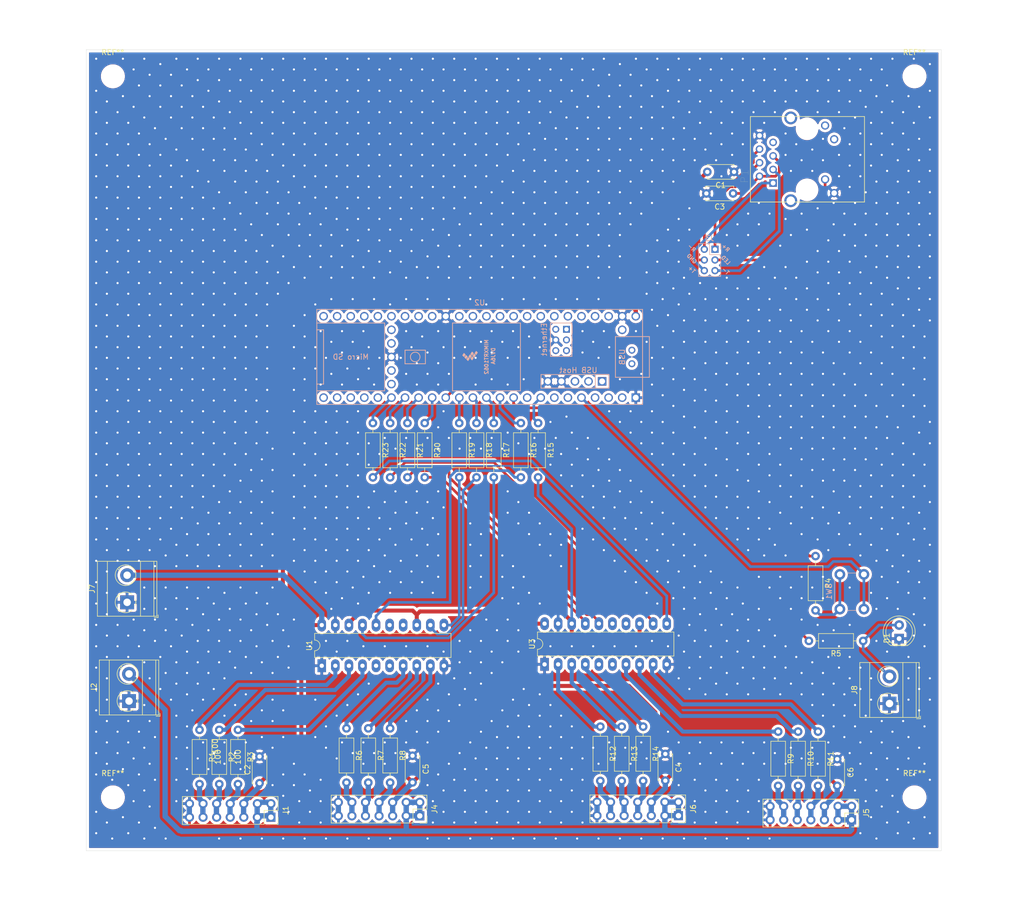
<source format=kicad_pcb>
(kicad_pcb (version 20171130) (host pcbnew "(5.1.5)-3")
  (layers (0 F.Cu signal) (31 B.Cu signal) (34 B.Paste user) (35 F.Paste user) (36 B.SilkS user) (37 F.SilkS user) (38 B.Mask user) (39 F.Mask user) (44 Edge.Cuts user))
  (net 0 "")
  (net 1 GND)
  (net 2 +5V)
  (net 3 "Net-(J1-Pad7)")
  (net 4 +24V)
  (net 5 "Net-(J1-Pad11)")
  (net 6 "Net-(J1-Pad10)")
  (net 7 "Net-(J3-Pad6)")
  (net 8 "Net-(J3-Pad5)")
  (net 9 "Net-(J3-Pad3)")
  (net 10 "Net-(J3-Pad2)")
  (net 11 "Net-(J3-Pad1)")
  (net 12 "Net-(R1-Pad1)")
  (net 13 "Net-(R2-Pad1)")
  (net 14 "Net-(R3-Pad1)")
  (net 15 "Net-(R4-Pad2)")
  (net 16 "Net-(R4-Pad1)")
  (net 17 "Net-(SW1-Pad2)")
  (net 18 "Net-(C3-Pad1)")
  (net 19 "Net-(D1-Pad2)")
  (net 20 "Net-(R5-Pad2)")
  (net 21 "Net-(R6-Pad1)")
  (net 22 "Net-(R7-Pad1)")
  (net 23 "Net-(R8-Pad1)")
  (net 24 "Net-(J4-Pad11)")
  (net 25 "Net-(J4-Pad10)")
  (net 26 "Net-(J4-Pad7)")
  (net 27 "Net-(J5-Pad11)")
  (net 28 "Net-(J5-Pad10)")
  (net 29 "Net-(J5-Pad7)")
  (net 30 "Net-(J6-Pad11)")
  (net 31 "Net-(J6-Pad10)")
  (net 32 "Net-(J6-Pad7)")
  (net 33 "Net-(P1-Pad14)")
  (net 34 "Net-(P1-Pad13)")
  (net 35 "Net-(P1-Pad12)")
  (net 36 "Net-(P1-Pad11)")
  (net 37 "Net-(P1-Pad7)")
  (net 38 "Net-(R9-Pad1)")
  (net 39 "Net-(R10-Pad1)")
  (net 40 "Net-(R11-Pad1)")
  (net 41 "Net-(R12-Pad1)")
  (net 42 "Net-(R13-Pad1)")
  (net 43 "Net-(R14-Pad1)")
  (net 44 "Net-(R15-Pad2)")
  (net 45 "Net-(R15-Pad1)")
  (net 46 "Net-(R16-Pad2)")
  (net 47 "Net-(R16-Pad1)")
  (net 48 "Net-(R17-Pad2)")
  (net 49 "Net-(R17-Pad1)")
  (net 50 "Net-(R18-Pad2)")
  (net 51 "Net-(R18-Pad1)")
  (net 52 "Net-(R19-Pad2)")
  (net 53 "Net-(R19-Pad1)")
  (net 54 "Net-(R20-Pad2)")
  (net 55 "Net-(R20-Pad1)")
  (net 56 "Net-(R21-Pad2)")
  (net 57 "Net-(R21-Pad1)")
  (net 58 "Net-(R22-Pad2)")
  (net 59 "Net-(R22-Pad1)")
  (net 60 "Net-(R23-Pad2)")
  (net 61 "Net-(R23-Pad1)")
  (net 62 "Net-(U1-Pad6)")
  (net 63 "Net-(U1-Pad15)")
  (net 64 "Net-(U1-Pad5)")
  (net 65 "Net-(U1-Pad14)")
  (net 66 "Net-(U2-Pad67)")
  (net 67 "Net-(U2-Pad66)")
  (net 68 "Net-(U2-Pad54)")
  (net 69 "Net-(U2-Pad53)")
  (net 70 "Net-(U2-Pad51)")
  (net 71 "Net-(U2-Pad50)")
  (net 72 "Net-(U2-Pad62)")
  (net 73 "Net-(U2-Pad63)")
  (net 74 "Net-(U2-Pad61)")
  (net 75 "Net-(U2-Pad65)")
  (net 76 "Net-(U2-Pad60)")
  (net 77 "Net-(U2-Pad20)")
  (net 78 "Net-(U2-Pad21)")
  (net 79 "Net-(U2-Pad22)")
  (net 80 "Net-(U2-Pad23)")
  (net 81 "Net-(U2-Pad24)")
  (net 82 "Net-(U2-Pad25)")
  (net 83 "Net-(U2-Pad26)")
  (net 84 "Net-(U2-Pad27)")
  (net 85 "Net-(U2-Pad28)")
  (net 86 "Net-(U2-Pad29)")
  (net 87 "Net-(U2-Pad30)")
  (net 88 "Net-(U2-Pad31)")
  (net 89 "Net-(U2-Pad32)")
  (net 90 "Net-(U2-Pad33)")
  (net 91 "Net-(U2-Pad9)")
  (net 92 "Net-(U2-Pad7)")
  (net 93 "Net-(U2-Pad6)")
  (net 94 "Net-(U2-Pad4)")
  (net 95 "Net-(U2-Pad3)")
  (net 96 "Net-(U2-Pad2)")
  (net 97 "Net-(U2-Pad35)")
  (net 98 "Net-(U2-Pad36)")
  (net 99 "Net-(U2-Pad37)")
  (net 100 "Net-(U2-Pad38)")
  (net 101 "Net-(U2-Pad39)")
  (net 102 "Net-(U2-Pad40)")
  (net 103 "Net-(U2-Pad41)")
  (net 104 "Net-(U2-Pad42)")
  (net 105 "Net-(U2-Pad43)")
  (net 106 "Net-(U2-Pad44)")
  (net 107 "Net-(U2-Pad45)")
  (net 108 "Net-(U2-Pad46)")
  (net 109 "Net-(U2-Pad55)")
  (net 110 "Net-(U2-Pad56)")
  (net 111 "Net-(U2-Pad57)")
  (net 112 "Net-(U2-Pad49)")
  (net 113 "Net-(U3-Pad6)")
  (net 114 "Net-(U3-Pad15)")
  (net 115 "Net-(U3-Pad5)")
  (net 116 "Net-(U3-Pad14)")
  (module "drop pcb proto 10:J1B1211CCD" (layer F.Cu) (at 174.8942 30.53828 90)
    (fp_text reference P1 (at -3.175 -11.684 90) (layer F.SilkS) (effects (font (size 1.4 1.4) (thickness 0.015))))
    (fp_text value J1B1211CCD)
    (pad 14 thru_hole circle (at 7.75 -3.05 90) (size 2.4 2.4) (drill 1.6) (layers *.Cu *.Mask) (net 33 "Net-(P1-Pad14)"))
    (pad 13 thru_hole circle (at -7.75 -3.05 90) (size 2.4 2.4) (drill 1.6) (layers *.Cu *.Mask) (net 34 "Net-(P1-Pad13)"))
    (pad 12 thru_hole circle (at 6.325 3.38 90) (size 1.53 1.53) (drill 1.02) (layers *.Cu *.Mask) (net 35 "Net-(P1-Pad12)"))
    (pad 11 thru_hole circle (at 3.758 5.08 90) (size 1.53 1.53) (drill 1.02) (layers *.Cu *.Mask) (net 36 "Net-(P1-Pad11)"))
    (pad 10 thru_hole circle (at -3.758 3.38 90) (size 1.53 1.53) (drill 1.02) (layers *.Cu *.Mask) (net 9 "Net-(J3-Pad3)"))
    (pad 9 thru_hole circle (at -6.325 5.08 90) (size 1.53 1.53) (drill 1.02) (layers *.Cu *.Mask) (net 1 GND))
    (pad 8 thru_hole circle (at 4.445 -8.89 90) (size 1.408 1.408) (drill 0.9) (layers *.Cu *.Mask) (net 1 GND))
    (pad 7 thru_hole circle (at 3.175 -6.35 90) (size 1.408 1.408) (drill 0.9) (layers *.Cu *.Mask) (net 37 "Net-(P1-Pad7)"))
    (pad 6 thru_hole circle (at 1.905 -8.89 90) (size 1.408 1.408) (drill 0.9) (layers *.Cu *.Mask) (net 10 "Net-(J3-Pad2)"))
    (pad 5 thru_hole circle (at 0.635 -6.35 90) (size 1.408 1.408) (drill 0.9) (layers *.Cu *.Mask) (net 18 "Net-(C3-Pad1)"))
    (pad 4 thru_hole circle (at -0.635 -8.89 90) (size 1.408 1.408) (drill 0.9) (layers *.Cu *.Mask) (net 11 "Net-(J3-Pad1)"))
    (pad 3 thru_hole circle (at -1.905 -6.35 90) (size 1.408 1.408) (drill 0.9) (layers *.Cu *.Mask) (net 8 "Net-(J3-Pad5)"))
    (pad 2 thru_hole circle (at -3.175 -8.89 90) (size 1.408 1.408) (drill 0.9) (layers *.Cu *.Mask) (net 18 "Net-(C3-Pad1)"))
    (pad 1 thru_hole rect (at -4.445 -6.35 90) (size 1.408 1.408) (drill 0.9) (layers *.Cu *.Mask) (net 7 "Net-(J3-Pad6)"))
    (pad None np_thru_hole circle (at 5.715 0 90) (size 3.25 3.25) (drill 3.25) (layers *.Cu *.Mask))
    (pad None np_thru_hole circle (at -5.715 0 90) (size 3.25 3.25) (drill 3.25) (layers *.Cu *.Mask))
  )
  (module teensy:Teensy41 (layer B.Cu) (at 113.63652 67.541 180)
    (fp_text reference U2 (at 0 10.16 180) (layer B.SilkS) (effects (justify mirror)))
    (fp_text value Teensy4.1)
    (fp_text user "USB Host" (at -18.4658 -2.4892 180) (layer B.SilkS) (effects (justify mirror)))
    (fp_text user Ethernet (at -12.065 3.2766 90) (layer B.SilkS) (effects (justify mirror)))
    (fp_text user USB (at -26.67 0 270) (layer B.SilkS) (effects (justify mirror)))
    (fp_text user "Micro SD" (at 24.13 0 180) (layer B.SilkS) (effects (justify mirror)))
    (fp_text user MIMXRT1062 (at -1.27 0 270) (layer B.SilkS) (effects (font (size 0.7 0.7)) (justify mirror)))
    (fp_text user DVJ6A (at -2.54 0.18 270) (layer B.SilkS) (effects (font (size 0.7 0.7)) (justify mirror)))
    (pad 67 thru_hole circle (at -28.48 1.27 180) (size 1.3 1.3) (drill 0.8) (layers *.Cu *.Mask) (net 66 "Net-(U2-Pad67)"))
    (pad 66 thru_hole circle (at -28.48 -1.27 180) (size 1.3 1.3) (drill 0.8) (layers *.Cu *.Mask) (net 67 "Net-(U2-Pad66)"))
    (pad 54 thru_hole circle (at 16.51 5.08 180) (size 1.6 1.6) (drill 1.1) (layers *.Cu *.Mask) (net 68 "Net-(U2-Pad54)"))
    (pad 53 thru_hole circle (at 16.51 2.54 180) (size 1.6 1.6) (drill 1.1) (layers *.Cu *.Mask) (net 69 "Net-(U2-Pad53)"))
    (pad 52 thru_hole circle (at 16.51 0 180) (size 1.6 1.6) (drill 1.1) (layers *.Cu *.Mask) (net 1 GND))
    (pad 51 thru_hole circle (at 16.51 -2.54 180) (size 1.6 1.6) (drill 1.1) (layers *.Cu *.Mask) (net 70 "Net-(U2-Pad51)"))
    (pad 50 thru_hole circle (at 16.51 -5.08 180) (size 1.6 1.6) (drill 1.1) (layers *.Cu *.Mask) (net 71 "Net-(U2-Pad50)"))
    (pad 62 thru_hole circle (at -16.24 1.1816 180) (size 1.3 1.3) (drill 0.8) (layers *.Cu *.Mask) (net 72 "Net-(U2-Pad62)"))
    (pad 63 thru_hole circle (at -14.24 1.1816 180) (size 1.3 1.3) (drill 0.8) (layers *.Cu *.Mask) (net 73 "Net-(U2-Pad63)"))
    (pad 64 thru_hole circle (at -14.24 3.1816 180) (size 1.3 1.3) (drill 0.8) (layers *.Cu *.Mask) (net 1 GND))
    (pad 61 thru_hole circle (at -16.24 3.1816 180) (size 1.3 1.3) (drill 0.8) (layers *.Cu *.Mask) (net 74 "Net-(U2-Pad61)"))
    (pad 65 thru_hole circle (at -14.24 5.1816 180) (size 1.3 1.3) (drill 0.8) (layers *.Cu *.Mask) (net 75 "Net-(U2-Pad65)"))
    (pad 60 thru_hole rect (at -16.24 5.1816 180) (size 1.3 1.3) (drill 0.8) (layers *.Cu *.Mask) (net 76 "Net-(U2-Pad60)"))
    (pad 17 thru_hole circle (at 11.43 -7.62 180) (size 1.6 1.6) (drill 1.1) (layers *.Cu *.Mask) (net 57 "Net-(R21-Pad1)"))
    (pad 18 thru_hole circle (at 13.97 -7.62 180) (size 1.6 1.6) (drill 1.1) (layers *.Cu *.Mask) (net 59 "Net-(R22-Pad1)"))
    (pad 19 thru_hole circle (at 16.51 -7.62 180) (size 1.6 1.6) (drill 1.1) (layers *.Cu *.Mask) (net 61 "Net-(R23-Pad1)"))
    (pad 20 thru_hole circle (at 19.05 -7.62 180) (size 1.6 1.6) (drill 1.1) (layers *.Cu *.Mask) (net 77 "Net-(U2-Pad20)"))
    (pad 16 thru_hole circle (at 8.89 -7.62 180) (size 1.6 1.6) (drill 1.1) (layers *.Cu *.Mask) (net 55 "Net-(R20-Pad1)"))
    (pad 15 thru_hole circle (at 6.35 -7.62 180) (size 1.6 1.6) (drill 1.1) (layers *.Cu *.Mask) (net 16 "Net-(R4-Pad1)"))
    (pad 14 thru_hole circle (at 3.81 -7.62 180) (size 1.6 1.6) (drill 1.1) (layers *.Cu *.Mask) (net 53 "Net-(R19-Pad1)"))
    (pad 21 thru_hole circle (at 21.59 -7.62 180) (size 1.6 1.6) (drill 1.1) (layers *.Cu *.Mask) (net 78 "Net-(U2-Pad21)"))
    (pad 22 thru_hole circle (at 24.13 -7.62 180) (size 1.6 1.6) (drill 1.1) (layers *.Cu *.Mask) (net 79 "Net-(U2-Pad22)"))
    (pad 23 thru_hole circle (at 26.67 -7.62 180) (size 1.6 1.6) (drill 1.1) (layers *.Cu *.Mask) (net 80 "Net-(U2-Pad23)"))
    (pad 24 thru_hole circle (at 29.21 -7.62 180) (size 1.6 1.6) (drill 1.1) (layers *.Cu *.Mask) (net 81 "Net-(U2-Pad24)"))
    (pad 25 thru_hole circle (at 29.21 7.62 180) (size 1.6 1.6) (drill 1.1) (layers *.Cu *.Mask) (net 82 "Net-(U2-Pad25)"))
    (pad 26 thru_hole circle (at 26.67 7.62 180) (size 1.6 1.6) (drill 1.1) (layers *.Cu *.Mask) (net 83 "Net-(U2-Pad26)"))
    (pad 27 thru_hole circle (at 24.13 7.62 180) (size 1.6 1.6) (drill 1.1) (layers *.Cu *.Mask) (net 84 "Net-(U2-Pad27)"))
    (pad 28 thru_hole circle (at 21.59 7.62 180) (size 1.6 1.6) (drill 1.1) (layers *.Cu *.Mask) (net 85 "Net-(U2-Pad28)"))
    (pad 29 thru_hole circle (at 19.05 7.62 180) (size 1.6 1.6) (drill 1.1) (layers *.Cu *.Mask) (net 86 "Net-(U2-Pad29)"))
    (pad 30 thru_hole circle (at 16.51 7.62 180) (size 1.6 1.6) (drill 1.1) (layers *.Cu *.Mask) (net 87 "Net-(U2-Pad30)"))
    (pad 31 thru_hole circle (at 13.97 7.62 180) (size 1.6 1.6) (drill 1.1) (layers *.Cu *.Mask) (net 88 "Net-(U2-Pad31)"))
    (pad 32 thru_hole circle (at 11.43 7.62 180) (size 1.6 1.6) (drill 1.1) (layers *.Cu *.Mask) (net 89 "Net-(U2-Pad32)"))
    (pad 33 thru_hole circle (at 8.89 7.62 180) (size 1.6 1.6) (drill 1.1) (layers *.Cu *.Mask) (net 90 "Net-(U2-Pad33)"))
    (pad 34 thru_hole circle (at 6.35 7.62 180) (size 1.6 1.6) (drill 1.1) (layers *.Cu *.Mask) (net 1 GND))
    (pad 13 thru_hole circle (at 1.27 -7.62 180) (size 1.6 1.6) (drill 1.1) (layers *.Cu *.Mask) (net 51 "Net-(R18-Pad1)"))
    (pad 12 thru_hole circle (at -1.27 -7.62 180) (size 1.6 1.6) (drill 1.1) (layers *.Cu *.Mask) (net 49 "Net-(R17-Pad1)"))
    (pad 11 thru_hole circle (at -3.81 -7.62 180) (size 1.6 1.6) (drill 1.1) (layers *.Cu *.Mask) (net 47 "Net-(R16-Pad1)"))
    (pad 10 thru_hole circle (at -6.35 -7.62 180) (size 1.6 1.6) (drill 1.1) (layers *.Cu *.Mask) (net 20 "Net-(R5-Pad2)"))
    (pad 9 thru_hole circle (at -8.89 -7.62 180) (size 1.6 1.6) (drill 1.1) (layers *.Cu *.Mask) (net 91 "Net-(U2-Pad9)"))
    (pad 8 thru_hole circle (at -11.43 -7.62 180) (size 1.6 1.6) (drill 1.1) (layers *.Cu *.Mask) (net 45 "Net-(R15-Pad1)"))
    (pad 7 thru_hole circle (at -13.97 -7.62 180) (size 1.6 1.6) (drill 1.1) (layers *.Cu *.Mask) (net 92 "Net-(U2-Pad7)"))
    (pad 6 thru_hole circle (at -16.51 -7.62 180) (size 1.6 1.6) (drill 1.1) (layers *.Cu *.Mask) (net 93 "Net-(U2-Pad6)"))
    (pad 5 thru_hole circle (at -19.05 -7.62 180) (size 1.6 1.6) (drill 1.1) (layers *.Cu *.Mask) (net 17 "Net-(SW1-Pad2)"))
    (pad 4 thru_hole circle (at -21.59 -7.62 180) (size 1.6 1.6) (drill 1.1) (layers *.Cu *.Mask) (net 94 "Net-(U2-Pad4)"))
    (pad 3 thru_hole circle (at -24.13 -7.62 180) (size 1.6 1.6) (drill 1.1) (layers *.Cu *.Mask) (net 95 "Net-(U2-Pad3)"))
    (pad 2 thru_hole circle (at -26.67 -7.62 180) (size 1.6 1.6) (drill 1.1) (layers *.Cu *.Mask) (net 96 "Net-(U2-Pad2)"))
    (pad 1 thru_hole rect (at -29.21 -7.62 180) (size 1.6 1.6) (drill 1.1) (layers *.Cu *.Mask) (net 1 GND))
    (pad 35 thru_hole circle (at 3.81 7.62 180) (size 1.6 1.6) (drill 1.1) (layers *.Cu *.Mask) (net 97 "Net-(U2-Pad35)"))
    (pad 36 thru_hole circle (at 1.27 7.62 180) (size 1.6 1.6) (drill 1.1) (layers *.Cu *.Mask) (net 98 "Net-(U2-Pad36)"))
    (pad 37 thru_hole circle (at -1.27 7.62 180) (size 1.6 1.6) (drill 1.1) (layers *.Cu *.Mask) (net 99 "Net-(U2-Pad37)"))
    (pad 38 thru_hole circle (at -3.81 7.62 180) (size 1.6 1.6) (drill 1.1) (layers *.Cu *.Mask) (net 100 "Net-(U2-Pad38)"))
    (pad 39 thru_hole circle (at -6.35 7.62 180) (size 1.6 1.6) (drill 1.1) (layers *.Cu *.Mask) (net 101 "Net-(U2-Pad39)"))
    (pad 40 thru_hole circle (at -8.89 7.62 180) (size 1.6 1.6) (drill 1.1) (layers *.Cu *.Mask) (net 102 "Net-(U2-Pad40)"))
    (pad 41 thru_hole circle (at -11.43 7.62 180) (size 1.6 1.6) (drill 1.1) (layers *.Cu *.Mask) (net 103 "Net-(U2-Pad41)"))
    (pad 42 thru_hole circle (at -13.97 7.62 180) (size 1.6 1.6) (drill 1.1) (layers *.Cu *.Mask) (net 104 "Net-(U2-Pad42)"))
    (pad 43 thru_hole circle (at -16.51 7.62 180) (size 1.6 1.6) (drill 1.1) (layers *.Cu *.Mask) (net 105 "Net-(U2-Pad43)"))
    (pad 44 thru_hole circle (at -19.05 7.62 180) (size 1.6 1.6) (drill 1.1) (layers *.Cu *.Mask) (net 106 "Net-(U2-Pad44)"))
    (pad 45 thru_hole circle (at -21.59 7.62 180) (size 1.6 1.6) (drill 1.1) (layers *.Cu *.Mask) (net 107 "Net-(U2-Pad45)"))
    (pad 46 thru_hole circle (at -24.13 7.62 180) (size 1.6 1.6) (drill 1.1) (layers *.Cu *.Mask) (net 108 "Net-(U2-Pad46)"))
    (pad 47 thru_hole circle (at -26.67 7.62 180) (size 1.6 1.6) (drill 1.1) (layers *.Cu *.Mask) (net 1 GND))
    (pad 48 thru_hole circle (at -29.21 7.62 180) (size 1.6 1.6) (drill 1.1) (layers *.Cu *.Mask) (net 2 +5V))
    (pad 55 thru_hole rect (at -22.9108 -4.5692 180) (size 1.6 1.6) (drill 1.1) (layers *.Cu *.Mask) (net 109 "Net-(U2-Pad55)"))
    (pad 56 thru_hole circle (at -20.3708 -4.5692 180) (size 1.6 1.6) (drill 1.1) (layers *.Cu *.Mask) (net 110 "Net-(U2-Pad56)"))
    (pad 57 thru_hole circle (at -17.8308 -4.5692 180) (size 1.6 1.6) (drill 1.1) (layers *.Cu *.Mask) (net 111 "Net-(U2-Pad57)"))
    (pad 58 thru_hole circle (at -15.2908 -4.5692 180) (size 1.6 1.6) (drill 1.1) (layers *.Cu *.Mask) (net 1 GND))
    (pad 59 thru_hole circle (at -12.7508 -4.5692 180) (size 1.6 1.6) (drill 1.1) (layers *.Cu *.Mask) (net 1 GND))
    (pad 49 thru_hole circle (at -26.67 5.08 180) (size 1.6 1.6) (drill 1.1) (layers *.Cu *.Mask) (net 112 "Net-(U2-Pad49)"))
  )
  (module MountingHole:MountingHole_3.5mm (layer F.Cu) (at 195 150)
    (fp_text reference REF** (at 0 -4.5) (layer F.SilkS))
    (fp_text value MountingHole_3.5mm)
    (pad 1 np_thru_hole circle (at 0 0) (size 3.5 3.5) (drill 3.5) (layers *.Cu *.Mask))
  )
  (module MountingHole:MountingHole_3.5mm (layer F.Cu) (at 195 15)
    (fp_text reference REF** (at 0 -4.5) (layer F.SilkS))
    (fp_text value MountingHole_3.5mm)
    (pad 1 np_thru_hole circle (at 0 0) (size 3.5 3.5) (drill 3.5) (layers *.Cu *.Mask))
  )
  (module MountingHole:MountingHole_3.5mm (layer F.Cu) (at 45 15)
    (fp_text reference REF** (at 0 -4.5) (layer F.SilkS))
    (fp_text value MountingHole_3.5mm)
    (pad 1 np_thru_hole circle (at 0 0) (size 3.5 3.5) (drill 3.5) (layers *.Cu *.Mask))
  )
  (module MountingHole:MountingHole_3.5mm (layer F.Cu) (at 45 150)
    (fp_text reference REF** (at 0 -4.5) (layer F.SilkS))
    (fp_text value MountingHole_3.5mm)
    (pad 1 np_thru_hole circle (at 0 0) (size 3.5 3.5) (drill 3.5) (layers *.Cu *.Mask))
  )
  (module Connector_PinHeader_2.00mm:PinHeader_2x03_P2.00mm_Vertical (layer B.Cu) (at 157.67136 47.386 180)
    (fp_text reference J3 (at 1 2.06) (layer B.SilkS) (effects (justify mirror)))
    (fp_text value Conn_02x03_Odd_Even)
    (pad 6 thru_hole oval (at 2 -4 180) (size 1.35 1.35) (drill 0.8) (layers *.Cu *.Mask) (net 7 "Net-(J3-Pad6)"))
    (pad 5 thru_hole oval (at 0 -4 180) (size 1.35 1.35) (drill 0.8) (layers *.Cu *.Mask) (net 8 "Net-(J3-Pad5)"))
    (pad 4 thru_hole oval (at 2 -2 180) (size 1.35 1.35) (drill 0.8) (layers *.Cu *.Mask) (net 1 GND))
    (pad 3 thru_hole oval (at 0 -2 180) (size 1.35 1.35) (drill 0.8) (layers *.Cu *.Mask) (net 9 "Net-(J3-Pad3)"))
    (pad 2 thru_hole oval (at 2 0 180) (size 1.35 1.35) (drill 0.8) (layers *.Cu *.Mask) (net 10 "Net-(J3-Pad2)"))
    (pad 1 thru_hole rect (at 0 0 180) (size 1.35 1.35) (drill 0.8) (layers *.Cu *.Mask) (net 11 "Net-(J3-Pad1)"))
  )
  (module Connector_PinSocket_2.54mm:PinSocket_2x07_P2.54mm_Vertical (layer F.Cu) (at 74.5744 153.7208 270)
    (fp_text reference J1 (at -1.27 -2.77 270) (layer F.SilkS))
    (fp_text value Con1)
    (pad 14 thru_hole oval (at -2.54 15.24 270) (size 1.7 1.7) (drill 1) (layers *.Cu *.Mask) (net 1 GND))
    (pad 13 thru_hole oval (at 0 15.24 270) (size 1.7 1.7) (drill 1) (layers *.Cu *.Mask) (net 1 GND))
    (pad 12 thru_hole oval (at -2.54 12.7 270) (size 1.7 1.7) (drill 1) (layers *.Cu *.Mask) (net 5 "Net-(J1-Pad11)"))
    (pad 11 thru_hole oval (at 0 12.7 270) (size 1.7 1.7) (drill 1) (layers *.Cu *.Mask) (net 5 "Net-(J1-Pad11)"))
    (pad 10 thru_hole oval (at -2.54 10.16 270) (size 1.7 1.7) (drill 1) (layers *.Cu *.Mask) (net 6 "Net-(J1-Pad10)"))
    (pad 9 thru_hole oval (at 0 10.16 270) (size 1.7 1.7) (drill 1) (layers *.Cu *.Mask) (net 6 "Net-(J1-Pad10)"))
    (pad 8 thru_hole oval (at -2.54 7.62 270) (size 1.7 1.7) (drill 1) (layers *.Cu *.Mask) (net 3 "Net-(J1-Pad7)"))
    (pad 7 thru_hole oval (at 0 7.62 270) (size 1.7 1.7) (drill 1) (layers *.Cu *.Mask) (net 3 "Net-(J1-Pad7)"))
    (pad 6 thru_hole oval (at -2.54 5.08 270) (size 1.7 1.7) (drill 1) (layers *.Cu *.Mask) (net 2 +5V))
    (pad 5 thru_hole oval (at 0 5.08 270) (size 1.7 1.7) (drill 1) (layers *.Cu *.Mask) (net 2 +5V))
    (pad 4 thru_hole oval (at -2.54 2.54 270) (size 1.7 1.7) (drill 1) (layers *.Cu *.Mask) (net 4 +24V))
    (pad 3 thru_hole oval (at 0 2.54 270) (size 1.7 1.7) (drill 1) (layers *.Cu *.Mask) (net 4 +24V))
    (pad 2 thru_hole oval (at -2.54 0 270) (size 1.7 1.7) (drill 1) (layers *.Cu *.Mask) (net 4 +24V))
    (pad 1 thru_hole rect (at 0 0 270) (size 1.7 1.7) (drill 1) (layers *.Cu *.Mask) (net 4 +24V))
  )
  (module Connector_PinSocket_2.54mm:PinSocket_2x07_P2.54mm_Vertical (layer F.Cu) (at 150.83028 153.42616 270)
    (fp_text reference J6 (at -1.27 -2.77 90) (layer F.SilkS))
    (fp_text value Con3)
    (pad 14 thru_hole oval (at -2.54 15.24 270) (size 1.7 1.7) (drill 1) (layers *.Cu *.Mask) (net 1 GND))
    (pad 13 thru_hole oval (at 0 15.24 270) (size 1.7 1.7) (drill 1) (layers *.Cu *.Mask) (net 1 GND))
    (pad 12 thru_hole oval (at -2.54 12.7 270) (size 1.7 1.7) (drill 1) (layers *.Cu *.Mask) (net 30 "Net-(J6-Pad11)"))
    (pad 11 thru_hole oval (at 0 12.7 270) (size 1.7 1.7) (drill 1) (layers *.Cu *.Mask) (net 30 "Net-(J6-Pad11)"))
    (pad 10 thru_hole oval (at -2.54 10.16 270) (size 1.7 1.7) (drill 1) (layers *.Cu *.Mask) (net 31 "Net-(J6-Pad10)"))
    (pad 9 thru_hole oval (at 0 10.16 270) (size 1.7 1.7) (drill 1) (layers *.Cu *.Mask) (net 31 "Net-(J6-Pad10)"))
    (pad 8 thru_hole oval (at -2.54 7.62 270) (size 1.7 1.7) (drill 1) (layers *.Cu *.Mask) (net 32 "Net-(J6-Pad7)"))
    (pad 7 thru_hole oval (at 0 7.62 270) (size 1.7 1.7) (drill 1) (layers *.Cu *.Mask) (net 32 "Net-(J6-Pad7)"))
    (pad 6 thru_hole oval (at -2.54 5.08 270) (size 1.7 1.7) (drill 1) (layers *.Cu *.Mask) (net 2 +5V))
    (pad 5 thru_hole oval (at 0 5.08 270) (size 1.7 1.7) (drill 1) (layers *.Cu *.Mask) (net 2 +5V))
    (pad 4 thru_hole oval (at -2.54 2.54 270) (size 1.7 1.7) (drill 1) (layers *.Cu *.Mask) (net 4 +24V))
    (pad 3 thru_hole oval (at 0 2.54 270) (size 1.7 1.7) (drill 1) (layers *.Cu *.Mask) (net 4 +24V))
    (pad 2 thru_hole oval (at -2.54 0 270) (size 1.7 1.7) (drill 1) (layers *.Cu *.Mask) (net 4 +24V))
    (pad 1 thru_hole rect (at 0 0 270) (size 1.7 1.7) (drill 1) (layers *.Cu *.Mask) (net 4 +24V))
  )
  (module Connector_PinSocket_2.54mm:PinSocket_2x07_P2.54mm_Vertical (layer F.Cu) (at 183.22544 154.21356 270)
    (fp_text reference J5 (at -1.27 -2.77 90) (layer F.SilkS))
    (fp_text value Con4)
    (pad 14 thru_hole oval (at -2.54 15.24 270) (size 1.7 1.7) (drill 1) (layers *.Cu *.Mask) (net 1 GND))
    (pad 13 thru_hole oval (at 0 15.24 270) (size 1.7 1.7) (drill 1) (layers *.Cu *.Mask) (net 1 GND))
    (pad 12 thru_hole oval (at -2.54 12.7 270) (size 1.7 1.7) (drill 1) (layers *.Cu *.Mask) (net 27 "Net-(J5-Pad11)"))
    (pad 11 thru_hole oval (at 0 12.7 270) (size 1.7 1.7) (drill 1) (layers *.Cu *.Mask) (net 27 "Net-(J5-Pad11)"))
    (pad 10 thru_hole oval (at -2.54 10.16 270) (size 1.7 1.7) (drill 1) (layers *.Cu *.Mask) (net 28 "Net-(J5-Pad10)"))
    (pad 9 thru_hole oval (at 0 10.16 270) (size 1.7 1.7) (drill 1) (layers *.Cu *.Mask) (net 28 "Net-(J5-Pad10)"))
    (pad 8 thru_hole oval (at -2.54 7.62 270) (size 1.7 1.7) (drill 1) (layers *.Cu *.Mask) (net 29 "Net-(J5-Pad7)"))
    (pad 7 thru_hole oval (at 0 7.62 270) (size 1.7 1.7) (drill 1) (layers *.Cu *.Mask) (net 29 "Net-(J5-Pad7)"))
    (pad 6 thru_hole oval (at -2.54 5.08 270) (size 1.7 1.7) (drill 1) (layers *.Cu *.Mask) (net 2 +5V))
    (pad 5 thru_hole oval (at 0 5.08 270) (size 1.7 1.7) (drill 1) (layers *.Cu *.Mask) (net 2 +5V))
    (pad 4 thru_hole oval (at -2.54 2.54 270) (size 1.7 1.7) (drill 1) (layers *.Cu *.Mask) (net 4 +24V))
    (pad 3 thru_hole oval (at 0 2.54 270) (size 1.7 1.7) (drill 1) (layers *.Cu *.Mask) (net 4 +24V))
    (pad 2 thru_hole oval (at -2.54 0 270) (size 1.7 1.7) (drill 1) (layers *.Cu *.Mask) (net 4 +24V))
    (pad 1 thru_hole rect (at 0 0 270) (size 1.7 1.7) (drill 1) (layers *.Cu *.Mask) (net 4 +24V))
  )
  (module Connector_PinSocket_2.54mm:PinSocket_2x07_P2.54mm_Vertical (layer F.Cu) (at 102.42804 153.4668 270)
    (fp_text reference J4 (at -1.27 -2.77 90) (layer F.SilkS))
    (fp_text value Con2)
    (pad 14 thru_hole oval (at -2.54 15.24 270) (size 1.7 1.7) (drill 1) (layers *.Cu *.Mask) (net 1 GND))
    (pad 13 thru_hole oval (at 0 15.24 270) (size 1.7 1.7) (drill 1) (layers *.Cu *.Mask) (net 1 GND))
    (pad 12 thru_hole oval (at -2.54 12.7 270) (size 1.7 1.7) (drill 1) (layers *.Cu *.Mask) (net 24 "Net-(J4-Pad11)"))
    (pad 11 thru_hole oval (at 0 12.7 270) (size 1.7 1.7) (drill 1) (layers *.Cu *.Mask) (net 24 "Net-(J4-Pad11)"))
    (pad 10 thru_hole oval (at -2.54 10.16 270) (size 1.7 1.7) (drill 1) (layers *.Cu *.Mask) (net 25 "Net-(J4-Pad10)"))
    (pad 9 thru_hole oval (at 0 10.16 270) (size 1.7 1.7) (drill 1) (layers *.Cu *.Mask) (net 25 "Net-(J4-Pad10)"))
    (pad 8 thru_hole oval (at -2.54 7.62 270) (size 1.7 1.7) (drill 1) (layers *.Cu *.Mask) (net 26 "Net-(J4-Pad7)"))
    (pad 7 thru_hole oval (at 0 7.62 270) (size 1.7 1.7) (drill 1) (layers *.Cu *.Mask) (net 26 "Net-(J4-Pad7)"))
    (pad 6 thru_hole oval (at -2.54 5.08 270) (size 1.7 1.7) (drill 1) (layers *.Cu *.Mask) (net 2 +5V))
    (pad 5 thru_hole oval (at 0 5.08 270) (size 1.7 1.7) (drill 1) (layers *.Cu *.Mask) (net 2 +5V))
    (pad 4 thru_hole oval (at -2.54 2.54 270) (size 1.7 1.7) (drill 1) (layers *.Cu *.Mask) (net 4 +24V))
    (pad 3 thru_hole oval (at 0 2.54 270) (size 1.7 1.7) (drill 1) (layers *.Cu *.Mask) (net 4 +24V))
    (pad 2 thru_hole oval (at -2.54 0 270) (size 1.7 1.7) (drill 1) (layers *.Cu *.Mask) (net 4 +24V))
    (pad 1 thru_hole rect (at 0 0 270) (size 1.7 1.7) (drill 1) (layers *.Cu *.Mask) (net 4 +24V))
  )
  (module Capacitor_THT:C_Disc_D5.0mm_W2.5mm_P5.00mm (layer F.Cu) (at 72.4408 147.3454 90)
    (fp_text reference C2 (at 2.5 -2.25 90) (layer F.SilkS))
    (fp_text value 0.1uF)
    (pad 2 thru_hole circle (at 5 0 90) (size 1.6 1.6) (drill 0.8) (layers *.Cu *.Mask) (net 1 GND))
    (pad 1 thru_hole circle (at 0 0 90) (size 1.6 1.6) (drill 0.8) (layers *.Cu *.Mask) (net 2 +5V))
  )
  (module TerminalBlock_MetzConnect:TerminalBlock_MetzConnect_Type073_RT02602HBLU_1x02_P5.08mm_Horizontal (layer F.Cu) (at 48.02124 131.96824 90)
    (fp_text reference J2 (at 2.54 -6.56 90) (layer F.SilkS))
    (fp_text value Screw_Terminal_01x02)
    (pad 2 thru_hole circle (at 5.08 0 90) (size 2.6 2.6) (drill 1.4) (layers *.Cu *.Mask) (net 4 +24V))
    (pad 1 thru_hole rect (at 0 0 90) (size 2.6 2.6) (drill 1.4) (layers *.Cu *.Mask) (net 1 GND))
  )
  (module Resistor_THT:R_Axial_DIN0207_L6.3mm_D2.5mm_P10.16mm_Horizontal (layer F.Cu) (at 61.21116 137.35536 270)
    (fp_text reference R1 (at 5.08 -2.37 90) (layer F.SilkS))
    (fp_text value 100)
    (pad 2 thru_hole oval (at 10.16 0 270) (size 1.6 1.6) (drill 0.8) (layers *.Cu *.Mask) (net 5 "Net-(J1-Pad11)"))
    (pad 1 thru_hole circle (at 0 0 270) (size 1.6 1.6) (drill 0.8) (layers *.Cu *.Mask) (net 12 "Net-(R1-Pad1)"))
  )
  (module Package_DIP:DIP-20_W7.62mm_LongPads (layer F.Cu) (at 84.08416 125.36424 90)
    (fp_text reference U1 (at 3.81 -2.33 90) (layer F.SilkS))
    (fp_text value 74HC245)
    (pad 20 thru_hole oval (at 7.62 0 90) (size 2.4 1.6) (drill 0.8) (layers *.Cu *.Mask) (net 2 +5V))
    (pad 10 thru_hole oval (at 0 22.86 90) (size 2.4 1.6) (drill 0.8) (layers *.Cu *.Mask) (net 1 GND))
    (pad 19 thru_hole oval (at 7.62 2.54 90) (size 2.4 1.6) (drill 0.8) (layers *.Cu *.Mask) (net 1 GND))
    (pad 9 thru_hole oval (at 0 20.32 90) (size 2.4 1.6) (drill 0.8) (layers *.Cu *.Mask) (net 23 "Net-(R8-Pad1)"))
    (pad 18 thru_hole oval (at 7.62 5.08 90) (size 2.4 1.6) (drill 0.8) (layers *.Cu *.Mask) (net 44 "Net-(R15-Pad2)"))
    (pad 8 thru_hole oval (at 0 17.78 90) (size 2.4 1.6) (drill 0.8) (layers *.Cu *.Mask) (net 22 "Net-(R7-Pad1)"))
    (pad 17 thru_hole oval (at 7.62 7.62 90) (size 2.4 1.6) (drill 0.8) (layers *.Cu *.Mask) (net 48 "Net-(R17-Pad2)"))
    (pad 7 thru_hole oval (at 0 15.24 90) (size 2.4 1.6) (drill 0.8) (layers *.Cu *.Mask) (net 21 "Net-(R6-Pad1)"))
    (pad 16 thru_hole oval (at 7.62 10.16 90) (size 2.4 1.6) (drill 0.8) (layers *.Cu *.Mask) (net 46 "Net-(R16-Pad2)"))
    (pad 6 thru_hole oval (at 0 12.7 90) (size 2.4 1.6) (drill 0.8) (layers *.Cu *.Mask) (net 62 "Net-(U1-Pad6)"))
    (pad 15 thru_hole oval (at 7.62 12.7 90) (size 2.4 1.6) (drill 0.8) (layers *.Cu *.Mask) (net 63 "Net-(U1-Pad15)"))
    (pad 5 thru_hole oval (at 0 10.16 90) (size 2.4 1.6) (drill 0.8) (layers *.Cu *.Mask) (net 64 "Net-(U1-Pad5)"))
    (pad 14 thru_hole oval (at 7.62 15.24 90) (size 2.4 1.6) (drill 0.8) (layers *.Cu *.Mask) (net 65 "Net-(U1-Pad14)"))
    (pad 4 thru_hole oval (at 0 7.62 90) (size 2.4 1.6) (drill 0.8) (layers *.Cu *.Mask) (net 14 "Net-(R3-Pad1)"))
    (pad 13 thru_hole oval (at 7.62 17.78 90) (size 2.4 1.6) (drill 0.8) (layers *.Cu *.Mask) (net 44 "Net-(R15-Pad2)"))
    (pad 3 thru_hole oval (at 0 5.08 90) (size 2.4 1.6) (drill 0.8) (layers *.Cu *.Mask) (net 13 "Net-(R2-Pad1)"))
    (pad 12 thru_hole oval (at 7.62 20.32 90) (size 2.4 1.6) (drill 0.8) (layers *.Cu *.Mask) (net 50 "Net-(R18-Pad2)"))
    (pad 2 thru_hole oval (at 0 2.54 90) (size 2.4 1.6) (drill 0.8) (layers *.Cu *.Mask) (net 12 "Net-(R1-Pad1)"))
    (pad 11 thru_hole oval (at 7.62 22.86 90) (size 2.4 1.6) (drill 0.8) (layers *.Cu *.Mask) (net 52 "Net-(R19-Pad2)"))
    (pad 1 thru_hole rect (at 0 0 90) (size 2.4 1.6) (drill 0.8) (layers *.Cu *.Mask) (net 1 GND))
  )
  (module Resistor_THT:R_Axial_DIN0207_L6.3mm_D2.5mm_P10.16mm_Horizontal (layer F.Cu) (at 68.41116 137.35536 270)
    (fp_text reference R3 (at 5.08 -2.37 90) (layer F.SilkS))
    (fp_text value 100)
    (fp_text user %V (at 5.08 0 90) (layer F.SilkS))
    (pad 2 thru_hole oval (at 10.16 0 270) (size 1.6 1.6) (drill 0.8) (layers *.Cu *.Mask) (net 3 "Net-(J1-Pad7)"))
    (pad 1 thru_hole circle (at 0 0 270) (size 1.6 1.6) (drill 0.8) (layers *.Cu *.Mask) (net 14 "Net-(R3-Pad1)"))
  )
  (module Resistor_THT:R_Axial_DIN0207_L6.3mm_D2.5mm_P10.16mm_Horizontal (layer F.Cu) (at 64.91116 137.35536 270)
    (fp_text reference R2 (at 5.08 -2.37 90) (layer F.SilkS))
    (fp_text value 100 (at 3.066 0.766 90) (layer F.SilkS))
    (fp_text user 100 (at 5.08 0.258 90) (layer F.SilkS))
    (pad 2 thru_hole oval (at 10.16 0 270) (size 1.6 1.6) (drill 0.8) (layers *.Cu *.Mask) (net 6 "Net-(J1-Pad10)"))
    (pad 1 thru_hole circle (at 0 0 270) (size 1.6 1.6) (drill 0.8) (layers *.Cu *.Mask) (net 13 "Net-(R2-Pad1)"))
  )
  (module TerminalBlock_MetzConnect:TerminalBlock_MetzConnect_Type073_RT02602HBLU_1x02_P5.08mm_Horizontal (layer F.Cu) (at 47.66564 113.4872 90)
    (fp_text reference J7 (at 2.54 -6.56 90) (layer F.SilkS))
    (fp_text value Screw_Terminal_01x02)
    (pad 2 thru_hole circle (at 5.08 0 90) (size 2.6 2.6) (drill 1.4) (layers *.Cu *.Mask) (net 2 +5V))
    (pad 1 thru_hole rect (at 0 0 90) (size 2.6 2.6) (drill 1.4) (layers *.Cu *.Mask) (net 1 GND))
  )
  (module Package_DIP:DIP-20_W7.62mm_LongPads (layer F.Cu) (at 125.7808 125.10008 90)
    (fp_text reference U3 (at 3.81 -2.33 90) (layer F.SilkS))
    (fp_text value 74HC245)
    (pad 20 thru_hole oval (at 7.62 0 90) (size 2.4 1.6) (drill 0.8) (layers *.Cu *.Mask) (net 2 +5V))
    (pad 10 thru_hole oval (at 0 22.86 90) (size 2.4 1.6) (drill 0.8) (layers *.Cu *.Mask) (net 1 GND))
    (pad 19 thru_hole oval (at 7.62 2.54 90) (size 2.4 1.6) (drill 0.8) (layers *.Cu *.Mask) (net 1 GND))
    (pad 9 thru_hole oval (at 0 20.32 90) (size 2.4 1.6) (drill 0.8) (layers *.Cu *.Mask) (net 40 "Net-(R11-Pad1)"))
    (pad 18 thru_hole oval (at 7.62 5.08 90) (size 2.4 1.6) (drill 0.8) (layers *.Cu *.Mask) (net 44 "Net-(R15-Pad2)"))
    (pad 8 thru_hole oval (at 0 17.78 90) (size 2.4 1.6) (drill 0.8) (layers *.Cu *.Mask) (net 39 "Net-(R10-Pad1)"))
    (pad 17 thru_hole oval (at 7.62 7.62 90) (size 2.4 1.6) (drill 0.8) (layers *.Cu *.Mask) (net 54 "Net-(R20-Pad2)"))
    (pad 7 thru_hole oval (at 0 15.24 90) (size 2.4 1.6) (drill 0.8) (layers *.Cu *.Mask) (net 38 "Net-(R9-Pad1)"))
    (pad 16 thru_hole oval (at 7.62 10.16 90) (size 2.4 1.6) (drill 0.8) (layers *.Cu *.Mask) (net 56 "Net-(R21-Pad2)"))
    (pad 6 thru_hole oval (at 0 12.7 90) (size 2.4 1.6) (drill 0.8) (layers *.Cu *.Mask) (net 113 "Net-(U3-Pad6)"))
    (pad 15 thru_hole oval (at 7.62 12.7 90) (size 2.4 1.6) (drill 0.8) (layers *.Cu *.Mask) (net 114 "Net-(U3-Pad15)"))
    (pad 5 thru_hole oval (at 0 10.16 90) (size 2.4 1.6) (drill 0.8) (layers *.Cu *.Mask) (net 115 "Net-(U3-Pad5)"))
    (pad 14 thru_hole oval (at 7.62 15.24 90) (size 2.4 1.6) (drill 0.8) (layers *.Cu *.Mask) (net 116 "Net-(U3-Pad14)"))
    (pad 4 thru_hole oval (at 0 7.62 90) (size 2.4 1.6) (drill 0.8) (layers *.Cu *.Mask) (net 43 "Net-(R14-Pad1)"))
    (pad 13 thru_hole oval (at 7.62 17.78 90) (size 2.4 1.6) (drill 0.8) (layers *.Cu *.Mask) (net 44 "Net-(R15-Pad2)"))
    (pad 3 thru_hole oval (at 0 5.08 90) (size 2.4 1.6) (drill 0.8) (layers *.Cu *.Mask) (net 42 "Net-(R13-Pad1)"))
    (pad 12 thru_hole oval (at 7.62 20.32 90) (size 2.4 1.6) (drill 0.8) (layers *.Cu *.Mask) (net 58 "Net-(R22-Pad2)"))
    (pad 2 thru_hole oval (at 0 2.54 90) (size 2.4 1.6) (drill 0.8) (layers *.Cu *.Mask) (net 41 "Net-(R12-Pad1)"))
    (pad 11 thru_hole oval (at 7.62 22.86 90) (size 2.4 1.6) (drill 0.8) (layers *.Cu *.Mask) (net 60 "Net-(R23-Pad2)"))
    (pad 1 thru_hole rect (at 0 0 90) (size 2.4 1.6) (drill 0.8) (layers *.Cu *.Mask) (net 1 GND))
  )
  (module Resistor_THT:R_Axial_DIN0207_L6.3mm_D2.5mm_P10.16mm_Horizontal (layer F.Cu) (at 93.65488 79.92364 270)
    (fp_text reference R23 (at 5.08 -2.37 90) (layer F.SilkS))
    (fp_text value 100)
    (pad 2 thru_hole oval (at 10.16 0 270) (size 1.6 1.6) (drill 0.8) (layers *.Cu *.Mask) (net 60 "Net-(R23-Pad2)"))
    (pad 1 thru_hole circle (at 0 0 270) (size 1.6 1.6) (drill 0.8) (layers *.Cu *.Mask) (net 61 "Net-(R23-Pad1)"))
  )
  (module Resistor_THT:R_Axial_DIN0207_L6.3mm_D2.5mm_P10.16mm_Horizontal (layer F.Cu) (at 96.88657 79.92364 270)
    (fp_text reference R22 (at 5.08 -2.37 90) (layer F.SilkS))
    (fp_text value 100)
    (pad 2 thru_hole oval (at 10.16 0 270) (size 1.6 1.6) (drill 0.8) (layers *.Cu *.Mask) (net 58 "Net-(R22-Pad2)"))
    (pad 1 thru_hole circle (at 0 0 270) (size 1.6 1.6) (drill 0.8) (layers *.Cu *.Mask) (net 59 "Net-(R22-Pad1)"))
  )
  (module Resistor_THT:R_Axial_DIN0207_L6.3mm_D2.5mm_P10.16mm_Horizontal (layer F.Cu) (at 100.118258 79.92364 270)
    (fp_text reference R21 (at 5.08 -2.37 90) (layer F.SilkS))
    (fp_text value 100)
    (pad 2 thru_hole oval (at 10.16 0 270) (size 1.6 1.6) (drill 0.8) (layers *.Cu *.Mask) (net 56 "Net-(R21-Pad2)"))
    (pad 1 thru_hole circle (at 0 0 270) (size 1.6 1.6) (drill 0.8) (layers *.Cu *.Mask) (net 57 "Net-(R21-Pad1)"))
  )
  (module Resistor_THT:R_Axial_DIN0207_L6.3mm_D2.5mm_P10.16mm_Horizontal (layer F.Cu) (at 103.349946 79.92364 270)
    (fp_text reference R20 (at 5.08 -2.37 90) (layer F.SilkS))
    (fp_text value 100)
    (pad 2 thru_hole oval (at 10.16 0 270) (size 1.6 1.6) (drill 0.8) (layers *.Cu *.Mask) (net 54 "Net-(R20-Pad2)"))
    (pad 1 thru_hole circle (at 0 0 270) (size 1.6 1.6) (drill 0.8) (layers *.Cu *.Mask) (net 55 "Net-(R20-Pad1)"))
  )
  (module Resistor_THT:R_Axial_DIN0207_L6.3mm_D2.5mm_P10.16mm_Horizontal (layer F.Cu) (at 109.813322 79.92364 270)
    (fp_text reference R19 (at 5.08 -2.37 90) (layer F.SilkS))
    (fp_text value 100)
    (pad 2 thru_hole oval (at 10.16 0 270) (size 1.6 1.6) (drill 0.8) (layers *.Cu *.Mask) (net 52 "Net-(R19-Pad2)"))
    (pad 1 thru_hole circle (at 0 0 270) (size 1.6 1.6) (drill 0.8) (layers *.Cu *.Mask) (net 53 "Net-(R19-Pad1)"))
  )
  (module Resistor_THT:R_Axial_DIN0207_L6.3mm_D2.5mm_P10.16mm_Horizontal (layer F.Cu) (at 113.04501 79.92364 270)
    (fp_text reference R18 (at 5.08 -2.37 90) (layer F.SilkS))
    (fp_text value 100)
    (pad 2 thru_hole oval (at 10.16 0 270) (size 1.6 1.6) (drill 0.8) (layers *.Cu *.Mask) (net 50 "Net-(R18-Pad2)"))
    (pad 1 thru_hole circle (at 0 0 270) (size 1.6 1.6) (drill 0.8) (layers *.Cu *.Mask) (net 51 "Net-(R18-Pad1)"))
  )
  (module Resistor_THT:R_Axial_DIN0207_L6.3mm_D2.5mm_P10.16mm_Horizontal (layer F.Cu) (at 116.276698 79.92364 270)
    (fp_text reference R17 (at 5.08 -2.37 90) (layer F.SilkS))
    (fp_text value 100)
    (pad 2 thru_hole oval (at 10.16 0 270) (size 1.6 1.6) (drill 0.8) (layers *.Cu *.Mask) (net 48 "Net-(R17-Pad2)"))
    (pad 1 thru_hole circle (at 0 0 270) (size 1.6 1.6) (drill 0.8) (layers *.Cu *.Mask) (net 49 "Net-(R17-Pad1)"))
  )
  (module Resistor_THT:R_Axial_DIN0207_L6.3mm_D2.5mm_P10.16mm_Horizontal (layer F.Cu) (at 121.340072 79.92364 270)
    (fp_text reference R16 (at 5.08 -2.37 90) (layer F.SilkS))
    (fp_text value 100)
    (pad 2 thru_hole oval (at 10.16 0 270) (size 1.6 1.6) (drill 0.8) (layers *.Cu *.Mask) (net 46 "Net-(R16-Pad2)"))
    (pad 1 thru_hole circle (at 0 0 270) (size 1.6 1.6) (drill 0.8) (layers *.Cu *.Mask) (net 47 "Net-(R16-Pad1)"))
  )
  (module Resistor_THT:R_Axial_DIN0207_L6.3mm_D2.5mm_P10.16mm_Horizontal (layer F.Cu) (at 124.57176 79.92364 270)
    (fp_text reference R15 (at 5.08 -2.37 90) (layer F.SilkS))
    (fp_text value 100)
    (pad 2 thru_hole oval (at 10.16 0 270) (size 1.6 1.6) (drill 0.8) (layers *.Cu *.Mask) (net 44 "Net-(R15-Pad2)"))
    (pad 1 thru_hole circle (at 0 0 270) (size 1.6 1.6) (drill 0.8) (layers *.Cu *.Mask) (net 45 "Net-(R15-Pad1)"))
  )
  (module Resistor_THT:R_Axial_DIN0207_L6.3mm_D2.5mm_P10.16mm_Horizontal (layer F.Cu) (at 144.22628 136.75868 270)
    (fp_text reference R14 (at 5.08 -2.37 90) (layer F.SilkS))
    (fp_text value 100)
    (pad 2 thru_hole oval (at 10.16 0 270) (size 1.6 1.6) (drill 0.8) (layers *.Cu *.Mask) (net 32 "Net-(J6-Pad7)"))
    (pad 1 thru_hole circle (at 0 0 270) (size 1.6 1.6) (drill 0.8) (layers *.Cu *.Mask) (net 43 "Net-(R14-Pad1)"))
  )
  (module Resistor_THT:R_Axial_DIN0207_L6.3mm_D2.5mm_P10.16mm_Horizontal (layer F.Cu) (at 140.2207 136.75868 270)
    (fp_text reference R13 (at 5.08 -2.37 90) (layer F.SilkS))
    (fp_text value 100)
    (pad 2 thru_hole oval (at 10.16 0 270) (size 1.6 1.6) (drill 0.8) (layers *.Cu *.Mask) (net 31 "Net-(J6-Pad10)"))
    (pad 1 thru_hole circle (at 0 0 270) (size 1.6 1.6) (drill 0.8) (layers *.Cu *.Mask) (net 42 "Net-(R13-Pad1)"))
  )
  (module Resistor_THT:R_Axial_DIN0207_L6.3mm_D2.5mm_P10.16mm_Horizontal (layer F.Cu) (at 136.21512 136.75868 270)
    (fp_text reference R12 (at 5.08 -2.37 90) (layer F.SilkS))
    (fp_text value 100)
    (pad 2 thru_hole oval (at 10.16 0 270) (size 1.6 1.6) (drill 0.8) (layers *.Cu *.Mask) (net 30 "Net-(J6-Pad11)"))
    (pad 1 thru_hole circle (at 0 0 270) (size 1.6 1.6) (drill 0.8) (layers *.Cu *.Mask) (net 41 "Net-(R12-Pad1)"))
  )
  (module Resistor_THT:R_Axial_DIN0207_L6.3mm_D2.5mm_P10.16mm_Horizontal (layer F.Cu) (at 176.95164 137.68832 270)
    (fp_text reference R11 (at 5.08 -2.37 90) (layer F.SilkS))
    (fp_text value 100)
    (pad 2 thru_hole oval (at 10.16 0 270) (size 1.6 1.6) (drill 0.8) (layers *.Cu *.Mask) (net 29 "Net-(J5-Pad7)"))
    (pad 1 thru_hole circle (at 0 0 270) (size 1.6 1.6) (drill 0.8) (layers *.Cu *.Mask) (net 40 "Net-(R11-Pad1)"))
  )
  (module Resistor_THT:R_Axial_DIN0207_L6.3mm_D2.5mm_P10.16mm_Horizontal (layer F.Cu) (at 173.22038 137.68832 270)
    (fp_text reference R10 (at 5.08 -2.37 90) (layer F.SilkS))
    (fp_text value 100)
    (pad 2 thru_hole oval (at 10.16 0 270) (size 1.6 1.6) (drill 0.8) (layers *.Cu *.Mask) (net 28 "Net-(J5-Pad10)"))
    (pad 1 thru_hole circle (at 0 0 270) (size 1.6 1.6) (drill 0.8) (layers *.Cu *.Mask) (net 39 "Net-(R10-Pad1)"))
  )
  (module Resistor_THT:R_Axial_DIN0207_L6.3mm_D2.5mm_P10.16mm_Horizontal (layer F.Cu) (at 169.48912 137.68832 270)
    (fp_text reference R9 (at 5.08 -2.37 90) (layer F.SilkS))
    (fp_text value 100)
    (pad 2 thru_hole oval (at 10.16 0 270) (size 1.6 1.6) (drill 0.8) (layers *.Cu *.Mask) (net 27 "Net-(J5-Pad11)"))
    (pad 1 thru_hole circle (at 0 0 270) (size 1.6 1.6) (drill 0.8) (layers *.Cu *.Mask) (net 38 "Net-(R9-Pad1)"))
  )
  (module Resistor_THT:R_Axial_DIN0207_L6.3mm_D2.5mm_P10.16mm_Horizontal (layer F.Cu) (at 96.88068 137.07872 270)
    (fp_text reference R8 (at 5.08 -2.37 90) (layer F.SilkS))
    (fp_text value 100)
    (pad 2 thru_hole oval (at 10.16 0 270) (size 1.6 1.6) (drill 0.8) (layers *.Cu *.Mask) (net 26 "Net-(J4-Pad7)"))
    (pad 1 thru_hole circle (at 0 0 270) (size 1.6 1.6) (drill 0.8) (layers *.Cu *.Mask) (net 23 "Net-(R8-Pad1)"))
  )
  (module Resistor_THT:R_Axial_DIN0207_L6.3mm_D2.5mm_P10.16mm_Horizontal (layer F.Cu) (at 92.79636 137.07872 270)
    (fp_text reference R7 (at 5.08 -2.37 90) (layer F.SilkS))
    (fp_text value 100)
    (pad 2 thru_hole oval (at 10.16 0 270) (size 1.6 1.6) (drill 0.8) (layers *.Cu *.Mask) (net 25 "Net-(J4-Pad10)"))
    (pad 1 thru_hole circle (at 0 0 270) (size 1.6 1.6) (drill 0.8) (layers *.Cu *.Mask) (net 22 "Net-(R7-Pad1)"))
  )
  (module Resistor_THT:R_Axial_DIN0207_L6.3mm_D2.5mm_P10.16mm_Horizontal (layer F.Cu) (at 88.71204 137.07872 270)
    (fp_text reference R6 (at 5.08 -2.37 90) (layer F.SilkS))
    (fp_text value 100)
    (pad 2 thru_hole oval (at 10.16 0 270) (size 1.6 1.6) (drill 0.8) (layers *.Cu *.Mask) (net 24 "Net-(J4-Pad11)"))
    (pad 1 thru_hole circle (at 0 0 270) (size 1.6 1.6) (drill 0.8) (layers *.Cu *.Mask) (net 21 "Net-(R6-Pad1)"))
  )
  (module TerminalBlock_MetzConnect:TerminalBlock_MetzConnect_Type073_RT02602HBLU_1x02_P5.08mm_Horizontal (layer F.Cu) (at 190.3222 132.4356 90)
    (fp_text reference J8 (at 2.54 -6.56 90) (layer F.SilkS))
    (fp_text value Screw_Terminal_01x02)
    (pad 2 thru_hole circle (at 5.08 0 90) (size 2.6 2.6) (drill 1.4) (layers *.Cu *.Mask) (net 19 "Net-(D1-Pad2)"))
    (pad 1 thru_hole rect (at 0 0 90) (size 2.6 2.6) (drill 1.4) (layers *.Cu *.Mask) (net 1 GND))
  )
  (module Capacitor_THT:C_Disc_D4.7mm_W2.5mm_P5.00mm (layer F.Cu) (at 180.5432 142.83436 270)
    (fp_text reference C6 (at 2.5 -2.5 90) (layer F.SilkS))
    (fp_text value 0.1uF)
    (pad 2 thru_hole circle (at 5 0 270) (size 1.6 1.6) (drill 0.8) (layers *.Cu *.Mask) (net 2 +5V))
    (pad 1 thru_hole circle (at 0 0 270) (size 1.6 1.6) (drill 0.8) (layers *.Cu *.Mask) (net 1 GND))
  )
  (module Capacitor_THT:C_Disc_D4.7mm_W2.5mm_P5.00mm (layer F.Cu) (at 101.07168 142.20444 270)
    (fp_text reference C5 (at 2.5 -2.5 90) (layer F.SilkS))
    (fp_text value 0.1uF)
    (pad 2 thru_hole circle (at 5 0 270) (size 1.6 1.6) (drill 0.8) (layers *.Cu *.Mask) (net 2 +5V))
    (pad 1 thru_hole circle (at 0 0 270) (size 1.6 1.6) (drill 0.8) (layers *.Cu *.Mask) (net 1 GND))
  )
  (module Capacitor_THT:C_Disc_D4.7mm_W2.5mm_P5.00mm (layer F.Cu) (at 148.37664 141.86916 270)
    (fp_text reference C4 (at 2.5 -2.5 90) (layer F.SilkS))
    (fp_text value 0.1uF)
    (pad 2 thru_hole circle (at 5 0 270) (size 1.6 1.6) (drill 0.8) (layers *.Cu *.Mask) (net 2 +5V))
    (pad 1 thru_hole circle (at 0 0 270) (size 1.6 1.6) (drill 0.8) (layers *.Cu *.Mask) (net 1 GND))
  )
  (module LED_THT:LED_D5.0mm (layer F.Cu) (at 192.13068 120.28424 90)
    (fp_text reference D1 (at 0.1 -2.3 90) (layer F.SilkS))
    (fp_text value LED)
    (pad 2 thru_hole circle (at 2.54 0 90) (size 1.8 1.8) (drill 0.9) (layers *.Cu *.Mask) (net 19 "Net-(D1-Pad2)"))
    (pad 1 thru_hole rect (at 0 0 90) (size 1.8 1.8) (drill 0.9) (layers *.Cu *.Mask) (net 1 GND))
  )
  (module Button_Switch_THT:SW_PUSH_6mm (layer B.Cu) (at 181.03596 108.24972 270)
    (fp_text reference SW1 (at 3.25 2 90) (layer B.SilkS) (effects (justify mirror)))
    (fp_text value SW_Push)
    (pad 1 thru_hole circle (at 6.5 0 180) (size 2 2) (drill 1.1) (layers *.Cu *.Mask) (net 15 "Net-(R4-Pad2)"))
    (pad 2 thru_hole circle (at 6.5 -4.5 180) (size 2 2) (drill 1.1) (layers *.Cu *.Mask) (net 17 "Net-(SW1-Pad2)"))
    (pad 1 thru_hole circle (at 0 0 180) (size 2 2) (drill 1.1) (layers *.Cu *.Mask) (net 15 "Net-(R4-Pad2)"))
    (pad 2 thru_hole circle (at 0 -4.5 180) (size 2 2) (drill 1.1) (layers *.Cu *.Mask) (net 17 "Net-(SW1-Pad2)"))
  )
  (module Resistor_THT:R_Axial_DIN0207_L6.3mm_D2.5mm_P10.16mm_Horizontal (layer F.Cu) (at 176.48428 104.8258 270)
    (fp_text reference R4 (at 5.08 -2.37 90) (layer F.SilkS))
    (fp_text value 100)
    (pad 2 thru_hole oval (at 10.16 0 270) (size 1.6 1.6) (drill 0.8) (layers *.Cu *.Mask) (net 15 "Net-(R4-Pad2)"))
    (pad 1 thru_hole circle (at 0 0 270) (size 1.6 1.6) (drill 0.8) (layers *.Cu *.Mask) (net 16 "Net-(R4-Pad1)"))
  )
  (module Capacitor_THT:C_Disc_D4.7mm_W2.5mm_P5.00mm (layer F.Cu) (at 161.23412 32.893 180)
    (fp_text reference C1 (at 2.5 -2.5) (layer F.SilkS))
    (fp_text value 0.1uF)
    (pad 2 thru_hole circle (at 5 0 180) (size 1.6 1.6) (drill 0.8) (layers *.Cu *.Mask) (net 2 +5V))
    (pad 1 thru_hole circle (at 0 0 180) (size 1.6 1.6) (drill 0.8) (layers *.Cu *.Mask) (net 1 GND))
  )
  (module Capacitor_THT:C_Disc_D5.0mm_W2.5mm_P5.00mm (layer F.Cu) (at 161.05632 36.92652 180)
    (fp_text reference C3 (at 2.5 -2.5) (layer F.SilkS))
    (fp_text value 0.1uF)
    (pad 2 thru_hole circle (at 5 0 180) (size 1.6 1.6) (drill 0.8) (layers *.Cu *.Mask) (net 1 GND))
    (pad 1 thru_hole circle (at 0 0 180) (size 1.6 1.6) (drill 0.8) (layers *.Cu *.Mask) (net 18 "Net-(C3-Pad1)"))
  )
  (module Resistor_THT:R_Axial_DIN0207_L6.3mm_D2.5mm_P10.16mm_Horizontal (layer F.Cu) (at 185.39968 120.70588 180)
    (fp_text reference R5 (at 5.08 -2.37) (layer F.SilkS))
    (fp_text value 65)
    (pad 2 thru_hole oval (at 10.16 0 180) (size 1.6 1.6) (drill 0.8) (layers *.Cu *.Mask) (net 20 "Net-(R5-Pad2)"))
    (pad 1 thru_hole circle (at 0 0 180) (size 1.6 1.6) (drill 0.8) (layers *.Cu *.Mask) (net 19 "Net-(D1-Pad2)"))
  )
  (gr_line (start 200 10) (end 40 10) (layer Edge.Cuts) (width 0.05))
  (gr_line (start 200 160) (end 200 10) (layer Edge.Cuts) (width 0.05))
  (gr_line (start 40 160) (end 200 160) (layer Edge.Cuts) (width 0.05))
  (gr_line (start 40 10) (end 40 160) (layer Edge.Cuts) (width 0.05))
  (gr_text R- (at 153.32964 47.13224 315) (layer B.SilkS) (effects (font (size 0.7 0.7)) (justify mirror)))
  (gr_text GND (at 153.32964 49.16424 315) (layer B.SilkS) (effects (font (size 0.7 0.7)) (justify mirror)))
  (gr_text T+ (at 153.32964 51.19624 315) (layer B.SilkS) (effects (font (size 0.7 0.7)) (justify mirror)))
  (gr_text T- (at 159.67964 51.45024 315) (layer B.SilkS) (effects (font (size 0.7 0.7)) (justify mirror)))
  (gr_text LED (at 159.67964 49.41824 315) (layer B.SilkS) (effects (font (size 0.7 0.7)) (justify mirror)))
  (gr_text R+ (at 159.67964 47.13224 315) (layer B.SilkS) (effects (font (size 0.7 0.7)) (justify mirror)))
  (segment (start 192.13068 121.68424) (end 192.13068 120.28424) (width 0.5) (layer B.Cu) (net 1))
  (segment (start 192.13068 132.42712) (end 192.13068 121.68424) (width 0.5) (layer B.Cu) (net 1))
  (segment (start 192.1222 132.4356) (end 192.13068 132.42712) (width 0.5) (layer B.Cu) (net 1))
  (segment (start 190.3222 132.4356) (end 192.1222 132.4356) (width 0.5) (layer B.Cu) (net 1))
  (segment (start 167.98544 151.67356) (end 167.98544 154.21356) (width 1) (layer B.Cu) (net 1))
  (segment (start 135.59028 150.88616) (end 135.59028 153.42616) (width 1) (layer B.Cu) (net 1))
  (segment (start 87.18804 150.9268) (end 87.18804 153.4668) (width 1) (layer B.Cu) (net 1))
  (segment (start 59.29884 150.91664) (end 59.29884 153.45664) (width 1) (layer B.Cu) (net 1))
  (via (at 41.876 11.7112) (size 0.8) (drill 0.4) (layers F.Cu B.Cu) (net 1))
  (via (at 41.876 17.7112) (size 0.8) (drill 0.4) (layers F.Cu B.Cu) (net 1))
  (via (at 41.876 21.7112) (size 0.8) (drill 0.4) (layers F.Cu B.Cu) (net 1))
  (via (at 41.876 25.7112) (size 0.8) (drill 0.4) (layers F.Cu B.Cu) (net 1))
  (via (at 41.876 29.7112) (size 0.8) (drill 0.4) (layers F.Cu B.Cu) (net 1))
  (via (at 41.876 33.7112) (size 0.8) (drill 0.4) (layers F.Cu B.Cu) (net 1))
  (via (at 41.876 37.7112) (size 0.8) (drill 0.4) (layers F.Cu B.Cu) (net 1))
  (via (at 41.876 41.7112) (size 0.8) (drill 0.4) (layers F.Cu B.Cu) (net 1))
  (via (at 41.876 45.7112) (size 0.8) (drill 0.4) (layers F.Cu B.Cu) (net 1))
  (via (at 41.876 49.7112) (size 0.8) (drill 0.4) (layers F.Cu B.Cu) (net 1))
  (via (at 41.876 53.7112) (size 0.8) (drill 0.4) (layers F.Cu B.Cu) (net 1))
  (via (at 41.876 57.7112) (size 0.8) (drill 0.4) (layers F.Cu B.Cu) (net 1))
  (via (at 41.876 61.7112) (size 0.8) (drill 0.4) (layers F.Cu B.Cu) (net 1))
  (via (at 41.876 65.7112) (size 0.8) (drill 0.4) (layers F.Cu B.Cu) (net 1))
  (via (at 41.876 69.7112) (size 0.8) (drill 0.4) (layers F.Cu B.Cu) (net 1))
  (via (at 41.876 73.7112) (size 0.8) (drill 0.4) (layers F.Cu B.Cu) (net 1))
  (via (at 41.876 77.7112) (size 0.8) (drill 0.4) (layers F.Cu B.Cu) (net 1))
  (via (at 41.876 81.7112) (size 0.8) (drill 0.4) (layers F.Cu B.Cu) (net 1))
  (via (at 41.876 85.7112) (size 0.8) (drill 0.4) (layers F.Cu B.Cu) (net 1))
  (via (at 41.876 89.7112) (size 0.8) (drill 0.4) (layers F.Cu B.Cu) (net 1))
  (via (at 41.876 93.7112) (size 0.8) (drill 0.4) (layers F.Cu B.Cu) (net 1))
  (via (at 41.876 97.7112) (size 0.8) (drill 0.4) (layers F.Cu B.Cu) (net 1))
  (via (at 41.876 101.7112) (size 0.8) (drill 0.4) (layers F.Cu B.Cu) (net 1))
  (via (at 41.876 105.7112) (size 0.8) (drill 0.4) (layers F.Cu B.Cu) (net 1))
  (via (at 41.876 109.7112) (size 0.8) (drill 0.4) (layers F.Cu B.Cu) (net 1))
  (via (at 41.876 113.7112) (size 0.8) (drill 0.4) (layers F.Cu B.Cu) (net 1))
  (via (at 41.876 117.7112) (size 0.8) (drill 0.4) (layers F.Cu B.Cu) (net 1))
  (via (at 41.876 121.7112) (size 0.8) (drill 0.4) (layers F.Cu B.Cu) (net 1))
  (via (at 41.876 125.7112) (size 0.8) (drill 0.4) (layers F.Cu B.Cu) (net 1))
  (via (at 41.876 129.7112) (size 0.8) (drill 0.4) (layers F.Cu B.Cu) (net 1))
  (via (at 41.876 133.7112) (size 0.8) (drill 0.4) (layers F.Cu B.Cu) (net 1))
  (via (at 41.876 137.7112) (size 0.8) (drill 0.4) (layers F.Cu B.Cu) (net 1))
  (via (at 41.876 141.7112) (size 0.8) (drill 0.4) (layers F.Cu B.Cu) (net 1))
  (via (at 41.876 145.7112) (size 0.8) (drill 0.4) (layers F.Cu B.Cu) (net 1))
  (via (at 41.876 152.7112) (size 0.8) (drill 0.4) (layers F.Cu B.Cu) (net 1))
  (via (at 41.876 156.7112) (size 0.8) (drill 0.4) (layers F.Cu B.Cu) (net 1))
  (via (at 43.876 19.7112) (size 0.8) (drill 0.4) (layers F.Cu B.Cu) (net 1))
  (via (at 43.876 23.7112) (size 0.8) (drill 0.4) (layers F.Cu B.Cu) (net 1))
  (via (at 43.876 27.7112) (size 0.8) (drill 0.4) (layers F.Cu B.Cu) (net 1))
  (via (at 43.876 31.7112) (size 0.8) (drill 0.4) (layers F.Cu B.Cu) (net 1))
  (via (at 43.876 35.7112) (size 0.8) (drill 0.4) (layers F.Cu B.Cu) (net 1))
  (via (at 43.876 39.7112) (size 0.8) (drill 0.4) (layers F.Cu B.Cu) (net 1))
  (via (at 43.876 43.7112) (size 0.8) (drill 0.4) (layers F.Cu B.Cu) (net 1))
  (via (at 43.876 47.7112) (size 0.8) (drill 0.4) (layers F.Cu B.Cu) (net 1))
  (via (at 43.876 51.7112) (size 0.8) (drill 0.4) (layers F.Cu B.Cu) (net 1))
  (via (at 43.876 55.7112) (size 0.8) (drill 0.4) (layers F.Cu B.Cu) (net 1))
  (via (at 43.876 59.7112) (size 0.8) (drill 0.4) (layers F.Cu B.Cu) (net 1))
  (via (at 43.876 63.7112) (size 0.8) (drill 0.4) (layers F.Cu B.Cu) (net 1))
  (via (at 43.876 67.7112) (size 0.8) (drill 0.4) (layers F.Cu B.Cu) (net 1))
  (via (at 43.876 71.7112) (size 0.8) (drill 0.4) (layers F.Cu B.Cu) (net 1))
  (via (at 43.876 75.7112) (size 0.8) (drill 0.4) (layers F.Cu B.Cu) (net 1))
  (via (at 43.876 79.7112) (size 0.8) (drill 0.4) (layers F.Cu B.Cu) (net 1))
  (via (at 43.876 83.7112) (size 0.8) (drill 0.4) (layers F.Cu B.Cu) (net 1))
  (via (at 43.876 87.7112) (size 0.8) (drill 0.4) (layers F.Cu B.Cu) (net 1))
  (via (at 43.876 91.7112) (size 0.8) (drill 0.4) (layers F.Cu B.Cu) (net 1))
  (via (at 43.876 95.7112) (size 0.8) (drill 0.4) (layers F.Cu B.Cu) (net 1))
  (via (at 43.876 99.7112) (size 0.8) (drill 0.4) (layers F.Cu B.Cu) (net 1))
  (via (at 43.876 103.7112) (size 0.8) (drill 0.4) (layers F.Cu B.Cu) (net 1))
  (via (at 43.876 107.7112) (size 0.8) (drill 0.4) (layers F.Cu B.Cu) (net 1))
  (via (at 43.876 111.7112) (size 0.8) (drill 0.4) (layers F.Cu B.Cu) (net 1))
  (via (at 43.876 115.7112) (size 0.8) (drill 0.4) (layers F.Cu B.Cu) (net 1))
  (via (at 43.876 119.7112) (size 0.8) (drill 0.4) (layers F.Cu B.Cu) (net 1))
  (via (at 43.876 123.7112) (size 0.8) (drill 0.4) (layers F.Cu B.Cu) (net 1))
  (via (at 43.876 127.7112) (size 0.8) (drill 0.4) (layers F.Cu B.Cu) (net 1))
  (via (at 43.876 131.7112) (size 0.8) (drill 0.4) (layers F.Cu B.Cu) (net 1))
  (via (at 43.876 135.7112) (size 0.8) (drill 0.4) (layers F.Cu B.Cu) (net 1))
  (via (at 43.876 139.7112) (size 0.8) (drill 0.4) (layers F.Cu B.Cu) (net 1))
  (via (at 43.876 143.7112) (size 0.8) (drill 0.4) (layers F.Cu B.Cu) (net 1))
  (via (at 43.876 154.7112) (size 0.8) (drill 0.4) (layers F.Cu B.Cu) (net 1))
  (via (at 44.876 146.7112) (size 0.8) (drill 0.4) (layers F.Cu B.Cu) (net 1))
  (via (at 44.876 157.7112) (size 0.8) (drill 0.4) (layers F.Cu B.Cu) (net 1))
  (via (at 45.876 21.7112) (size 0.8) (drill 0.4) (layers F.Cu B.Cu) (net 1))
  (via (at 45.876 25.7112) (size 0.8) (drill 0.4) (layers F.Cu B.Cu) (net 1))
  (via (at 45.876 29.7112) (size 0.8) (drill 0.4) (layers F.Cu B.Cu) (net 1))
  (via (at 45.876 33.7112) (size 0.8) (drill 0.4) (layers F.Cu B.Cu) (net 1))
  (via (at 45.876 37.7112) (size 0.8) (drill 0.4) (layers F.Cu B.Cu) (net 1))
  (via (at 45.876 41.7112) (size 0.8) (drill 0.4) (layers F.Cu B.Cu) (net 1))
  (via (at 45.876 45.7112) (size 0.8) (drill 0.4) (layers F.Cu B.Cu) (net 1))
  (via (at 45.876 49.7112) (size 0.8) (drill 0.4) (layers F.Cu B.Cu) (net 1))
  (via (at 45.876 53.7112) (size 0.8) (drill 0.4) (layers F.Cu B.Cu) (net 1))
  (via (at 45.876 57.7112) (size 0.8) (drill 0.4) (layers F.Cu B.Cu) (net 1))
  (via (at 45.876 61.7112) (size 0.8) (drill 0.4) (layers F.Cu B.Cu) (net 1))
  (via (at 45.876 65.7112) (size 0.8) (drill 0.4) (layers F.Cu B.Cu) (net 1))
  (via (at 45.876 69.7112) (size 0.8) (drill 0.4) (layers F.Cu B.Cu) (net 1))
  (via (at 45.876 73.7112) (size 0.8) (drill 0.4) (layers F.Cu B.Cu) (net 1))
  (via (at 45.876 77.7112) (size 0.8) (drill 0.4) (layers F.Cu B.Cu) (net 1))
  (via (at 45.876 81.7112) (size 0.8) (drill 0.4) (layers F.Cu B.Cu) (net 1))
  (via (at 45.876 85.7112) (size 0.8) (drill 0.4) (layers F.Cu B.Cu) (net 1))
  (via (at 45.876 89.7112) (size 0.8) (drill 0.4) (layers F.Cu B.Cu) (net 1))
  (via (at 45.876 93.7112) (size 0.8) (drill 0.4) (layers F.Cu B.Cu) (net 1))
  (via (at 45.876 97.7112) (size 0.8) (drill 0.4) (layers F.Cu B.Cu) (net 1))
  (via (at 45.876 101.7112) (size 0.8) (drill 0.4) (layers F.Cu B.Cu) (net 1))
  (via (at 45.876 105.7112) (size 0.8) (drill 0.4) (layers F.Cu B.Cu) (net 1))
  (via (at 45.876 117.7112) (size 0.8) (drill 0.4) (layers F.Cu B.Cu) (net 1))
  (via (at 45.876 121.7112) (size 0.8) (drill 0.4) (layers F.Cu B.Cu) (net 1))
  (via (at 45.876 137.7112) (size 0.8) (drill 0.4) (layers F.Cu B.Cu) (net 1))
  (via (at 45.876 141.7112) (size 0.8) (drill 0.4) (layers F.Cu B.Cu) (net 1))
  (via (at 46.876 11.7112) (size 0.8) (drill 0.4) (layers F.Cu B.Cu) (net 1))
  (via (at 46.876 18.7112) (size 0.8) (drill 0.4) (layers F.Cu B.Cu) (net 1))
  (via (at 46.876 144.7112) (size 0.8) (drill 0.4) (layers F.Cu B.Cu) (net 1))
  (via (at 46.876 153.7112) (size 0.8) (drill 0.4) (layers F.Cu B.Cu) (net 1))
  (via (at 47.876 23.7112) (size 0.8) (drill 0.4) (layers F.Cu B.Cu) (net 1))
  (via (at 47.876 27.7112) (size 0.8) (drill 0.4) (layers F.Cu B.Cu) (net 1))
  (via (at 47.876 31.7112) (size 0.8) (drill 0.4) (layers F.Cu B.Cu) (net 1))
  (via (at 47.876 35.7112) (size 0.8) (drill 0.4) (layers F.Cu B.Cu) (net 1))
  (via (at 47.876 39.7112) (size 0.8) (drill 0.4) (layers F.Cu B.Cu) (net 1))
  (via (at 47.876 43.7112) (size 0.8) (drill 0.4) (layers F.Cu B.Cu) (net 1))
  (via (at 47.876 47.7112) (size 0.8) (drill 0.4) (layers F.Cu B.Cu) (net 1))
  (via (at 47.876 51.7112) (size 0.8) (drill 0.4) (layers F.Cu B.Cu) (net 1))
  (via (at 47.876 55.7112) (size 0.8) (drill 0.4) (layers F.Cu B.Cu) (net 1))
  (via (at 47.876 59.7112) (size 0.8) (drill 0.4) (layers F.Cu B.Cu) (net 1))
  (via (at 47.876 63.7112) (size 0.8) (drill 0.4) (layers F.Cu B.Cu) (net 1))
  (via (at 47.876 67.7112) (size 0.8) (drill 0.4) (layers F.Cu B.Cu) (net 1))
  (via (at 47.876 71.7112) (size 0.8) (drill 0.4) (layers F.Cu B.Cu) (net 1))
  (via (at 47.876 75.7112) (size 0.8) (drill 0.4) (layers F.Cu B.Cu) (net 1))
  (via (at 47.876 79.7112) (size 0.8) (drill 0.4) (layers F.Cu B.Cu) (net 1))
  (via (at 47.876 83.7112) (size 0.8) (drill 0.4) (layers F.Cu B.Cu) (net 1))
  (via (at 47.876 87.7112) (size 0.8) (drill 0.4) (layers F.Cu B.Cu) (net 1))
  (via (at 47.876 91.7112) (size 0.8) (drill 0.4) (layers F.Cu B.Cu) (net 1))
  (via (at 47.876 95.7112) (size 0.8) (drill 0.4) (layers F.Cu B.Cu) (net 1))
  (via (at 47.876 99.7112) (size 0.8) (drill 0.4) (layers F.Cu B.Cu) (net 1))
  (via (at 47.876 103.7112) (size 0.8) (drill 0.4) (layers F.Cu B.Cu) (net 1))
  (via (at 47.876 119.7112) (size 0.8) (drill 0.4) (layers F.Cu B.Cu) (net 1))
  (via (at 47.876 123.7112) (size 0.8) (drill 0.4) (layers F.Cu B.Cu) (net 1))
  (via (at 47.876 135.7112) (size 0.8) (drill 0.4) (layers F.Cu B.Cu) (net 1))
  (via (at 47.876 139.7112) (size 0.8) (drill 0.4) (layers F.Cu B.Cu) (net 1))
  (via (at 47.876 147.7112) (size 0.8) (drill 0.4) (layers F.Cu B.Cu) (net 1))
  (via (at 47.876 156.7112) (size 0.8) (drill 0.4) (layers F.Cu B.Cu) (net 1))
  (via (at 48.876 13.7112) (size 0.8) (drill 0.4) (layers F.Cu B.Cu) (net 1))
  (via (at 48.876 20.7112) (size 0.8) (drill 0.4) (layers F.Cu B.Cu) (net 1))
  (via (at 48.876 116.7112) (size 0.8) (drill 0.4) (layers F.Cu B.Cu) (net 1))
  (via (at 48.876 142.7112) (size 0.8) (drill 0.4) (layers F.Cu B.Cu) (net 1))
  (via (at 48.876 150.7112) (size 0.8) (drill 0.4) (layers F.Cu B.Cu) (net 1))
  (via (at 49.876 16.7112) (size 0.8) (drill 0.4) (layers F.Cu B.Cu) (net 1))
  (via (at 49.876 25.7112) (size 0.8) (drill 0.4) (layers F.Cu B.Cu) (net 1))
  (via (at 49.876 29.7112) (size 0.8) (drill 0.4) (layers F.Cu B.Cu) (net 1))
  (via (at 49.876 33.7112) (size 0.8) (drill 0.4) (layers F.Cu B.Cu) (net 1))
  (via (at 49.876 37.7112) (size 0.8) (drill 0.4) (layers F.Cu B.Cu) (net 1))
  (via (at 49.876 41.7112) (size 0.8) (drill 0.4) (layers F.Cu B.Cu) (net 1))
  (via (at 49.876 45.7112) (size 0.8) (drill 0.4) (layers F.Cu B.Cu) (net 1))
  (via (at 49.876 49.7112) (size 0.8) (drill 0.4) (layers F.Cu B.Cu) (net 1))
  (via (at 49.876 53.7112) (size 0.8) (drill 0.4) (layers F.Cu B.Cu) (net 1))
  (via (at 49.876 57.7112) (size 0.8) (drill 0.4) (layers F.Cu B.Cu) (net 1))
  (via (at 49.876 61.7112) (size 0.8) (drill 0.4) (layers F.Cu B.Cu) (net 1))
  (via (at 49.876 65.7112) (size 0.8) (drill 0.4) (layers F.Cu B.Cu) (net 1))
  (via (at 49.876 69.7112) (size 0.8) (drill 0.4) (layers F.Cu B.Cu) (net 1))
  (via (at 49.876 73.7112) (size 0.8) (drill 0.4) (layers F.Cu B.Cu) (net 1))
  (via (at 49.876 77.7112) (size 0.8) (drill 0.4) (layers F.Cu B.Cu) (net 1))
  (via (at 49.876 81.7112) (size 0.8) (drill 0.4) (layers F.Cu B.Cu) (net 1))
  (via (at 49.876 85.7112) (size 0.8) (drill 0.4) (layers F.Cu B.Cu) (net 1))
  (via (at 49.876 89.7112) (size 0.8) (drill 0.4) (layers F.Cu B.Cu) (net 1))
  (via (at 49.876 93.7112) (size 0.8) (drill 0.4) (layers F.Cu B.Cu) (net 1))
  (via (at 49.876 97.7112) (size 0.8) (drill 0.4) (layers F.Cu B.Cu) (net 1))
  (via (at 49.876 101.7112) (size 0.8) (drill 0.4) (layers F.Cu B.Cu) (net 1))
  (via (at 49.876 105.7112) (size 0.8) (drill 0.4) (layers F.Cu B.Cu) (net 1))
  (via (at 49.876 121.7112) (size 0.8) (drill 0.4) (layers F.Cu B.Cu) (net 1))
  (via (at 49.876 137.7112) (size 0.8) (drill 0.4) (layers F.Cu B.Cu) (net 1))
  (via (at 49.876 145.7112) (size 0.8) (drill 0.4) (layers F.Cu B.Cu) (net 1))
  (via (at 49.876 154.7112) (size 0.8) (drill 0.4) (layers F.Cu B.Cu) (net 1))
  (via (at 50.876 11.7112) (size 0.8) (drill 0.4) (layers F.Cu B.Cu) (net 1))
  (via (at 50.876 22.7112) (size 0.8) (drill 0.4) (layers F.Cu B.Cu) (net 1))
  (via (at 50.876 110.7112) (size 0.8) (drill 0.4) (layers F.Cu B.Cu) (net 1))
  (via (at 50.876 114.7112) (size 0.8) (drill 0.4) (layers F.Cu B.Cu) (net 1))
  (via (at 50.876 118.7112) (size 0.8) (drill 0.4) (layers F.Cu B.Cu) (net 1))
  (via (at 50.876 124.7112) (size 0.8) (drill 0.4) (layers F.Cu B.Cu) (net 1))
  (via (at 50.876 132.7112) (size 0.8) (drill 0.4) (layers F.Cu B.Cu) (net 1))
  (via (at 50.876 140.7112) (size 0.8) (drill 0.4) (layers F.Cu B.Cu) (net 1))
  (via (at 50.876 148.7112) (size 0.8) (drill 0.4) (layers F.Cu B.Cu) (net 1))
  (via (at 50.876 157.7112) (size 0.8) (drill 0.4) (layers F.Cu B.Cu) (net 1))
  (via (at 51.876 14.7112) (size 0.8) (drill 0.4) (layers F.Cu B.Cu) (net 1))
  (via (at 51.876 18.7112) (size 0.8) (drill 0.4) (layers F.Cu B.Cu) (net 1))
  (via (at 51.876 27.7112) (size 0.8) (drill 0.4) (layers F.Cu B.Cu) (net 1))
  (via (at 51.876 31.7112) (size 0.8) (drill 0.4) (layers F.Cu B.Cu) (net 1))
  (via (at 51.876 35.7112) (size 0.8) (drill 0.4) (layers F.Cu B.Cu) (net 1))
  (via (at 51.876 39.7112) (size 0.8) (drill 0.4) (layers F.Cu B.Cu) (net 1))
  (via (at 51.876 43.7112) (size 0.8) (drill 0.4) (layers F.Cu B.Cu) (net 1))
  (via (at 51.876 47.7112) (size 0.8) (drill 0.4) (layers F.Cu B.Cu) (net 1))
  (via (at 51.876 51.7112) (size 0.8) (drill 0.4) (layers F.Cu B.Cu) (net 1))
  (via (at 51.876 55.7112) (size 0.8) (drill 0.4) (layers F.Cu B.Cu) (net 1))
  (via (at 51.876 59.7112) (size 0.8) (drill 0.4) (layers F.Cu B.Cu) (net 1))
  (via (at 51.876 63.7112) (size 0.8) (drill 0.4) (layers F.Cu B.Cu) (net 1))
  (via (at 51.876 67.7112) (size 0.8) (drill 0.4) (layers F.Cu B.Cu) (net 1))
  (via (at 51.876 71.7112) (size 0.8) (drill 0.4) (layers F.Cu B.Cu) (net 1))
  (via (at 51.876 75.7112) (size 0.8) (drill 0.4) (layers F.Cu B.Cu) (net 1))
  (via (at 51.876 79.7112) (size 0.8) (drill 0.4) (layers F.Cu B.Cu) (net 1))
  (via (at 51.876 83.7112) (size 0.8) (drill 0.4) (layers F.Cu B.Cu) (net 1))
  (via (at 51.876 87.7112) (size 0.8) (drill 0.4) (layers F.Cu B.Cu) (net 1))
  (via (at 51.876 91.7112) (size 0.8) (drill 0.4) (layers F.Cu B.Cu) (net 1))
  (via (at 51.876 95.7112) (size 0.8) (drill 0.4) (layers F.Cu B.Cu) (net 1))
  (via (at 51.876 99.7112) (size 0.8) (drill 0.4) (layers F.Cu B.Cu) (net 1))
  (via (at 51.876 103.7112) (size 0.8) (drill 0.4) (layers F.Cu B.Cu) (net 1))
  (via (at 51.876 127.7112) (size 0.8) (drill 0.4) (layers F.Cu B.Cu) (net 1))
  (via (at 51.876 135.7112) (size 0.8) (drill 0.4) (layers F.Cu B.Cu) (net 1))
  (via (at 51.876 143.7112) (size 0.8) (drill 0.4) (layers F.Cu B.Cu) (net 1))
  (via (at 51.876 151.7112) (size 0.8) (drill 0.4) (layers F.Cu B.Cu) (net 1))
  (via (at 52.876 24.7112) (size 0.8) (drill 0.4) (layers F.Cu B.Cu) (net 1))
  (via (at 52.876 106.7112) (size 0.8) (drill 0.4) (layers F.Cu B.Cu) (net 1))
  (via (at 52.876 112.7112) (size 0.8) (drill 0.4) (layers F.Cu B.Cu) (net 1))
  (via (at 52.876 116.7112) (size 0.8) (drill 0.4) (layers F.Cu B.Cu) (net 1))
  (via (at 52.876 120.7112) (size 0.8) (drill 0.4) (layers F.Cu B.Cu) (net 1))
  (via (at 52.876 138.7112) (size 0.8) (drill 0.4) (layers F.Cu B.Cu) (net 1))
  (via (at 52.876 146.7112) (size 0.8) (drill 0.4) (layers F.Cu B.Cu) (net 1))
  (via (at 52.876 155.7112) (size 0.8) (drill 0.4) (layers F.Cu B.Cu) (net 1))
  (via (at 53.876 12.7112) (size 0.8) (drill 0.4) (layers F.Cu B.Cu) (net 1))
  (via (at 53.876 16.7112) (size 0.8) (drill 0.4) (layers F.Cu B.Cu) (net 1))
  (via (at 53.876 20.7112) (size 0.8) (drill 0.4) (layers F.Cu B.Cu) (net 1))
  (via (at 53.876 29.7112) (size 0.8) (drill 0.4) (layers F.Cu B.Cu) (net 1))
  (via (at 53.876 33.7112) (size 0.8) (drill 0.4) (layers F.Cu B.Cu) (net 1))
  (via (at 53.876 37.7112) (size 0.8) (drill 0.4) (layers F.Cu B.Cu) (net 1))
  (via (at 53.876 41.7112) (size 0.8) (drill 0.4) (layers F.Cu B.Cu) (net 1))
  (via (at 53.876 45.7112) (size 0.8) (drill 0.4) (layers F.Cu B.Cu) (net 1))
  (via (at 53.876 49.7112) (size 0.8) (drill 0.4) (layers F.Cu B.Cu) (net 1))
  (via (at 53.876 53.7112) (size 0.8) (drill 0.4) (layers F.Cu B.Cu) (net 1))
  (via (at 53.876 57.7112) (size 0.8) (drill 0.4) (layers F.Cu B.Cu) (net 1))
  (via (at 53.876 61.7112) (size 0.8) (drill 0.4) (layers F.Cu B.Cu) (net 1))
  (via (at 53.876 65.7112) (size 0.8) (drill 0.4) (layers F.Cu B.Cu) (net 1))
  (via (at 53.876 69.7112) (size 0.8) (drill 0.4) (layers F.Cu B.Cu) (net 1))
  (via (at 53.876 73.7112) (size 0.8) (drill 0.4) (layers F.Cu B.Cu) (net 1))
  (via (at 53.876 77.7112) (size 0.8) (drill 0.4) (layers F.Cu B.Cu) (net 1))
  (via (at 53.876 81.7112) (size 0.8) (drill 0.4) (layers F.Cu B.Cu) (net 1))
  (via (at 53.876 85.7112) (size 0.8) (drill 0.4) (layers F.Cu B.Cu) (net 1))
  (via (at 53.876 89.7112) (size 0.8) (drill 0.4) (layers F.Cu B.Cu) (net 1))
  (via (at 53.876 93.7112) (size 0.8) (drill 0.4) (layers F.Cu B.Cu) (net 1))
  (via (at 53.876 97.7112) (size 0.8) (drill 0.4) (layers F.Cu B.Cu) (net 1))
  (via (at 53.876 101.7112) (size 0.8) (drill 0.4) (layers F.Cu B.Cu) (net 1))
  (via (at 53.876 123.7112) (size 0.8) (drill 0.4) (layers F.Cu B.Cu) (net 1))
  (via (at 53.876 129.7112) (size 0.8) (drill 0.4) (layers F.Cu B.Cu) (net 1))
  (via (at 54.876 26.7112) (size 0.8) (drill 0.4) (layers F.Cu B.Cu) (net 1))
  (via (at 54.876 104.7112) (size 0.8) (drill 0.4) (layers F.Cu B.Cu) (net 1))
  (via (at 54.876 110.7112) (size 0.8) (drill 0.4) (layers F.Cu B.Cu) (net 1))
  (via (at 54.876 114.7112) (size 0.8) (drill 0.4) (layers F.Cu B.Cu) (net 1))
  (via (at 54.876 118.7112) (size 0.8) (drill 0.4) (layers F.Cu B.Cu) (net 1))
  (via (at 54.876 126.7112) (size 0.8) (drill 0.4) (layers F.Cu B.Cu) (net 1))
  (via (at 54.876 157.7112) (size 0.8) (drill 0.4) (layers F.Cu B.Cu) (net 1))
  (via (at 55.876 14.7112) (size 0.8) (drill 0.4) (layers F.Cu B.Cu) (net 1))
  (via (at 55.876 18.7112) (size 0.8) (drill 0.4) (layers F.Cu B.Cu) (net 1))
  (via (at 55.876 22.7112) (size 0.8) (drill 0.4) (layers F.Cu B.Cu) (net 1))
  (via (at 55.876 31.7112) (size 0.8) (drill 0.4) (layers F.Cu B.Cu) (net 1))
  (via (at 55.876 35.7112) (size 0.8) (drill 0.4) (layers F.Cu B.Cu) (net 1))
  (via (at 55.876 39.7112) (size 0.8) (drill 0.4) (layers F.Cu B.Cu) (net 1))
  (via (at 55.876 43.7112) (size 0.8) (drill 0.4) (layers F.Cu B.Cu) (net 1))
  (via (at 55.876 47.7112) (size 0.8) (drill 0.4) (layers F.Cu B.Cu) (net 1))
  (via (at 55.876 51.7112) (size 0.8) (drill 0.4) (layers F.Cu B.Cu) (net 1))
  (via (at 55.876 55.7112) (size 0.8) (drill 0.4) (layers F.Cu B.Cu) (net 1))
  (via (at 55.876 59.7112) (size 0.8) (drill 0.4) (layers F.Cu B.Cu) (net 1))
  (via (at 55.876 63.7112) (size 0.8) (drill 0.4) (layers F.Cu B.Cu) (net 1))
  (via (at 55.876 67.7112) (size 0.8) (drill 0.4) (layers F.Cu B.Cu) (net 1))
  (via (at 55.876 71.7112) (size 0.8) (drill 0.4) (layers F.Cu B.Cu) (net 1))
  (via (at 55.876 75.7112) (size 0.8) (drill 0.4) (layers F.Cu B.Cu) (net 1))
  (via (at 55.876 79.7112) (size 0.8) (drill 0.4) (layers F.Cu B.Cu) (net 1))
  (via (at 55.876 83.7112) (size 0.8) (drill 0.4) (layers F.Cu B.Cu) (net 1))
  (via (at 55.876 87.7112) (size 0.8) (drill 0.4) (layers F.Cu B.Cu) (net 1))
  (via (at 55.876 91.7112) (size 0.8) (drill 0.4) (layers F.Cu B.Cu) (net 1))
  (via (at 55.876 95.7112) (size 0.8) (drill 0.4) (layers F.Cu B.Cu) (net 1))
  (via (at 55.876 99.7112) (size 0.8) (drill 0.4) (layers F.Cu B.Cu) (net 1))
  (via (at 55.876 121.7112) (size 0.8) (drill 0.4) (layers F.Cu B.Cu) (net 1))
  (via (at 55.876 131.7112) (size 0.8) (drill 0.4) (layers F.Cu B.Cu) (net 1))
  (via (at 56.876 11.7112) (size 0.8) (drill 0.4) (layers F.Cu B.Cu) (net 1))
  (via (at 56.876 28.7112) (size 0.8) (drill 0.4) (layers F.Cu B.Cu) (net 1))
  (via (at 56.876 102.7112) (size 0.8) (drill 0.4) (layers F.Cu B.Cu) (net 1))
  (via (at 56.876 106.7112) (size 0.8) (drill 0.4) (layers F.Cu B.Cu) (net 1))
  (via (at 56.876 112.7112) (size 0.8) (drill 0.4) (layers F.Cu B.Cu) (net 1))
  (via (at 56.876 116.7112) (size 0.8) (drill 0.4) (layers F.Cu B.Cu) (net 1))
  (via (at 56.876 124.7112) (size 0.8) (drill 0.4) (layers F.Cu B.Cu) (net 1))
  (via (at 56.876 128.7112) (size 0.8) (drill 0.4) (layers F.Cu B.Cu) (net 1))
  (via (at 56.876 134.7112) (size 0.8) (drill 0.4) (layers F.Cu B.Cu) (net 1))
  (via (at 56.876 138.7112) (size 0.8) (drill 0.4) (layers F.Cu B.Cu) (net 1))
  (via (at 56.876 142.7112) (size 0.8) (drill 0.4) (layers F.Cu B.Cu) (net 1))
  (via (at 56.876 146.7112) (size 0.8) (drill 0.4) (layers F.Cu B.Cu) (net 1))
  (via (at 56.876 150.7112) (size 0.8) (drill 0.4) (layers F.Cu B.Cu) (net 1))
  (via (at 57.876 16.7112) (size 0.8) (drill 0.4) (layers F.Cu B.Cu) (net 1))
  (via (at 57.876 20.7112) (size 0.8) (drill 0.4) (layers F.Cu B.Cu) (net 1))
  (via (at 57.876 24.7112) (size 0.8) (drill 0.4) (layers F.Cu B.Cu) (net 1))
  (via (at 57.876 33.7112) (size 0.8) (drill 0.4) (layers F.Cu B.Cu) (net 1))
  (via (at 57.876 37.7112) (size 0.8) (drill 0.4) (layers F.Cu B.Cu) (net 1))
  (via (at 57.876 41.7112) (size 0.8) (drill 0.4) (layers F.Cu B.Cu) (net 1))
  (via (at 57.876 45.7112) (size 0.8) (drill 0.4) (layers F.Cu B.Cu) (net 1))
  (via (at 57.876 49.7112) (size 0.8) (drill 0.4) (layers F.Cu B.Cu) (net 1))
  (via (at 57.876 53.7112) (size 0.8) (drill 0.4) (layers F.Cu B.Cu) (net 1))
  (via (at 57.876 57.7112) (size 0.8) (drill 0.4) (layers F.Cu B.Cu) (net 1))
  (via (at 57.876 61.7112) (size 0.8) (drill 0.4) (layers F.Cu B.Cu) (net 1))
  (via (at 57.876 65.7112) (size 0.8) (drill 0.4) (layers F.Cu B.Cu) (net 1))
  (via (at 57.876 69.7112) (size 0.8) (drill 0.4) (layers F.Cu B.Cu) (net 1))
  (via (at 57.876 73.7112) (size 0.8) (drill 0.4) (layers F.Cu B.Cu) (net 1))
  (via (at 57.876 77.7112) (size 0.8) (drill 0.4) (layers F.Cu B.Cu) (net 1))
  (via (at 57.876 81.7112) (size 0.8) (drill 0.4) (layers F.Cu B.Cu) (net 1))
  (via (at 57.876 85.7112) (size 0.8) (drill 0.4) (layers F.Cu B.Cu) (net 1))
  (via (at 57.876 89.7112) (size 0.8) (drill 0.4) (layers F.Cu B.Cu) (net 1))
  (via (at 57.876 93.7112) (size 0.8) (drill 0.4) (layers F.Cu B.Cu) (net 1))
  (via (at 57.876 97.7112) (size 0.8) (drill 0.4) (layers F.Cu B.Cu) (net 1))
  (via (at 57.876 119.7112) (size 0.8) (drill 0.4) (layers F.Cu B.Cu) (net 1))
  (via (at 58.876 13.7112) (size 0.8) (drill 0.4) (layers F.Cu B.Cu) (net 1))
  (via (at 58.876 30.7112) (size 0.8) (drill 0.4) (layers F.Cu B.Cu) (net 1))
  (via (at 58.876 100.7112) (size 0.8) (drill 0.4) (layers F.Cu B.Cu) (net 1))
  (via (at 58.876 104.7112) (size 0.8) (drill 0.4) (layers F.Cu B.Cu) (net 1))
  (via (at 58.876 110.7112) (size 0.8) (drill 0.4) (layers F.Cu B.Cu) (net 1))
  (via (at 58.876 114.7112) (size 0.8) (drill 0.4) (layers F.Cu B.Cu) (net 1))
  (via (at 58.876 122.7112) (size 0.8) (drill 0.4) (layers F.Cu B.Cu) (net 1))
  (via (at 58.876 126.7112) (size 0.8) (drill 0.4) (layers F.Cu B.Cu) (net 1))
  (via (at 58.876 130.7112) (size 0.8) (drill 0.4) (layers F.Cu B.Cu) (net 1))
  (via (at 58.876 136.7112) (size 0.8) (drill 0.4) (layers F.Cu B.Cu) (net 1))
  (via (at 58.876 140.7112) (size 0.8) (drill 0.4) (layers F.Cu B.Cu) (net 1))
  (via (at 58.876 144.7112) (size 0.8) (drill 0.4) (layers F.Cu B.Cu) (net 1))
  (via (at 58.876 148.7112) (size 0.8) (drill 0.4) (layers F.Cu B.Cu) (net 1))
  (via (at 59.876 18.7112) (size 0.8) (drill 0.4) (layers F.Cu B.Cu) (net 1))
  (via (at 59.876 22.7112) (size 0.8) (drill 0.4) (layers F.Cu B.Cu) (net 1))
  (via (at 59.876 26.7112) (size 0.8) (drill 0.4) (layers F.Cu B.Cu) (net 1))
  (via (at 59.876 35.7112) (size 0.8) (drill 0.4) (layers F.Cu B.Cu) (net 1))
  (via (at 59.876 39.7112) (size 0.8) (drill 0.4) (layers F.Cu B.Cu) (net 1))
  (via (at 59.876 43.7112) (size 0.8) (drill 0.4) (layers F.Cu B.Cu) (net 1))
  (via (at 59.876 47.7112) (size 0.8) (drill 0.4) (layers F.Cu B.Cu) (net 1))
  (via (at 59.876 51.7112) (size 0.8) (drill 0.4) (layers F.Cu B.Cu) (net 1))
  (via (at 59.876 55.7112) (size 0.8) (drill 0.4) (layers F.Cu B.Cu) (net 1))
  (via (at 59.876 59.7112) (size 0.8) (drill 0.4) (layers F.Cu B.Cu) (net 1))
  (via (at 59.876 63.7112) (size 0.8) (drill 0.4) (layers F.Cu B.Cu) (net 1))
  (via (at 59.876 67.7112) (size 0.8) (drill 0.4) (layers F.Cu B.Cu) (net 1))
  (via (at 59.876 71.7112) (size 0.8) (drill 0.4) (layers F.Cu B.Cu) (net 1))
  (via (at 59.876 75.7112) (size 0.8) (drill 0.4) (layers F.Cu B.Cu) (net 1))
  (via (at 59.876 79.7112) (size 0.8) (drill 0.4) (layers F.Cu B.Cu) (net 1))
  (via (at 59.876 83.7112) (size 0.8) (drill 0.4) (layers F.Cu B.Cu) (net 1))
  (via (at 59.876 87.7112) (size 0.8) (drill 0.4) (layers F.Cu B.Cu) (net 1))
  (via (at 59.876 91.7112) (size 0.8) (drill 0.4) (layers F.Cu B.Cu) (net 1))
  (via (at 59.876 95.7112) (size 0.8) (drill 0.4) (layers F.Cu B.Cu) (net 1))
  (via (at 59.876 117.7112) (size 0.8) (drill 0.4) (layers F.Cu B.Cu) (net 1))
  (via (at 59.876 133.7112) (size 0.8) (drill 0.4) (layers F.Cu B.Cu) (net 1))
  (via (at 60.876 11.7112) (size 0.8) (drill 0.4) (layers F.Cu B.Cu) (net 1))
  (via (at 60.876 15.7112) (size 0.8) (drill 0.4) (layers F.Cu B.Cu) (net 1))
  (via (at 60.876 32.7112) (size 0.8) (drill 0.4) (layers F.Cu B.Cu) (net 1))
  (via (at 60.876 98.7112) (size 0.8) (drill 0.4) (layers F.Cu B.Cu) (net 1))
  (via (at 60.876 102.7112) (size 0.8) (drill 0.4) (layers F.Cu B.Cu) (net 1))
  (via (at 60.876 106.7112) (size 0.8) (drill 0.4) (layers F.Cu B.Cu) (net 1))
  (via (at 60.876 112.7112) (size 0.8) (drill 0.4) (layers F.Cu B.Cu) (net 1))
  (via (at 60.876 120.7112) (size 0.8) (drill 0.4) (layers F.Cu B.Cu) (net 1))
  (via (at 60.876 124.7112) (size 0.8) (drill 0.4) (layers F.Cu B.Cu) (net 1))
  (via (at 60.876 128.7112) (size 0.8) (drill 0.4) (layers F.Cu B.Cu) (net 1))
  (via (at 60.876 142.7112) (size 0.8) (drill 0.4) (layers F.Cu B.Cu) (net 1))
  (via (at 61.876 20.7112) (size 0.8) (drill 0.4) (layers F.Cu B.Cu) (net 1))
  (via (at 61.876 24.7112) (size 0.8) (drill 0.4) (layers F.Cu B.Cu) (net 1))
  (via (at 61.876 28.7112) (size 0.8) (drill 0.4) (layers F.Cu B.Cu) (net 1))
  (via (at 61.876 37.7112) (size 0.8) (drill 0.4) (layers F.Cu B.Cu) (net 1))
  (via (at 61.876 41.7112) (size 0.8) (drill 0.4) (layers F.Cu B.Cu) (net 1))
  (via (at 61.876 45.7112) (size 0.8) (drill 0.4) (layers F.Cu B.Cu) (net 1))
  (via (at 61.876 49.7112) (size 0.8) (drill 0.4) (layers F.Cu B.Cu) (net 1))
  (via (at 61.876 53.7112) (size 0.8) (drill 0.4) (layers F.Cu B.Cu) (net 1))
  (via (at 61.876 57.7112) (size 0.8) (drill 0.4) (layers F.Cu B.Cu) (net 1))
  (via (at 61.876 61.7112) (size 0.8) (drill 0.4) (layers F.Cu B.Cu) (net 1))
  (via (at 61.876 65.7112) (size 0.8) (drill 0.4) (layers F.Cu B.Cu) (net 1))
  (via (at 61.876 69.7112) (size 0.8) (drill 0.4) (layers F.Cu B.Cu) (net 1))
  (via (at 61.876 73.7112) (size 0.8) (drill 0.4) (layers F.Cu B.Cu) (net 1))
  (via (at 61.876 77.7112) (size 0.8) (drill 0.4) (layers F.Cu B.Cu) (net 1))
  (via (at 61.876 81.7112) (size 0.8) (drill 0.4) (layers F.Cu B.Cu) (net 1))
  (via (at 61.876 85.7112) (size 0.8) (drill 0.4) (layers F.Cu B.Cu) (net 1))
  (via (at 61.876 89.7112) (size 0.8) (drill 0.4) (layers F.Cu B.Cu) (net 1))
  (via (at 61.876 93.7112) (size 0.8) (drill 0.4) (layers F.Cu B.Cu) (net 1))
  (via (at 61.876 115.7112) (size 0.8) (drill 0.4) (layers F.Cu B.Cu) (net 1))
  (via (at 61.876 131.7112) (size 0.8) (drill 0.4) (layers F.Cu B.Cu) (net 1))
  (via (at 61.876 139.7112) (size 0.8) (drill 0.4) (layers F.Cu B.Cu) (net 1))
  (via (at 62.876 13.7112) (size 0.8) (drill 0.4) (layers F.Cu B.Cu) (net 1))
  (via (at 62.876 17.7112) (size 0.8) (drill 0.4) (layers F.Cu B.Cu) (net 1))
  (via (at 62.876 34.7112) (size 0.8) (drill 0.4) (layers F.Cu B.Cu) (net 1))
  (via (at 62.876 96.7112) (size 0.8) (drill 0.4) (layers F.Cu B.Cu) (net 1))
  (via (at 62.876 100.7112) (size 0.8) (drill 0.4) (layers F.Cu B.Cu) (net 1))
  (via (at 62.876 104.7112) (size 0.8) (drill 0.4) (layers F.Cu B.Cu) (net 1))
  (via (at 62.876 110.7112) (size 0.8) (drill 0.4) (layers F.Cu B.Cu) (net 1))
  (via (at 62.876 118.7112) (size 0.8) (drill 0.4) (layers F.Cu B.Cu) (net 1))
  (via (at 62.876 122.7112) (size 0.8) (drill 0.4) (layers F.Cu B.Cu) (net 1))
  (via (at 62.876 126.7112) (size 0.8) (drill 0.4) (layers F.Cu B.Cu) (net 1))
  (via (at 62.876 144.7112) (size 0.8) (drill 0.4) (layers F.Cu B.Cu) (net 1))
  (via (at 63.876 22.7112) (size 0.8) (drill 0.4) (layers F.Cu B.Cu) (net 1))
  (via (at 63.876 26.7112) (size 0.8) (drill 0.4) (layers F.Cu B.Cu) (net 1))
  (via (at 63.876 30.7112) (size 0.8) (drill 0.4) (layers F.Cu B.Cu) (net 1))
  (via (at 63.876 39.7112) (size 0.8) (drill 0.4) (layers F.Cu B.Cu) (net 1))
  (via (at 63.876 43.7112) (size 0.8) (drill 0.4) (layers F.Cu B.Cu) (net 1))
  (via (at 63.876 47.7112) (size 0.8) (drill 0.4) (layers F.Cu B.Cu) (net 1))
  (via (at 63.876 51.7112) (size 0.8) (drill 0.4) (layers F.Cu B.Cu) (net 1))
  (via (at 63.876 55.7112) (size 0.8) (drill 0.4) (layers F.Cu B.Cu) (net 1))
  (via (at 63.876 59.7112) (size 0.8) (drill 0.4) (layers F.Cu B.Cu) (net 1))
  (via (at 63.876 63.7112) (size 0.8) (drill 0.4) (layers F.Cu B.Cu) (net 1))
  (via (at 63.876 67.7112) (size 0.8) (drill 0.4) (layers F.Cu B.Cu) (net 1))
  (via (at 63.876 71.7112) (size 0.8) (drill 0.4) (layers F.Cu B.Cu) (net 1))
  (via (at 63.876 75.7112) (size 0.8) (drill 0.4) (layers F.Cu B.Cu) (net 1))
  (via (at 63.876 79.7112) (size 0.8) (drill 0.4) (layers F.Cu B.Cu) (net 1))
  (via (at 63.876 83.7112) (size 0.8) (drill 0.4) (layers F.Cu B.Cu) (net 1))
  (via (at 63.876 87.7112) (size 0.8) (drill 0.4) (layers F.Cu B.Cu) (net 1))
  (via (at 63.876 91.7112) (size 0.8) (drill 0.4) (layers F.Cu B.Cu) (net 1))
  (via (at 63.876 113.7112) (size 0.8) (drill 0.4) (layers F.Cu B.Cu) (net 1))
  (via (at 63.876 129.7112) (size 0.8) (drill 0.4) (layers F.Cu B.Cu) (net 1))
  (via (at 63.876 141.7112) (size 0.8) (drill 0.4) (layers F.Cu B.Cu) (net 1))
  (via (at 64.876 11.7112) (size 0.8) (drill 0.4) (layers F.Cu B.Cu) (net 1))
  (via (at 64.876 15.7112) (size 0.8) (drill 0.4) (layers F.Cu B.Cu) (net 1))
  (via (at 64.876 19.7112) (size 0.8) (drill 0.4) (layers F.Cu B.Cu) (net 1))
  (via (at 64.876 36.7112) (size 0.8) (drill 0.4) (layers F.Cu B.Cu) (net 1))
  (via (at 64.876 94.7112) (size 0.8) (drill 0.4) (layers F.Cu B.Cu) (net 1))
  (via (at 64.876 98.7112) (size 0.8) (drill 0.4) (layers F.Cu B.Cu) (net 1))
  (via (at 64.876 102.7112) (size 0.8) (drill 0.4) (layers F.Cu B.Cu) (net 1))
  (via (at 64.876 106.7112) (size 0.8) (drill 0.4) (layers F.Cu B.Cu) (net 1))
  (via (at 64.876 116.7112) (size 0.8) (drill 0.4) (layers F.Cu B.Cu) (net 1))
  (via (at 64.876 120.7112) (size 0.8) (drill 0.4) (layers F.Cu B.Cu) (net 1))
  (via (at 64.876 124.7112) (size 0.8) (drill 0.4) (layers F.Cu B.Cu) (net 1))
  (via (at 64.876 157.7112) (size 0.8) (drill 0.4) (layers F.Cu B.Cu) (net 1))
  (via (at 65.876 24.7112) (size 0.8) (drill 0.4) (layers F.Cu B.Cu) (net 1))
  (via (at 65.876 28.7112) (size 0.8) (drill 0.4) (layers F.Cu B.Cu) (net 1))
  (via (at 65.876 32.7112) (size 0.8) (drill 0.4) (layers F.Cu B.Cu) (net 1))
  (via (at 65.876 41.7112) (size 0.8) (drill 0.4) (layers F.Cu B.Cu) (net 1))
  (via (at 65.876 45.7112) (size 0.8) (drill 0.4) (layers F.Cu B.Cu) (net 1))
  (via (at 65.876 49.7112) (size 0.8) (drill 0.4) (layers F.Cu B.Cu) (net 1))
  (via (at 65.876 53.7112) (size 0.8) (drill 0.4) (layers F.Cu B.Cu) (net 1))
  (via (at 65.876 57.7112) (size 0.8) (drill 0.4) (layers F.Cu B.Cu) (net 1))
  (via (at 65.876 61.7112) (size 0.8) (drill 0.4) (layers F.Cu B.Cu) (net 1))
  (via (at 65.876 65.7112) (size 0.8) (drill 0.4) (layers F.Cu B.Cu) (net 1))
  (via (at 65.876 69.7112) (size 0.8) (drill 0.4) (layers F.Cu B.Cu) (net 1))
  (via (at 65.876 73.7112) (size 0.8) (drill 0.4) (layers F.Cu B.Cu) (net 1))
  (via (at 65.876 77.7112) (size 0.8) (drill 0.4) (layers F.Cu B.Cu) (net 1))
  (via (at 65.876 81.7112) (size 0.8) (drill 0.4) (layers F.Cu B.Cu) (net 1))
  (via (at 65.876 85.7112) (size 0.8) (drill 0.4) (layers F.Cu B.Cu) (net 1))
  (via (at 65.876 89.7112) (size 0.8) (drill 0.4) (layers F.Cu B.Cu) (net 1))
  (via (at 65.876 111.7112) (size 0.8) (drill 0.4) (layers F.Cu B.Cu) (net 1))
  (via (at 65.876 127.7112) (size 0.8) (drill 0.4) (layers F.Cu B.Cu) (net 1))
  (via (at 65.876 134.7112) (size 0.8) (drill 0.4) (layers F.Cu B.Cu) (net 1))
  (via (at 65.876 139.7112) (size 0.8) (drill 0.4) (layers F.Cu B.Cu) (net 1))
  (via (at 65.876 143.7112) (size 0.8) (drill 0.4) (layers F.Cu B.Cu) (net 1))
  (via (at 66.876 13.7112) (size 0.8) (drill 0.4) (layers F.Cu B.Cu) (net 1))
  (via (at 66.876 17.7112) (size 0.8) (drill 0.4) (layers F.Cu B.Cu) (net 1))
  (via (at 66.876 21.7112) (size 0.8) (drill 0.4) (layers F.Cu B.Cu) (net 1))
  (via (at 66.876 38.7112) (size 0.8) (drill 0.4) (layers F.Cu B.Cu) (net 1))
  (via (at 66.876 92.7112) (size 0.8) (drill 0.4) (layers F.Cu B.Cu) (net 1))
  (via (at 66.876 96.7112) (size 0.8) (drill 0.4) (layers F.Cu B.Cu) (net 1))
  (via (at 66.876 100.7112) (size 0.8) (drill 0.4) (layers F.Cu B.Cu) (net 1))
  (via (at 66.876 104.7112) (size 0.8) (drill 0.4) (layers F.Cu B.Cu) (net 1))
  (via (at 66.876 114.7112) (size 0.8) (drill 0.4) (layers F.Cu B.Cu) (net 1))
  (via (at 66.876 118.7112) (size 0.8) (drill 0.4) (layers F.Cu B.Cu) (net 1))
  (via (at 66.876 122.7112) (size 0.8) (drill 0.4) (layers F.Cu B.Cu) (net 1))
  (via (at 67.876 26.7112) (size 0.8) (drill 0.4) (layers F.Cu B.Cu) (net 1))
  (via (at 67.876 30.7112) (size 0.8) (drill 0.4) (layers F.Cu B.Cu) (net 1))
  (via (at 67.876 34.7112) (size 0.8) (drill 0.4) (layers F.Cu B.Cu) (net 1))
  (via (at 67.876 43.7112) (size 0.8) (drill 0.4) (layers F.Cu B.Cu) (net 1))
  (via (at 67.876 47.7112) (size 0.8) (drill 0.4) (layers F.Cu B.Cu) (net 1))
  (via (at 67.876 51.7112) (size 0.8) (drill 0.4) (layers F.Cu B.Cu) (net 1))
  (via (at 67.876 55.7112) (size 0.8) (drill 0.4) (layers F.Cu B.Cu) (net 1))
  (via (at 67.876 59.7112) (size 0.8) (drill 0.4) (layers F.Cu B.Cu) (net 1))
  (via (at 67.876 63.7112) (size 0.8) (drill 0.4) (layers F.Cu B.Cu) (net 1))
  (via (at 67.876 67.7112) (size 0.8) (drill 0.4) (layers F.Cu B.Cu) (net 1))
  (via (at 67.876 71.7112) (size 0.8) (drill 0.4) (layers F.Cu B.Cu) (net 1))
  (via (at 67.876 75.7112) (size 0.8) (drill 0.4) (layers F.Cu B.Cu) (net 1))
  (via (at 67.876 79.7112) (size 0.8) (drill 0.4) (layers F.Cu B.Cu) (net 1))
  (via (at 67.876 83.7112) (size 0.8) (drill 0.4) (layers F.Cu B.Cu) (net 1))
  (via (at 67.876 87.7112) (size 0.8) (drill 0.4) (layers F.Cu B.Cu) (net 1))
  (via (at 67.876 125.7112) (size 0.8) (drill 0.4) (layers F.Cu B.Cu) (net 1))
  (via (at 67.876 132.7112) (size 0.8) (drill 0.4) (layers F.Cu B.Cu) (net 1))
  (via (at 67.876 141.7112) (size 0.8) (drill 0.4) (layers F.Cu B.Cu) (net 1))
  (via (at 68.876 11.7112) (size 0.8) (drill 0.4) (layers F.Cu B.Cu) (net 1))
  (via (at 68.876 15.7112) (size 0.8) (drill 0.4) (layers F.Cu B.Cu) (net 1))
  (via (at 68.876 19.7112) (size 0.8) (drill 0.4) (layers F.Cu B.Cu) (net 1))
  (via (at 68.876 23.7112) (size 0.8) (drill 0.4) (layers F.Cu B.Cu) (net 1))
  (via (at 68.876 40.7112) (size 0.8) (drill 0.4) (layers F.Cu B.Cu) (net 1))
  (via (at 68.876 90.7112) (size 0.8) (drill 0.4) (layers F.Cu B.Cu) (net 1))
  (via (at 68.876 94.7112) (size 0.8) (drill 0.4) (layers F.Cu B.Cu) (net 1))
  (via (at 68.876 98.7112) (size 0.8) (drill 0.4) (layers F.Cu B.Cu) (net 1))
  (via (at 68.876 102.7112) (size 0.8) (drill 0.4) (layers F.Cu B.Cu) (net 1))
  (via (at 68.876 106.7112) (size 0.8) (drill 0.4) (layers F.Cu B.Cu) (net 1))
  (via (at 68.876 110.7112) (size 0.8) (drill 0.4) (layers F.Cu B.Cu) (net 1))
  (via (at 68.876 116.7112) (size 0.8) (drill 0.4) (layers F.Cu B.Cu) (net 1))
  (via (at 68.876 120.7112) (size 0.8) (drill 0.4) (layers F.Cu B.Cu) (net 1))
  (via (at 68.876 144.7112) (size 0.8) (drill 0.4) (layers F.Cu B.Cu) (net 1))
  (via (at 68.876 157.7112) (size 0.8) (drill 0.4) (layers F.Cu B.Cu) (net 1))
  (via (at 69.876 28.7112) (size 0.8) (drill 0.4) (layers F.Cu B.Cu) (net 1))
  (via (at 69.876 32.7112) (size 0.8) (drill 0.4) (layers F.Cu B.Cu) (net 1))
  (via (at 69.876 36.7112) (size 0.8) (drill 0.4) (layers F.Cu B.Cu) (net 1))
  (via (at 69.876 45.7112) (size 0.8) (drill 0.4) (layers F.Cu B.Cu) (net 1))
  (via (at 69.876 49.7112) (size 0.8) (drill 0.4) (layers F.Cu B.Cu) (net 1))
  (via (at 69.876 53.7112) (size 0.8) (drill 0.4) (layers F.Cu B.Cu) (net 1))
  (via (at 69.876 57.7112) (size 0.8) (drill 0.4) (layers F.Cu B.Cu) (net 1))
  (via (at 69.876 61.7112) (size 0.8) (drill 0.4) (layers F.Cu B.Cu) (net 1))
  (via (at 69.876 65.7112) (size 0.8) (drill 0.4) (layers F.Cu B.Cu) (net 1))
  (via (at 69.876 69.7112) (size 0.8) (drill 0.4) (layers F.Cu B.Cu) (net 1))
  (via (at 69.876 73.7112) (size 0.8) (drill 0.4) (layers F.Cu B.Cu) (net 1))
  (via (at 69.876 77.7112) (size 0.8) (drill 0.4) (layers F.Cu B.Cu) (net 1))
  (via (at 69.876 81.7112) (size 0.8) (drill 0.4) (layers F.Cu B.Cu) (net 1))
  (via (at 69.876 85.7112) (size 0.8) (drill 0.4) (layers F.Cu B.Cu) (net 1))
  (via (at 69.876 113.7112) (size 0.8) (drill 0.4) (layers F.Cu B.Cu) (net 1))
  (via (at 69.876 123.7112) (size 0.8) (drill 0.4) (layers F.Cu B.Cu) (net 1))
  (via (at 69.876 130.7112) (size 0.8) (drill 0.4) (layers F.Cu B.Cu) (net 1))
  (via (at 69.876 139.7112) (size 0.8) (drill 0.4) (layers F.Cu B.Cu) (net 1))
  (via (at 70.876 13.7112) (size 0.8) (drill 0.4) (layers F.Cu B.Cu) (net 1))
  (via (at 70.876 17.7112) (size 0.8) (drill 0.4) (layers F.Cu B.Cu) (net 1))
  (via (at 70.876 21.7112) (size 0.8) (drill 0.4) (layers F.Cu B.Cu) (net 1))
  (via (at 70.876 25.7112) (size 0.8) (drill 0.4) (layers F.Cu B.Cu) (net 1))
  (via (at 70.876 42.7112) (size 0.8) (drill 0.4) (layers F.Cu B.Cu) (net 1))
  (via (at 70.876 88.7112) (size 0.8) (drill 0.4) (layers F.Cu B.Cu) (net 1))
  (via (at 70.876 92.7112) (size 0.8) (drill 0.4) (layers F.Cu B.Cu) (net 1))
  (via (at 70.876 96.7112) (size 0.8) (drill 0.4) (layers F.Cu B.Cu) (net 1))
  (via (at 70.876 100.7112) (size 0.8) (drill 0.4) (layers F.Cu B.Cu) (net 1))
  (via (at 70.876 104.7112) (size 0.8) (drill 0.4) (layers F.Cu B.Cu) (net 1))
  (via (at 70.876 118.7112) (size 0.8) (drill 0.4) (layers F.Cu B.Cu) (net 1))
  (via (at 70.876 126.7112) (size 0.8) (drill 0.4) (layers F.Cu B.Cu) (net 1))
  (via (at 70.876 135.7112) (size 0.8) (drill 0.4) (layers F.Cu B.Cu) (net 1))
  (via (at 71.876 30.7112) (size 0.8) (drill 0.4) (layers F.Cu B.Cu) (net 1))
  (via (at 71.876 34.7112) (size 0.8) (drill 0.4) (layers F.Cu B.Cu) (net 1))
  (via (at 71.876 38.7112) (size 0.8) (drill 0.4) (layers F.Cu B.Cu) (net 1))
  (via (at 71.876 47.7112) (size 0.8) (drill 0.4) (layers F.Cu B.Cu) (net 1))
  (via (at 71.876 51.7112) (size 0.8) (drill 0.4) (layers F.Cu B.Cu) (net 1))
  (via (at 71.876 55.7112) (size 0.8) (drill 0.4) (layers F.Cu B.Cu) (net 1))
  (via (at 71.876 59.7112) (size 0.8) (drill 0.4) (layers F.Cu B.Cu) (net 1))
  (via (at 71.876 63.7112) (size 0.8) (drill 0.4) (layers F.Cu B.Cu) (net 1))
  (via (at 71.876 67.7112) (size 0.8) (drill 0.4) (layers F.Cu B.Cu) (net 1))
  (via (at 71.876 71.7112) (size 0.8) (drill 0.4) (layers F.Cu B.Cu) (net 1))
  (via (at 71.876 75.7112) (size 0.8) (drill 0.4) (layers F.Cu B.Cu) (net 1))
  (via (at 71.876 79.7112) (size 0.8) (drill 0.4) (layers F.Cu B.Cu) (net 1))
  (via (at 71.876 83.7112) (size 0.8) (drill 0.4) (layers F.Cu B.Cu) (net 1))
  (via (at 71.876 111.7112) (size 0.8) (drill 0.4) (layers F.Cu B.Cu) (net 1))
  (via (at 71.876 115.7112) (size 0.8) (drill 0.4) (layers F.Cu B.Cu) (net 1))
  (via (at 71.876 121.7112) (size 0.8) (drill 0.4) (layers F.Cu B.Cu) (net 1))
  (via (at 72.876 11.7112) (size 0.8) (drill 0.4) (layers F.Cu B.Cu) (net 1))
  (via (at 72.876 15.7112) (size 0.8) (drill 0.4) (layers F.Cu B.Cu) (net 1))
  (via (at 72.876 19.7112) (size 0.8) (drill 0.4) (layers F.Cu B.Cu) (net 1))
  (via (at 72.876 23.7112) (size 0.8) (drill 0.4) (layers F.Cu B.Cu) (net 1))
  (via (at 72.876 27.7112) (size 0.8) (drill 0.4) (layers F.Cu B.Cu) (net 1))
  (via (at 72.876 44.7112) (size 0.8) (drill 0.4) (layers F.Cu B.Cu) (net 1))
  (via (at 72.876 86.7112) (size 0.8) (drill 0.4) (layers F.Cu B.Cu) (net 1))
  (via (at 72.876 90.7112) (size 0.8) (drill 0.4) (layers F.Cu B.Cu) (net 1))
  (via (at 72.876 94.7112) (size 0.8) (drill 0.4) (layers F.Cu B.Cu) (net 1))
  (via (at 72.876 98.7112) (size 0.8) (drill 0.4) (layers F.Cu B.Cu) (net 1))
  (via (at 72.876 102.7112) (size 0.8) (drill 0.4) (layers F.Cu B.Cu) (net 1))
  (via (at 72.876 106.7112) (size 0.8) (drill 0.4) (layers F.Cu B.Cu) (net 1))
  (via (at 72.876 124.7112) (size 0.8) (drill 0.4) (layers F.Cu B.Cu) (net 1))
  (via (at 72.876 133.7112) (size 0.8) (drill 0.4) (layers F.Cu B.Cu) (net 1))
  (via (at 72.876 138.7112) (size 0.8) (drill 0.4) (layers F.Cu B.Cu) (net 1))
  (via (at 72.876 157.7112) (size 0.8) (drill 0.4) (layers F.Cu B.Cu) (net 1))
  (via (at 73.876 32.7112) (size 0.8) (drill 0.4) (layers F.Cu B.Cu) (net 1))
  (via (at 73.876 36.7112) (size 0.8) (drill 0.4) (layers F.Cu B.Cu) (net 1))
  (via (at 73.876 40.7112) (size 0.8) (drill 0.4) (layers F.Cu B.Cu) (net 1))
  (via (at 73.876 49.7112) (size 0.8) (drill 0.4) (layers F.Cu B.Cu) (net 1))
  (via (at 73.876 53.7112) (size 0.8) (drill 0.4) (layers F.Cu B.Cu) (net 1))
  (via (at 73.876 57.7112) (size 0.8) (drill 0.4) (layers F.Cu B.Cu) (net 1))
  (via (at 73.876 61.7112) (size 0.8) (drill 0.4) (layers F.Cu B.Cu) (net 1))
  (via (at 73.876 65.7112) (size 0.8) (drill 0.4) (layers F.Cu B.Cu) (net 1))
  (via (at 73.876 69.7112) (size 0.8) (drill 0.4) (layers F.Cu B.Cu) (net 1))
  (via (at 73.876 73.7112) (size 0.8) (drill 0.4) (layers F.Cu B.Cu) (net 1))
  (via (at 73.876 77.7112) (size 0.8) (drill 0.4) (layers F.Cu B.Cu) (net 1))
  (via (at 73.876 81.7112) (size 0.8) (drill 0.4) (layers F.Cu B.Cu) (net 1))
  (via (at 73.876 113.7112) (size 0.8) (drill 0.4) (layers F.Cu B.Cu) (net 1))
  (via (at 73.876 117.7112) (size 0.8) (drill 0.4) (layers F.Cu B.Cu) (net 1))
  (via (at 74.876 13.7112) (size 0.8) (drill 0.4) (layers F.Cu B.Cu) (net 1))
  (via (at 74.876 17.7112) (size 0.8) (drill 0.4) (layers F.Cu B.Cu) (net 1))
  (via (at 74.876 21.7112) (size 0.8) (drill 0.4) (layers F.Cu B.Cu) (net 1))
  (via (at 74.876 25.7112) (size 0.8) (drill 0.4) (layers F.Cu B.Cu) (net 1))
  (via (at 74.876 29.7112) (size 0.8) (drill 0.4) (layers F.Cu B.Cu) (net 1))
  (via (at 74.876 46.7112) (size 0.8) (drill 0.4) (layers F.Cu B.Cu) (net 1))
  (via (at 74.876 84.7112) (size 0.8) (drill 0.4) (layers F.Cu B.Cu) (net 1))
  (via (at 74.876 88.7112) (size 0.8) (drill 0.4) (layers F.Cu B.Cu) (net 1))
  (via (at 74.876 92.7112) (size 0.8) (drill 0.4) (layers F.Cu B.Cu) (net 1))
  (via (at 74.876 96.7112) (size 0.8) (drill 0.4) (layers F.Cu B.Cu) (net 1))
  (via (at 74.876 100.7112) (size 0.8) (drill 0.4) (layers F.Cu B.Cu) (net 1))
  (via (at 74.876 104.7112) (size 0.8) (drill 0.4) (layers F.Cu B.Cu) (net 1))
  (via (at 74.876 110.7112) (size 0.8) (drill 0.4) (layers F.Cu B.Cu) (net 1))
  (via (at 74.876 120.7112) (size 0.8) (drill 0.4) (layers F.Cu B.Cu) (net 1))
  (via (at 74.876 126.7112) (size 0.8) (drill 0.4) (layers F.Cu B.Cu) (net 1))
  (via (at 74.876 131.7112) (size 0.8) (drill 0.4) (layers F.Cu B.Cu) (net 1))
  (via (at 74.876 135.7112) (size 0.8) (drill 0.4) (layers F.Cu B.Cu) (net 1))
  (via (at 74.876 140.7112) (size 0.8) (drill 0.4) (layers F.Cu B.Cu) (net 1))
  (via (at 74.876 147.7112) (size 0.8) (drill 0.4) (layers F.Cu B.Cu) (net 1))
  (via (at 75.876 34.7112) (size 0.8) (drill 0.4) (layers F.Cu B.Cu) (net 1))
  (via (at 75.876 38.7112) (size 0.8) (drill 0.4) (layers F.Cu B.Cu) (net 1))
  (via (at 75.876 42.7112) (size 0.8) (drill 0.4) (layers F.Cu B.Cu) (net 1))
  (via (at 75.876 51.7112) (size 0.8) (drill 0.4) (layers F.Cu B.Cu) (net 1))
  (via (at 75.876 55.7112) (size 0.8) (drill 0.4) (layers F.Cu B.Cu) (net 1))
  (via (at 75.876 115.7112) (size 0.8) (drill 0.4) (layers F.Cu B.Cu) (net 1))
  (via (at 75.876 123.7112) (size 0.8) (drill 0.4) (layers F.Cu B.Cu) (net 1))
  (via (at 76.876 11.7112) (size 0.8) (drill 0.4) (layers F.Cu B.Cu) (net 1))
  (via (at 76.876 15.7112) (size 0.8) (drill 0.4) (layers F.Cu B.Cu) (net 1))
  (via (at 76.876 19.7112) (size 0.8) (drill 0.4) (layers F.Cu B.Cu) (net 1))
  (via (at 76.876 23.7112) (size 0.8) (drill 0.4) (layers F.Cu B.Cu) (net 1))
  (via (at 76.876 27.7112) (size 0.8) (drill 0.4) (layers F.Cu B.Cu) (net 1))
  (via (at 76.876 31.7112) (size 0.8) (drill 0.4) (layers F.Cu B.Cu) (net 1))
  (via (at 76.876 48.7112) (size 0.8) (drill 0.4) (layers F.Cu B.Cu) (net 1))
  (via (at 76.876 118.7112) (size 0.8) (drill 0.4) (layers F.Cu B.Cu) (net 1))
  (via (at 76.876 133.7112) (size 0.8) (drill 0.4) (layers F.Cu B.Cu) (net 1))
  (via (at 76.876 138.7112) (size 0.8) (drill 0.4) (layers F.Cu B.Cu) (net 1))
  (via (at 76.876 145.7112) (size 0.8) (drill 0.4) (layers F.Cu B.Cu) (net 1))
  (via (at 76.876 149.7112) (size 0.8) (drill 0.4) (layers F.Cu B.Cu) (net 1))
  (via (at 76.876 157.7112) (size 0.8) (drill 0.4) (layers F.Cu B.Cu) (net 1))
  (via (at 77.876 36.7112) (size 0.8) (drill 0.4) (layers F.Cu B.Cu) (net 1))
  (via (at 77.876 40.7112) (size 0.8) (drill 0.4) (layers F.Cu B.Cu) (net 1))
  (via (at 77.876 44.7112) (size 0.8) (drill 0.4) (layers F.Cu B.Cu) (net 1))
  (via (at 77.876 53.7112) (size 0.8) (drill 0.4) (layers F.Cu B.Cu) (net 1))
  (via (at 77.876 121.7112) (size 0.8) (drill 0.4) (layers F.Cu B.Cu) (net 1))
  (via (at 77.876 125.7112) (size 0.8) (drill 0.4) (layers F.Cu B.Cu) (net 1))
  (via (at 77.876 152.7112) (size 0.8) (drill 0.4) (layers F.Cu B.Cu) (net 1))
  (via (at 78.876 13.7112) (size 0.8) (drill 0.4) (layers F.Cu B.Cu) (net 1))
  (via (at 78.876 17.7112) (size 0.8) (drill 0.4) (layers F.Cu B.Cu) (net 1))
  (via (at 78.876 21.7112) (size 0.8) (drill 0.4) (layers F.Cu B.Cu) (net 1))
  (via (at 78.876 25.7112) (size 0.8) (drill 0.4) (layers F.Cu B.Cu) (net 1))
  (via (at 78.876 29.7112) (size 0.8) (drill 0.4) (layers F.Cu B.Cu) (net 1))
  (via (at 78.876 33.7112) (size 0.8) (drill 0.4) (layers F.Cu B.Cu) (net 1))
  (via (at 78.876 50.7112) (size 0.8) (drill 0.4) (layers F.Cu B.Cu) (net 1))
  (via (at 78.876 61.7112) (size 0.8) (drill 0.4) (layers F.Cu B.Cu) (net 1))
  (via (at 78.876 65.7112) (size 0.8) (drill 0.4) (layers F.Cu B.Cu) (net 1))
  (via (at 78.876 69.7112) (size 0.8) (drill 0.4) (layers F.Cu B.Cu) (net 1))
  (via (at 78.876 73.7112) (size 0.8) (drill 0.4) (layers F.Cu B.Cu) (net 1))
  (via (at 78.876 77.7112) (size 0.8) (drill 0.4) (layers F.Cu B.Cu) (net 1))
  (via (at 78.876 81.7112) (size 0.8) (drill 0.4) (layers F.Cu B.Cu) (net 1))
  (via (at 78.876 85.7112) (size 0.8) (drill 0.4) (layers F.Cu B.Cu) (net 1))
  (via (at 78.876 89.7112) (size 0.8) (drill 0.4) (layers F.Cu B.Cu) (net 1))
  (via (at 78.876 93.7112) (size 0.8) (drill 0.4) (layers F.Cu B.Cu) (net 1))
  (via (at 78.876 97.7112) (size 0.8) (drill 0.4) (layers F.Cu B.Cu) (net 1))
  (via (at 78.876 101.7112) (size 0.8) (drill 0.4) (layers F.Cu B.Cu) (net 1))
  (via (at 78.876 105.7112) (size 0.8) (drill 0.4) (layers F.Cu B.Cu) (net 1))
  (via (at 78.876 116.7112) (size 0.8) (drill 0.4) (layers F.Cu B.Cu) (net 1))
  (via (at 78.876 143.7112) (size 0.8) (drill 0.4) (layers F.Cu B.Cu) (net 1))
  (via (at 78.876 147.7112) (size 0.8) (drill 0.4) (layers F.Cu B.Cu) (net 1))
  (via (at 79.876 38.7112) (size 0.8) (drill 0.4) (layers F.Cu B.Cu) (net 1))
  (via (at 79.876 42.7112) (size 0.8) (drill 0.4) (layers F.Cu B.Cu) (net 1))
  (via (at 79.876 46.7112) (size 0.8) (drill 0.4) (layers F.Cu B.Cu) (net 1))
  (via (at 79.876 150.7112) (size 0.8) (drill 0.4) (layers F.Cu B.Cu) (net 1))
  (via (at 79.876 154.7112) (size 0.8) (drill 0.4) (layers F.Cu B.Cu) (net 1))
  (via (at 80.876 11.7112) (size 0.8) (drill 0.4) (layers F.Cu B.Cu) (net 1))
  (via (at 80.876 15.7112) (size 0.8) (drill 0.4) (layers F.Cu B.Cu) (net 1))
  (via (at 80.876 19.7112) (size 0.8) (drill 0.4) (layers F.Cu B.Cu) (net 1))
  (via (at 80.876 23.7112) (size 0.8) (drill 0.4) (layers F.Cu B.Cu) (net 1))
  (via (at 80.876 27.7112) (size 0.8) (drill 0.4) (layers F.Cu B.Cu) (net 1))
  (via (at 80.876 31.7112) (size 0.8) (drill 0.4) (layers F.Cu B.Cu) (net 1))
  (via (at 80.876 35.7112) (size 0.8) (drill 0.4) (layers F.Cu B.Cu) (net 1))
  (via (at 80.876 52.7112) (size 0.8) (drill 0.4) (layers F.Cu B.Cu) (net 1))
  (via (at 80.876 59.7112) (size 0.8) (drill 0.4) (layers F.Cu B.Cu) (net 1))
  (via (at 80.876 63.7112) (size 0.8) (drill 0.4) (layers F.Cu B.Cu) (net 1))
  (via (at 80.876 67.7112) (size 0.8) (drill 0.4) (layers F.Cu B.Cu) (net 1))
  (via (at 80.876 71.7112) (size 0.8) (drill 0.4) (layers F.Cu B.Cu) (net 1))
  (via (at 80.876 75.7112) (size 0.8) (drill 0.4) (layers F.Cu B.Cu) (net 1))
  (via (at 80.876 79.7112) (size 0.8) (drill 0.4) (layers F.Cu B.Cu) (net 1))
  (via (at 80.876 83.7112) (size 0.8) (drill 0.4) (layers F.Cu B.Cu) (net 1))
  (via (at 80.876 87.7112) (size 0.8) (drill 0.4) (layers F.Cu B.Cu) (net 1))
  (via (at 80.876 91.7112) (size 0.8) (drill 0.4) (layers F.Cu B.Cu) (net 1))
  (via (at 80.876 95.7112) (size 0.8) (drill 0.4) (layers F.Cu B.Cu) (net 1))
  (via (at 80.876 99.7112) (size 0.8) (drill 0.4) (layers F.Cu B.Cu) (net 1))
  (via (at 80.876 103.7112) (size 0.8) (drill 0.4) (layers F.Cu B.Cu) (net 1))
  (via (at 80.876 107.7112) (size 0.8) (drill 0.4) (layers F.Cu B.Cu) (net 1))
  (via (at 80.876 145.7112) (size 0.8) (drill 0.4) (layers F.Cu B.Cu) (net 1))
  (via (at 80.876 157.7112) (size 0.8) (drill 0.4) (layers F.Cu B.Cu) (net 1))
  (via (at 81.876 40.7112) (size 0.8) (drill 0.4) (layers F.Cu B.Cu) (net 1))
  (via (at 81.876 44.7112) (size 0.8) (drill 0.4) (layers F.Cu B.Cu) (net 1))
  (via (at 81.876 48.7112) (size 0.8) (drill 0.4) (layers F.Cu B.Cu) (net 1))
  (via (at 81.876 121.7112) (size 0.8) (drill 0.4) (layers F.Cu B.Cu) (net 1))
  (via (at 81.876 148.7112) (size 0.8) (drill 0.4) (layers F.Cu B.Cu) (net 1))
  (via (at 81.876 152.7112) (size 0.8) (drill 0.4) (layers F.Cu B.Cu) (net 1))
  (via (at 82.876 13.7112) (size 0.8) (drill 0.4) (layers F.Cu B.Cu) (net 1))
  (via (at 82.876 17.7112) (size 0.8) (drill 0.4) (layers F.Cu B.Cu) (net 1))
  (via (at 82.876 21.7112) (size 0.8) (drill 0.4) (layers F.Cu B.Cu) (net 1))
  (via (at 82.876 25.7112) (size 0.8) (drill 0.4) (layers F.Cu B.Cu) (net 1))
  (via (at 82.876 29.7112) (size 0.8) (drill 0.4) (layers F.Cu B.Cu) (net 1))
  (via (at 82.876 33.7112) (size 0.8) (drill 0.4) (layers F.Cu B.Cu) (net 1))
  (via (at 82.876 37.7112) (size 0.8) (drill 0.4) (layers F.Cu B.Cu) (net 1))
  (via (at 82.876 57.7112) (size 0.8) (drill 0.4) (layers F.Cu B.Cu) (net 1))
  (via (at 82.876 65.7112) (size 0.8) (drill 0.4) (layers F.Cu B.Cu) (net 1))
  (via (at 82.876 69.7112) (size 0.8) (drill 0.4) (layers F.Cu B.Cu) (net 1))
  (via (at 82.876 77.7112) (size 0.8) (drill 0.4) (layers F.Cu B.Cu) (net 1))
  (via (at 82.876 81.7112) (size 0.8) (drill 0.4) (layers F.Cu B.Cu) (net 1))
  (via (at 82.876 85.7112) (size 0.8) (drill 0.4) (layers F.Cu B.Cu) (net 1))
  (via (at 82.876 89.7112) (size 0.8) (drill 0.4) (layers F.Cu B.Cu) (net 1))
  (via (at 82.876 93.7112) (size 0.8) (drill 0.4) (layers F.Cu B.Cu) (net 1))
  (via (at 82.876 97.7112) (size 0.8) (drill 0.4) (layers F.Cu B.Cu) (net 1))
  (via (at 82.876 101.7112) (size 0.8) (drill 0.4) (layers F.Cu B.Cu) (net 1))
  (via (at 82.876 105.7112) (size 0.8) (drill 0.4) (layers F.Cu B.Cu) (net 1))
  (via (at 82.876 109.7112) (size 0.8) (drill 0.4) (layers F.Cu B.Cu) (net 1))
  (via (at 82.876 131.7112) (size 0.8) (drill 0.4) (layers F.Cu B.Cu) (net 1))
  (via (at 82.876 138.7112) (size 0.8) (drill 0.4) (layers F.Cu B.Cu) (net 1))
  (via (at 83.876 42.7112) (size 0.8) (drill 0.4) (layers F.Cu B.Cu) (net 1))
  (via (at 83.876 46.7112) (size 0.8) (drill 0.4) (layers F.Cu B.Cu) (net 1))
  (via (at 83.876 50.7112) (size 0.8) (drill 0.4) (layers F.Cu B.Cu) (net 1))
  (via (at 83.876 62.7112) (size 0.8) (drill 0.4) (layers F.Cu B.Cu) (net 1))
  (via (at 83.876 72.7112) (size 0.8) (drill 0.4) (layers F.Cu B.Cu) (net 1))
  (via (at 83.876 146.7112) (size 0.8) (drill 0.4) (layers F.Cu B.Cu) (net 1))
  (via (at 83.876 150.7112) (size 0.8) (drill 0.4) (layers F.Cu B.Cu) (net 1))
  (via (at 83.876 154.7112) (size 0.8) (drill 0.4) (layers F.Cu B.Cu) (net 1))
  (via (at 84.876 11.7112) (size 0.8) (drill 0.4) (layers F.Cu B.Cu) (net 1))
  (via (at 84.876 15.7112) (size 0.8) (drill 0.4) (layers F.Cu B.Cu) (net 1))
  (via (at 84.876 19.7112) (size 0.8) (drill 0.4) (layers F.Cu B.Cu) (net 1))
  (via (at 84.876 23.7112) (size 0.8) (drill 0.4) (layers F.Cu B.Cu) (net 1))
  (via (at 84.876 27.7112) (size 0.8) (drill 0.4) (layers F.Cu B.Cu) (net 1))
  (via (at 84.876 31.7112) (size 0.8) (drill 0.4) (layers F.Cu B.Cu) (net 1))
  (via (at 84.876 35.7112) (size 0.8) (drill 0.4) (layers F.Cu B.Cu) (net 1))
  (via (at 84.876 39.7112) (size 0.8) (drill 0.4) (layers F.Cu B.Cu) (net 1))
  (via (at 84.876 67.7112) (size 0.8) (drill 0.4) (layers F.Cu B.Cu) (net 1))
  (via (at 84.876 79.7112) (size 0.8) (drill 0.4) (layers F.Cu B.Cu) (net 1))
  (via (at 84.876 83.7112) (size 0.8) (drill 0.4) (layers F.Cu B.Cu) (net 1))
  (via (at 84.876 87.7112) (size 0.8) (drill 0.4) (layers F.Cu B.Cu) (net 1))
  (via (at 84.876 91.7112) (size 0.8) (drill 0.4) (layers F.Cu B.Cu) (net 1))
  (via (at 84.876 95.7112) (size 0.8) (drill 0.4) (layers F.Cu B.Cu) (net 1))
  (via (at 84.876 99.7112) (size 0.8) (drill 0.4) (layers F.Cu B.Cu) (net 1))
  (via (at 84.876 103.7112) (size 0.8) (drill 0.4) (layers F.Cu B.Cu) (net 1))
  (via (at 84.876 107.7112) (size 0.8) (drill 0.4) (layers F.Cu B.Cu) (net 1))
  (via (at 84.876 111.7112) (size 0.8) (drill 0.4) (layers F.Cu B.Cu) (net 1))
  (via (at 84.876 120.7112) (size 0.8) (drill 0.4) (layers F.Cu B.Cu) (net 1))
  (via (at 84.876 136.7112) (size 0.8) (drill 0.4) (layers F.Cu B.Cu) (net 1))
  (via (at 84.876 140.7112) (size 0.8) (drill 0.4) (layers F.Cu B.Cu) (net 1))
  (via (at 84.876 157.7112) (size 0.8) (drill 0.4) (layers F.Cu B.Cu) (net 1))
  (via (at 85.876 44.7112) (size 0.8) (drill 0.4) (layers F.Cu B.Cu) (net 1))
  (via (at 85.876 48.7112) (size 0.8) (drill 0.4) (layers F.Cu B.Cu) (net 1))
  (via (at 85.876 52.7112) (size 0.8) (drill 0.4) (layers F.Cu B.Cu) (net 1))
  (via (at 85.876 56.7112) (size 0.8) (drill 0.4) (layers F.Cu B.Cu) (net 1))
  (via (at 85.876 64.7112) (size 0.8) (drill 0.4) (layers F.Cu B.Cu) (net 1))
  (via (at 85.876 70.7112) (size 0.8) (drill 0.4) (layers F.Cu B.Cu) (net 1))
  (via (at 85.876 114.7112) (size 0.8) (drill 0.4) (layers F.Cu B.Cu) (net 1))
  (via (at 86.876 13.7112) (size 0.8) (drill 0.4) (layers F.Cu B.Cu) (net 1))
  (via (at 86.876 17.7112) (size 0.8) (drill 0.4) (layers F.Cu B.Cu) (net 1))
  (via (at 86.876 21.7112) (size 0.8) (drill 0.4) (layers F.Cu B.Cu) (net 1))
  (via (at 86.876 25.7112) (size 0.8) (drill 0.4) (layers F.Cu B.Cu) (net 1))
  (via (at 86.876 29.7112) (size 0.8) (drill 0.4) (layers F.Cu B.Cu) (net 1))
  (via (at 86.876 33.7112) (size 0.8) (drill 0.4) (layers F.Cu B.Cu) (net 1))
  (via (at 86.876 37.7112) (size 0.8) (drill 0.4) (layers F.Cu B.Cu) (net 1))
  (via (at 86.876 41.7112) (size 0.8) (drill 0.4) (layers F.Cu B.Cu) (net 1))
  (via (at 86.876 77.7112) (size 0.8) (drill 0.4) (layers F.Cu B.Cu) (net 1))
  (via (at 86.876 81.7112) (size 0.8) (drill 0.4) (layers F.Cu B.Cu) (net 1))
  (via (at 86.876 85.7112) (size 0.8) (drill 0.4) (layers F.Cu B.Cu) (net 1))
  (via (at 86.876 89.7112) (size 0.8) (drill 0.4) (layers F.Cu B.Cu) (net 1))
  (via (at 86.876 93.7112) (size 0.8) (drill 0.4) (layers F.Cu B.Cu) (net 1))
  (via (at 86.876 97.7112) (size 0.8) (drill 0.4) (layers F.Cu B.Cu) (net 1))
  (via (at 86.876 101.7112) (size 0.8) (drill 0.4) (layers F.Cu B.Cu) (net 1))
  (via (at 86.876 105.7112) (size 0.8) (drill 0.4) (layers F.Cu B.Cu) (net 1))
  (via (at 86.876 109.7112) (size 0.8) (drill 0.4) (layers F.Cu B.Cu) (net 1))
  (via (at 86.876 122.7112) (size 0.8) (drill 0.4) (layers F.Cu B.Cu) (net 1))
  (via (at 86.876 134.7112) (size 0.8) (drill 0.4) (layers F.Cu B.Cu) (net 1))
  (via (at 86.876 142.7112) (size 0.8) (drill 0.4) (layers F.Cu B.Cu) (net 1))
  (via (at 87.876 46.7112) (size 0.8) (drill 0.4) (layers F.Cu B.Cu) (net 1))
  (via (at 87.876 50.7112) (size 0.8) (drill 0.4) (layers F.Cu B.Cu) (net 1))
  (via (at 87.876 62.7112) (size 0.8) (drill 0.4) (layers F.Cu B.Cu) (net 1))
  (via (at 87.876 66.7112) (size 0.8) (drill 0.4) (layers F.Cu B.Cu) (net 1))
  (via (at 87.876 72.7112) (size 0.8) (drill 0.4) (layers F.Cu B.Cu) (net 1))
  (via (at 87.876 112.7112) (size 0.8) (drill 0.4) (layers F.Cu B.Cu) (net 1))
  (via (at 87.876 139.7112) (size 0.8) (drill 0.4) (layers F.Cu B.Cu) (net 1))
  (via (at 88.876 11.7112) (size 0.8) (drill 0.4) (layers F.Cu B.Cu) (net 1))
  (via (at 88.876 15.7112) (size 0.8) (drill 0.4) (layers F.Cu B.Cu) (net 1))
  (via (at 88.876 19.7112) (size 0.8) (drill 0.4) (layers F.Cu B.Cu) (net 1))
  (via (at 88.876 23.7112) (size 0.8) (drill 0.4) (layers F.Cu B.Cu) (net 1))
  (via (at 88.876 27.7112) (size 0.8) (drill 0.4) (layers F.Cu B.Cu) (net 1))
  (via (at 88.876 31.7112) (size 0.8) (drill 0.4) (layers F.Cu B.Cu) (net 1))
  (via (at 88.876 35.7112) (size 0.8) (drill 0.4) (layers F.Cu B.Cu) (net 1))
  (via (at 88.876 39.7112) (size 0.8) (drill 0.4) (layers F.Cu B.Cu) (net 1))
  (via (at 88.876 43.7112) (size 0.8) (drill 0.4) (layers F.Cu B.Cu) (net 1))
  (via (at 88.876 69.7112) (size 0.8) (drill 0.4) (layers F.Cu B.Cu) (net 1))
  (via (at 88.876 79.7112) (size 0.8) (drill 0.4) (layers F.Cu B.Cu) (net 1))
  (via (at 88.876 83.7112) (size 0.8) (drill 0.4) (layers F.Cu B.Cu) (net 1))
  (via (at 88.876 87.7112) (size 0.8) (drill 0.4) (layers F.Cu B.Cu) (net 1))
  (via (at 88.876 91.7112) (size 0.8) (drill 0.4) (layers F.Cu B.Cu) (net 1))
  (via (at 88.876 95.7112) (size 0.8) (drill 0.4) (layers F.Cu B.Cu) (net 1))
  (via (at 88.876 99.7112) (size 0.8) (drill 0.4) (layers F.Cu B.Cu) (net 1))
  (via (at 88.876 103.7112) (size 0.8) (drill 0.4) (layers F.Cu B.Cu) (net 1))
  (via (at 88.876 107.7112) (size 0.8) (drill 0.4) (layers F.Cu B.Cu) (net 1))
  (via (at 88.876 120.7112) (size 0.8) (drill 0.4) (layers F.Cu B.Cu) (net 1))
  (via (at 88.876 132.7112) (size 0.8) (drill 0.4) (layers F.Cu B.Cu) (net 1))
  (via (at 88.876 157.7112) (size 0.8) (drill 0.4) (layers F.Cu B.Cu) (net 1))
  (via (at 89.876 48.7112) (size 0.8) (drill 0.4) (layers F.Cu B.Cu) (net 1))
  (via (at 89.876 52.7112) (size 0.8) (drill 0.4) (layers F.Cu B.Cu) (net 1))
  (via (at 89.876 56.7112) (size 0.8) (drill 0.4) (layers F.Cu B.Cu) (net 1))
  (via (at 89.876 64.7112) (size 0.8) (drill 0.4) (layers F.Cu B.Cu) (net 1))
  (via (at 89.876 110.7112) (size 0.8) (drill 0.4) (layers F.Cu B.Cu) (net 1))
  (via (at 89.876 141.7112) (size 0.8) (drill 0.4) (layers F.Cu B.Cu) (net 1))
  (via (at 90.876 13.7112) (size 0.8) (drill 0.4) (layers F.Cu B.Cu) (net 1))
  (via (at 90.876 17.7112) (size 0.8) (drill 0.4) (layers F.Cu B.Cu) (net 1))
  (via (at 90.876 21.7112) (size 0.8) (drill 0.4) (layers F.Cu B.Cu) (net 1))
  (via (at 90.876 25.7112) (size 0.8) (drill 0.4) (layers F.Cu B.Cu) (net 1))
  (via (at 90.876 29.7112) (size 0.8) (drill 0.4) (layers F.Cu B.Cu) (net 1))
  (via (at 90.876 33.7112) (size 0.8) (drill 0.4) (layers F.Cu B.Cu) (net 1))
  (via (at 90.876 37.7112) (size 0.8) (drill 0.4) (layers F.Cu B.Cu) (net 1))
  (via (at 90.876 41.7112) (size 0.8) (drill 0.4) (layers F.Cu B.Cu) (net 1))
  (via (at 90.876 45.7112) (size 0.8) (drill 0.4) (layers F.Cu B.Cu) (net 1))
  (via (at 90.876 67.7112) (size 0.8) (drill 0.4) (layers F.Cu B.Cu) (net 1))
  (via (at 90.876 71.7112) (size 0.8) (drill 0.4) (layers F.Cu B.Cu) (net 1))
  (via (at 90.876 77.7112) (size 0.8) (drill 0.4) (layers F.Cu B.Cu) (net 1))
  (via (at 90.876 81.7112) (size 0.8) (drill 0.4) (layers F.Cu B.Cu) (net 1))
  (via (at 90.876 85.7112) (size 0.8) (drill 0.4) (layers F.Cu B.Cu) (net 1))
  (via (at 90.876 89.7112) (size 0.8) (drill 0.4) (layers F.Cu B.Cu) (net 1))
  (via (at 90.876 93.7112) (size 0.8) (drill 0.4) (layers F.Cu B.Cu) (net 1))
  (via (at 90.876 97.7112) (size 0.8) (drill 0.4) (layers F.Cu B.Cu) (net 1))
  (via (at 90.876 101.7112) (size 0.8) (drill 0.4) (layers F.Cu B.Cu) (net 1))
  (via (at 90.876 105.7112) (size 0.8) (drill 0.4) (layers F.Cu B.Cu) (net 1))
  (via (at 90.876 113.7112) (size 0.8) (drill 0.4) (layers F.Cu B.Cu) (net 1))
  (via (at 90.876 130.7112) (size 0.8) (drill 0.4) (layers F.Cu B.Cu) (net 1))
  (via (at 91.876 50.7112) (size 0.8) (drill 0.4) (layers F.Cu B.Cu) (net 1))
  (via (at 91.876 62.7112) (size 0.8) (drill 0.4) (layers F.Cu B.Cu) (net 1))
  (via (at 91.876 108.7112) (size 0.8) (drill 0.4) (layers F.Cu B.Cu) (net 1))
  (via (at 91.876 121.7112) (size 0.8) (drill 0.4) (layers F.Cu B.Cu) (net 1))
  (via (at 91.876 139.7112) (size 0.8) (drill 0.4) (layers F.Cu B.Cu) (net 1))
  (via (at 91.876 143.7112) (size 0.8) (drill 0.4) (layers F.Cu B.Cu) (net 1))
  (via (at 92.876 11.7112) (size 0.8) (drill 0.4) (layers F.Cu B.Cu) (net 1))
  (via (at 92.876 15.7112) (size 0.8) (drill 0.4) (layers F.Cu B.Cu) (net 1))
  (via (at 92.876 19.7112) (size 0.8) (drill 0.4) (layers F.Cu B.Cu) (net 1))
  (via (at 92.876 23.7112) (size 0.8) (drill 0.4) (layers F.Cu B.Cu) (net 1))
  (via (at 92.876 27.7112) (size 0.8) (drill 0.4) (layers F.Cu B.Cu) (net 1))
  (via (at 92.876 31.7112) (size 0.8) (drill 0.4) (layers F.Cu B.Cu) (net 1))
  (via (at 92.876 35.7112) (size 0.8) (drill 0.4) (layers F.Cu B.Cu) (net 1))
  (via (at 92.876 39.7112) (size 0.8) (drill 0.4) (layers F.Cu B.Cu) (net 1))
  (via (at 92.876 43.7112) (size 0.8) (drill 0.4) (layers F.Cu B.Cu) (net 1))
  (via (at 92.876 47.7112) (size 0.8) (drill 0.4) (layers F.Cu B.Cu) (net 1))
  (via (at 92.876 65.7112) (size 0.8) (drill 0.4) (layers F.Cu B.Cu) (net 1))
  (via (at 92.876 69.7112) (size 0.8) (drill 0.4) (layers F.Cu B.Cu) (net 1))
  (via (at 92.876 83.7112) (size 0.8) (drill 0.4) (layers F.Cu B.Cu) (net 1))
  (via (at 92.876 87.7112) (size 0.8) (drill 0.4) (layers F.Cu B.Cu) (net 1))
  (via (at 92.876 95.7112) (size 0.8) (drill 0.4) (layers F.Cu B.Cu) (net 1))
  (via (at 92.876 99.7112) (size 0.8) (drill 0.4) (layers F.Cu B.Cu) (net 1))
  (via (at 92.876 103.7112) (size 0.8) (drill 0.4) (layers F.Cu B.Cu) (net 1))
  (via (at 92.876 111.7112) (size 0.8) (drill 0.4) (layers F.Cu B.Cu) (net 1))
  (via (at 92.876 128.7112) (size 0.8) (drill 0.4) (layers F.Cu B.Cu) (net 1))
  (via (at 92.876 157.7112) (size 0.8) (drill 0.4) (layers F.Cu B.Cu) (net 1))
  (via (at 93.876 52.7112) (size 0.8) (drill 0.4) (layers F.Cu B.Cu) (net 1))
  (via (at 93.876 56.7112) (size 0.8) (drill 0.4) (layers F.Cu B.Cu) (net 1))
  (via (at 93.876 72.7112) (size 0.8) (drill 0.4) (layers F.Cu B.Cu) (net 1))
  (via (at 93.876 92.7112) (size 0.8) (drill 0.4) (layers F.Cu B.Cu) (net 1))
  (via (at 93.876 106.7112) (size 0.8) (drill 0.4) (layers F.Cu B.Cu) (net 1))
  (via (at 93.876 141.7112) (size 0.8) (drill 0.4) (layers F.Cu B.Cu) (net 1))
  (via (at 94.876 13.7112) (size 0.8) (drill 0.4) (layers F.Cu B.Cu) (net 1))
  (via (at 94.876 17.7112) (size 0.8) (drill 0.4) (layers F.Cu B.Cu) (net 1))
  (via (at 94.876 21.7112) (size 0.8) (drill 0.4) (layers F.Cu B.Cu) (net 1))
  (via (at 94.876 25.7112) (size 0.8) (drill 0.4) (layers F.Cu B.Cu) (net 1))
  (via (at 94.876 29.7112) (size 0.8) (drill 0.4) (layers F.Cu B.Cu) (net 1))
  (via (at 94.876 33.7112) (size 0.8) (drill 0.4) (layers F.Cu B.Cu) (net 1))
  (via (at 94.876 37.7112) (size 0.8) (drill 0.4) (layers F.Cu B.Cu) (net 1))
  (via (at 94.876 41.7112) (size 0.8) (drill 0.4) (layers F.Cu B.Cu) (net 1))
  (via (at 94.876 45.7112) (size 0.8) (drill 0.4) (layers F.Cu B.Cu) (net 1))
  (via (at 94.876 49.7112) (size 0.8) (drill 0.4) (layers F.Cu B.Cu) (net 1))
  (via (at 94.876 67.7112) (size 0.8) (drill 0.4) (layers F.Cu B.Cu) (net 1))
  (via (at 94.876 85.7112) (size 0.8) (drill 0.4) (layers F.Cu B.Cu) (net 1))
  (via (at 94.876 97.7112) (size 0.8) (drill 0.4) (layers F.Cu B.Cu) (net 1))
  (via (at 94.876 101.7112) (size 0.8) (drill 0.4) (layers F.Cu B.Cu) (net 1))
  (via (at 94.876 109.7112) (size 0.8) (drill 0.4) (layers F.Cu B.Cu) (net 1))
  (via (at 95.876 82.7112) (size 0.8) (drill 0.4) (layers F.Cu B.Cu) (net 1))
  (via (at 95.876 94.7112) (size 0.8) (drill 0.4) (layers F.Cu B.Cu) (net 1))
  (via (at 95.876 104.7112) (size 0.8) (drill 0.4) (layers F.Cu B.Cu) (net 1))
  (via (at 95.876 121.7112) (size 0.8) (drill 0.4) (layers F.Cu B.Cu) (net 1))
  (via (at 95.876 139.7112) (size 0.8) (drill 0.4) (layers F.Cu B.Cu) (net 1))
  (via (at 95.876 143.7112) (size 0.8) (drill 0.4) (layers F.Cu B.Cu) (net 1))
  (via (at 96.876 11.7112) (size 0.8) (drill 0.4) (layers F.Cu B.Cu) (net 1))
  (via (at 96.876 15.7112) (size 0.8) (drill 0.4) (layers F.Cu B.Cu) (net 1))
  (via (at 96.876 19.7112) (size 0.8) (drill 0.4) (layers F.Cu B.Cu) (net 1))
  (via (at 96.876 23.7112) (size 0.8) (drill 0.4) (layers F.Cu B.Cu) (net 1))
  (via (at 96.876 27.7112) (size 0.8) (drill 0.4) (layers F.Cu B.Cu) (net 1))
  (via (at 96.876 31.7112) (size 0.8) (drill 0.4) (layers F.Cu B.Cu) (net 1))
  (via (at 96.876 35.7112) (size 0.8) (drill 0.4) (layers F.Cu B.Cu) (net 1))
  (via (at 96.876 39.7112) (size 0.8) (drill 0.4) (layers F.Cu B.Cu) (net 1))
  (via (at 96.876 43.7112) (size 0.8) (drill 0.4) (layers F.Cu B.Cu) (net 1))
  (via (at 96.876 47.7112) (size 0.8) (drill 0.4) (layers F.Cu B.Cu) (net 1))
  (via (at 96.876 51.7112) (size 0.8) (drill 0.4) (layers F.Cu B.Cu) (net 1))
  (via (at 96.876 57.7112) (size 0.8) (drill 0.4) (layers F.Cu B.Cu) (net 1))
  (via (at 96.876 99.7112) (size 0.8) (drill 0.4) (layers F.Cu B.Cu) (net 1))
  (via (at 96.876 107.7112) (size 0.8) (drill 0.4) (layers F.Cu B.Cu) (net 1))
  (via (at 96.876 111.7112) (size 0.8) (drill 0.4) (layers F.Cu B.Cu) (net 1))
  (via (at 96.876 157.7112) (size 0.8) (drill 0.4) (layers F.Cu B.Cu) (net 1))
  (via (at 97.876 84.7112) (size 0.8) (drill 0.4) (layers F.Cu B.Cu) (net 1))
  (via (at 97.876 92.7112) (size 0.8) (drill 0.4) (layers F.Cu B.Cu) (net 1))
  (via (at 97.876 96.7112) (size 0.8) (drill 0.4) (layers F.Cu B.Cu) (net 1))
  (via (at 97.876 102.7112) (size 0.8) (drill 0.4) (layers F.Cu B.Cu) (net 1))
  (via (at 97.876 141.7112) (size 0.8) (drill 0.4) (layers F.Cu B.Cu) (net 1))
  (via (at 98.876 13.7112) (size 0.8) (drill 0.4) (layers F.Cu B.Cu) (net 1))
  (via (at 98.876 17.7112) (size 0.8) (drill 0.4) (layers F.Cu B.Cu) (net 1))
  (via (at 98.876 21.7112) (size 0.8) (drill 0.4) (layers F.Cu B.Cu) (net 1))
  (via (at 98.876 25.7112) (size 0.8) (drill 0.4) (layers F.Cu B.Cu) (net 1))
  (via (at 98.876 29.7112) (size 0.8) (drill 0.4) (layers F.Cu B.Cu) (net 1))
  (via (at 98.876 33.7112) (size 0.8) (drill 0.4) (layers F.Cu B.Cu) (net 1))
  (via (at 98.876 37.7112) (size 0.8) (drill 0.4) (layers F.Cu B.Cu) (net 1))
  (via (at 98.876 41.7112) (size 0.8) (drill 0.4) (layers F.Cu B.Cu) (net 1))
  (via (at 98.876 45.7112) (size 0.8) (drill 0.4) (layers F.Cu B.Cu) (net 1))
  (via (at 98.876 49.7112) (size 0.8) (drill 0.4) (layers F.Cu B.Cu) (net 1))
  (via (at 98.876 67.7112) (size 0.8) (drill 0.4) (layers F.Cu B.Cu) (net 1))
  (via (at 98.876 105.7112) (size 0.8) (drill 0.4) (layers F.Cu B.Cu) (net 1))
  (via (at 98.876 109.7112) (size 0.8) (drill 0.4) (layers F.Cu B.Cu) (net 1))
  (via (at 99.876 52.7112) (size 0.8) (drill 0.4) (layers F.Cu B.Cu) (net 1))
  (via (at 99.876 56.7112) (size 0.8) (drill 0.4) (layers F.Cu B.Cu) (net 1))
  (via (at 99.876 62.7112) (size 0.8) (drill 0.4) (layers F.Cu B.Cu) (net 1))
  (via (at 99.876 70.7112) (size 0.8) (drill 0.4) (layers F.Cu B.Cu) (net 1))
  (via (at 99.876 82.7112) (size 0.8) (drill 0.4) (layers F.Cu B.Cu) (net 1))
  (via (at 99.876 94.7112) (size 0.8) (drill 0.4) (layers F.Cu B.Cu) (net 1))
  (via (at 99.876 98.7112) (size 0.8) (drill 0.4) (layers F.Cu B.Cu) (net 1))
  (via (at 99.876 121.7112) (size 0.8) (drill 0.4) (layers F.Cu B.Cu) (net 1))
  (via (at 99.876 135.7112) (size 0.8) (drill 0.4) (layers F.Cu B.Cu) (net 1))
  (via (at 99.876 139.7112) (size 0.8) (drill 0.4) (layers F.Cu B.Cu) (net 1))
  (via (at 100.876 11.7112) (size 0.8) (drill 0.4) (layers F.Cu B.Cu) (net 1))
  (via (at 100.876 15.7112) (size 0.8) (drill 0.4) (layers F.Cu B.Cu) (net 1))
  (via (at 100.876 19.7112) (size 0.8) (drill 0.4) (layers F.Cu B.Cu) (net 1))
  (via (at 100.876 23.7112) (size 0.8) (drill 0.4) (layers F.Cu B.Cu) (net 1))
  (via (at 100.876 27.7112) (size 0.8) (drill 0.4) (layers F.Cu B.Cu) (net 1))
  (via (at 100.876 31.7112) (size 0.8) (drill 0.4) (layers F.Cu B.Cu) (net 1))
  (via (at 100.876 35.7112) (size 0.8) (drill 0.4) (layers F.Cu B.Cu) (net 1))
  (via (at 100.876 39.7112) (size 0.8) (drill 0.4) (layers F.Cu B.Cu) (net 1))
  (via (at 100.876 43.7112) (size 0.8) (drill 0.4) (layers F.Cu B.Cu) (net 1))
  (via (at 100.876 47.7112) (size 0.8) (drill 0.4) (layers F.Cu B.Cu) (net 1))
  (via (at 100.876 65.7112) (size 0.8) (drill 0.4) (layers F.Cu B.Cu) (net 1))
  (via (at 100.876 101.7112) (size 0.8) (drill 0.4) (layers F.Cu B.Cu) (net 1))
  (via (at 100.876 107.7112) (size 0.8) (drill 0.4) (layers F.Cu B.Cu) (net 1))
  (via (at 100.876 111.7112) (size 0.8) (drill 0.4) (layers F.Cu B.Cu) (net 1))
  (via (at 101.876 50.7112) (size 0.8) (drill 0.4) (layers F.Cu B.Cu) (net 1))
  (via (at 101.876 68.7112) (size 0.8) (drill 0.4) (layers F.Cu B.Cu) (net 1))
  (via (at 101.876 72.7112) (size 0.8) (drill 0.4) (layers F.Cu B.Cu) (net 1))
  (via (at 101.876 84.7112) (size 0.8) (drill 0.4) (layers F.Cu B.Cu) (net 1))
  (via (at 101.876 92.7112) (size 0.8) (drill 0.4) (layers F.Cu B.Cu) (net 1))
  (via (at 101.876 96.7112) (size 0.8) (drill 0.4) (layers F.Cu B.Cu) (net 1))
  (via (at 101.876 104.7112) (size 0.8) (drill 0.4) (layers F.Cu B.Cu) (net 1))
  (via (at 101.876 133.7112) (size 0.8) (drill 0.4) (layers F.Cu B.Cu) (net 1))
  (via (at 101.876 137.7112) (size 0.8) (drill 0.4) (layers F.Cu B.Cu) (net 1))
  (via (at 102.876 13.7112) (size 0.8) (drill 0.4) (layers F.Cu B.Cu) (net 1))
  (via (at 102.876 17.7112) (size 0.8) (drill 0.4) (layers F.Cu B.Cu) (net 1))
  (via (at 102.876 21.7112) (size 0.8) (drill 0.4) (layers F.Cu B.Cu) (net 1))
  (via (at 102.876 25.7112) (size 0.8) (drill 0.4) (layers F.Cu B.Cu) (net 1))
  (via (at 102.876 29.7112) (size 0.8) (drill 0.4) (layers F.Cu B.Cu) (net 1))
  (via (at 102.876 33.7112) (size 0.8) (drill 0.4) (layers F.Cu B.Cu) (net 1))
  (via (at 102.876 37.7112) (size 0.8) (drill 0.4) (layers F.Cu B.Cu) (net 1))
  (via (at 102.876 41.7112) (size 0.8) (drill 0.4) (layers F.Cu B.Cu) (net 1))
  (via (at 102.876 45.7112) (size 0.8) (drill 0.4) (layers F.Cu B.Cu) (net 1))
  (via (at 102.876 63.7112) (size 0.8) (drill 0.4) (layers F.Cu B.Cu) (net 1))
  (via (at 102.876 99.7112) (size 0.8) (drill 0.4) (layers F.Cu B.Cu) (net 1))
  (via (at 102.876 109.7112) (size 0.8) (drill 0.4) (layers F.Cu B.Cu) (net 1))
  (via (at 103.876 48.7112) (size 0.8) (drill 0.4) (layers F.Cu B.Cu) (net 1))
  (via (at 103.876 52.7112) (size 0.8) (drill 0.4) (layers F.Cu B.Cu) (net 1))
  (via (at 103.876 56.7112) (size 0.8) (drill 0.4) (layers F.Cu B.Cu) (net 1))
  (via (at 103.876 66.7112) (size 0.8) (drill 0.4) (layers F.Cu B.Cu) (net 1))
  (via (at 103.876 70.7112) (size 0.8) (drill 0.4) (layers F.Cu B.Cu) (net 1))
  (via (at 103.876 82.7112) (size 0.8) (drill 0.4) (layers F.Cu B.Cu) (net 1))
  (via (at 103.876 94.7112) (size 0.8) (drill 0.4) (layers F.Cu B.Cu) (net 1))
  (via (at 103.876 102.7112) (size 0.8) (drill 0.4) (layers F.Cu B.Cu) (net 1))
  (via (at 103.876 106.7112) (size 0.8) (drill 0.4) (layers F.Cu B.Cu) (net 1))
  (via (at 103.876 121.7112) (size 0.8) (drill 0.4) (layers F.Cu B.Cu) (net 1))
  (via (at 103.876 131.7112) (size 0.8) (drill 0.4) (layers F.Cu B.Cu) (net 1))
  (via (at 103.876 135.7112) (size 0.8) (drill 0.4) (layers F.Cu B.Cu) (net 1))
  (via (at 103.876 139.7112) (size 0.8) (drill 0.4) (layers F.Cu B.Cu) (net 1))
  (via (at 103.876 147.7112) (size 0.8) (drill 0.4) (layers F.Cu B.Cu) (net 1))
  (via (at 103.876 157.7112) (size 0.8) (drill 0.4) (layers F.Cu B.Cu) (net 1))
  (via (at 104.876 11.7112) (size 0.8) (drill 0.4) (layers F.Cu B.Cu) (net 1))
  (via (at 104.876 15.7112) (size 0.8) (drill 0.4) (layers F.Cu B.Cu) (net 1))
  (via (at 104.876 19.7112) (size 0.8) (drill 0.4) (layers F.Cu B.Cu) (net 1))
  (via (at 104.876 23.7112) (size 0.8) (drill 0.4) (layers F.Cu B.Cu) (net 1))
  (via (at 104.876 27.7112) (size 0.8) (drill 0.4) (layers F.Cu B.Cu) (net 1))
  (via (at 104.876 31.7112) (size 0.8) (drill 0.4) (layers F.Cu B.Cu) (net 1))
  (via (at 104.876 35.7112) (size 0.8) (drill 0.4) (layers F.Cu B.Cu) (net 1))
  (via (at 104.876 39.7112) (size 0.8) (drill 0.4) (layers F.Cu B.Cu) (net 1))
  (via (at 104.876 43.7112) (size 0.8) (drill 0.4) (layers F.Cu B.Cu) (net 1))
  (via (at 104.876 97.7112) (size 0.8) (drill 0.4) (layers F.Cu B.Cu) (net 1))
  (via (at 104.876 111.7112) (size 0.8) (drill 0.4) (layers F.Cu B.Cu) (net 1))
  (via (at 104.876 150.7112) (size 0.8) (drill 0.4) (layers F.Cu B.Cu) (net 1))
  (via (at 104.876 154.7112) (size 0.8) (drill 0.4) (layers F.Cu B.Cu) (net 1))
  (via (at 105.876 46.7112) (size 0.8) (drill 0.4) (layers F.Cu B.Cu) (net 1))
  (via (at 105.876 50.7112) (size 0.8) (drill 0.4) (layers F.Cu B.Cu) (net 1))
  (via (at 105.876 62.7112) (size 0.8) (drill 0.4) (layers F.Cu B.Cu) (net 1))
  (via (at 105.876 68.7112) (size 0.8) (drill 0.4) (layers F.Cu B.Cu) (net 1))
  (via (at 105.876 72.7112) (size 0.8) (drill 0.4) (layers F.Cu B.Cu) (net 1))
  (via (at 105.876 80.7112) (size 0.8) (drill 0.4) (layers F.Cu B.Cu) (net 1))
  (via (at 105.876 84.7112) (size 0.8) (drill 0.4) (layers F.Cu B.Cu) (net 1))
  (via (at 105.876 92.7112) (size 0.8) (drill 0.4) (layers F.Cu B.Cu) (net 1))
  (via (at 105.876 100.7112) (size 0.8) (drill 0.4) (layers F.Cu B.Cu) (net 1))
  (via (at 105.876 104.7112) (size 0.8) (drill 0.4) (layers F.Cu B.Cu) (net 1))
  (via (at 105.876 108.7112) (size 0.8) (drill 0.4) (layers F.Cu B.Cu) (net 1))
  (via (at 105.876 128.7112) (size 0.8) (drill 0.4) (layers F.Cu B.Cu) (net 1))
  (via (at 105.876 133.7112) (size 0.8) (drill 0.4) (layers F.Cu B.Cu) (net 1))
  (via (at 105.876 137.7112) (size 0.8) (drill 0.4) (layers F.Cu B.Cu) (net 1))
  (via (at 105.876 145.7112) (size 0.8) (drill 0.4) (layers F.Cu B.Cu) (net 1))
  (via (at 106.876 13.7112) (size 0.8) (drill 0.4) (layers F.Cu B.Cu) (net 1))
  (via (at 106.876 17.7112) (size 0.8) (drill 0.4) (layers F.Cu B.Cu) (net 1))
  (via (at 106.876 21.7112) (size 0.8) (drill 0.4) (layers F.Cu B.Cu) (net 1))
  (via (at 106.876 25.7112) (size 0.8) (drill 0.4) (layers F.Cu B.Cu) (net 1))
  (via (at 106.876 29.7112) (size 0.8) (drill 0.4) (layers F.Cu B.Cu) (net 1))
  (via (at 106.876 33.7112) (size 0.8) (drill 0.4) (layers F.Cu B.Cu) (net 1))
  (via (at 106.876 37.7112) (size 0.8) (drill 0.4) (layers F.Cu B.Cu) (net 1))
  (via (at 106.876 41.7112) (size 0.8) (drill 0.4) (layers F.Cu B.Cu) (net 1))
  (via (at 106.876 65.7112) (size 0.8) (drill 0.4) (layers F.Cu B.Cu) (net 1))
  (via (at 106.876 77.7112) (size 0.8) (drill 0.4) (layers F.Cu B.Cu) (net 1))
  (via (at 106.876 95.7112) (size 0.8) (drill 0.4) (layers F.Cu B.Cu) (net 1))
  (via (at 106.876 122.7112) (size 0.8) (drill 0.4) (layers F.Cu B.Cu) (net 1))
  (via (at 106.876 148.7112) (size 0.8) (drill 0.4) (layers F.Cu B.Cu) (net 1))
  (via (at 106.876 152.7112) (size 0.8) (drill 0.4) (layers F.Cu B.Cu) (net 1))
  (via (at 107.876 44.7112) (size 0.8) (drill 0.4) (layers F.Cu B.Cu) (net 1))
  (via (at 107.876 48.7112) (size 0.8) (drill 0.4) (layers F.Cu B.Cu) (net 1))
  (via (at 107.876 52.7112) (size 0.8) (drill 0.4) (layers F.Cu B.Cu) (net 1))
  (via (at 107.876 56.7112) (size 0.8) (drill 0.4) (layers F.Cu B.Cu) (net 1))
  (via (at 107.876 70.7112) (size 0.8) (drill 0.4) (layers F.Cu B.Cu) (net 1))
  (via (at 107.876 82.7112) (size 0.8) (drill 0.4) (layers F.Cu B.Cu) (net 1))
  (via (at 107.876 130.7112) (size 0.8) (drill 0.4) (layers F.Cu B.Cu) (net 1))
  (via (at 107.876 135.7112) (size 0.8) (drill 0.4) (layers F.Cu B.Cu) (net 1))
  (via (at 107.876 143.7112) (size 0.8) (drill 0.4) (layers F.Cu B.Cu) (net 1))
  (via (at 107.876 157.7112) (size 0.8) (drill 0.4) (layers F.Cu B.Cu) (net 1))
  (via (at 108.876 11.7112) (size 0.8) (drill 0.4) (layers F.Cu B.Cu) (net 1))
  (via (at 108.876 15.7112) (size 0.8) (drill 0.4) (layers F.Cu B.Cu) (net 1))
  (via (at 108.876 19.7112) (size 0.8) (drill 0.4) (layers F.Cu B.Cu) (net 1))
  (via (at 108.876 23.7112) (size 0.8) (drill 0.4) (layers F.Cu B.Cu) (net 1))
  (via (at 108.876 27.7112) (size 0.8) (drill 0.4) (layers F.Cu B.Cu) (net 1))
  (via (at 108.876 31.7112) (size 0.8) (drill 0.4) (layers F.Cu B.Cu) (net 1))
  (via (at 108.876 35.7112) (size 0.8) (drill 0.4) (layers F.Cu B.Cu) (net 1))
  (via (at 108.876 39.7112) (size 0.8) (drill 0.4) (layers F.Cu B.Cu) (net 1))
  (via (at 108.876 63.7112) (size 0.8) (drill 0.4) (layers F.Cu B.Cu) (net 1))
  (via (at 108.876 67.7112) (size 0.8) (drill 0.4) (layers F.Cu B.Cu) (net 1))
  (via (at 108.876 127.7112) (size 0.8) (drill 0.4) (layers F.Cu B.Cu) (net 1))
  (via (at 108.876 146.7112) (size 0.8) (drill 0.4) (layers F.Cu B.Cu) (net 1))
  (via (at 108.876 150.7112) (size 0.8) (drill 0.4) (layers F.Cu B.Cu) (net 1))
  (via (at 108.876 154.7112) (size 0.8) (drill 0.4) (layers F.Cu B.Cu) (net 1))
  (via (at 109.876 42.7112) (size 0.8) (drill 0.4) (layers F.Cu B.Cu) (net 1))
  (via (at 109.876 46.7112) (size 0.8) (drill 0.4) (layers F.Cu B.Cu) (net 1))
  (via (at 109.876 50.7112) (size 0.8) (drill 0.4) (layers F.Cu B.Cu) (net 1))
  (via (at 109.876 84.7112) (size 0.8) (drill 0.4) (layers F.Cu B.Cu) (net 1))
  (via (at 109.876 120.7112) (size 0.8) (drill 0.4) (layers F.Cu B.Cu) (net 1))
  (via (at 109.876 124.7112) (size 0.8) (drill 0.4) (layers F.Cu B.Cu) (net 1))
  (via (at 109.876 132.7112) (size 0.8) (drill 0.4) (layers F.Cu B.Cu) (net 1))
  (via (at 109.876 141.7112) (size 0.8) (drill 0.4) (layers F.Cu B.Cu) (net 1))
  (via (at 110.876 13.7112) (size 0.8) (drill 0.4) (layers F.Cu B.Cu) (net 1))
  (via (at 110.876 17.7112) (size 0.8) (drill 0.4) (layers F.Cu B.Cu) (net 1))
  (via (at 110.876 21.7112) (size 0.8) (drill 0.4) (layers F.Cu B.Cu) (net 1))
  (via (at 110.876 25.7112) (size 0.8) (drill 0.4) (layers F.Cu B.Cu) (net 1))
  (via (at 110.876 29.7112) (size 0.8) (drill 0.4) (layers F.Cu B.Cu) (net 1))
  (via (at 110.876 33.7112) (size 0.8) (drill 0.4) (layers F.Cu B.Cu) (net 1))
  (via (at 110.876 37.7112) (size 0.8) (drill 0.4) (layers F.Cu B.Cu) (net 1))
  (via (at 110.876 65.7112) (size 0.8) (drill 0.4) (layers F.Cu B.Cu) (net 1))
  (via (at 110.876 129.7112) (size 0.8) (drill 0.4) (layers F.Cu B.Cu) (net 1))
  (via (at 110.876 144.7112) (size 0.8) (drill 0.4) (layers F.Cu B.Cu) (net 1))
  (via (at 110.876 148.7112) (size 0.8) (drill 0.4) (layers F.Cu B.Cu) (net 1))
  (via (at 110.876 152.7112) (size 0.8) (drill 0.4) (layers F.Cu B.Cu) (net 1))
  (via (at 111.876 40.7112) (size 0.8) (drill 0.4) (layers F.Cu B.Cu) (net 1))
  (via (at 111.876 44.7112) (size 0.8) (drill 0.4) (layers F.Cu B.Cu) (net 1))
  (via (at 111.876 48.7112) (size 0.8) (drill 0.4) (layers F.Cu B.Cu) (net 1))
  (via (at 111.876 52.7112) (size 0.8) (drill 0.4) (layers F.Cu B.Cu) (net 1))
  (via (at 111.876 56.7112) (size 0.8) (drill 0.4) (layers F.Cu B.Cu) (net 1))
  (via (at 111.876 62.7112) (size 0.8) (drill 0.4) (layers F.Cu B.Cu) (net 1))
  (via (at 111.876 82.7112) (size 0.8) (drill 0.4) (layers F.Cu B.Cu) (net 1))
  (via (at 111.876 98.7112) (size 0.8) (drill 0.4) (layers F.Cu B.Cu) (net 1))
  (via (at 111.876 102.7112) (size 0.8) (drill 0.4) (layers F.Cu B.Cu) (net 1))
  (via (at 111.876 106.7112) (size 0.8) (drill 0.4) (layers F.Cu B.Cu) (net 1))
  (via (at 111.876 110.7112) (size 0.8) (drill 0.4) (layers F.Cu B.Cu) (net 1))
  (via (at 111.876 118.7112) (size 0.8) (drill 0.4) (layers F.Cu B.Cu) (net 1))
  (via (at 111.876 122.7112) (size 0.8) (drill 0.4) (layers F.Cu B.Cu) (net 1))
  (via (at 111.876 126.7112) (size 0.8) (drill 0.4) (layers F.Cu B.Cu) (net 1))
  (via (at 111.876 139.7112) (size 0.8) (drill 0.4) (layers F.Cu B.Cu) (net 1))
  (via (at 111.876 157.7112) (size 0.8) (drill 0.4) (layers F.Cu B.Cu) (net 1))
  (via (at 112.876 11.7112) (size 0.8) (drill 0.4) (layers F.Cu B.Cu) (net 1))
  (via (at 112.876 15.7112) (size 0.8) (drill 0.4) (layers F.Cu B.Cu) (net 1))
  (via (at 112.876 19.7112) (size 0.8) (drill 0.4) (layers F.Cu B.Cu) (net 1))
  (via (at 112.876 23.7112) (size 0.8) (drill 0.4) (layers F.Cu B.Cu) (net 1))
  (via (at 112.876 27.7112) (size 0.8) (drill 0.4) (layers F.Cu B.Cu) (net 1))
  (via (at 112.876 31.7112) (size 0.8) (drill 0.4) (layers F.Cu B.Cu) (net 1))
  (via (at 112.876 35.7112) (size 0.8) (drill 0.4) (layers F.Cu B.Cu) (net 1))
  (via (at 112.876 67.7112) (size 0.8) (drill 0.4) (layers F.Cu B.Cu) (net 1))
  (via (at 112.876 72.7112) (size 0.8) (drill 0.4) (layers F.Cu B.Cu) (net 1))
  (via (at 112.876 131.7112) (size 0.8) (drill 0.4) (layers F.Cu B.Cu) (net 1))
  (via (at 112.876 142.7112) (size 0.8) (drill 0.4) (layers F.Cu B.Cu) (net 1))
  (via (at 112.876 146.7112) (size 0.8) (drill 0.4) (layers F.Cu B.Cu) (net 1))
  (via (at 112.876 150.7112) (size 0.8) (drill 0.4) (layers F.Cu B.Cu) (net 1))
  (via (at 112.876 154.7112) (size 0.8) (drill 0.4) (layers F.Cu B.Cu) (net 1))
  (via (at 113.876 38.7112) (size 0.8) (drill 0.4) (layers F.Cu B.Cu) (net 1))
  (via (at 113.876 42.7112) (size 0.8) (drill 0.4) (layers F.Cu B.Cu) (net 1))
  (via (at 113.876 46.7112) (size 0.8) (drill 0.4) (layers F.Cu B.Cu) (net 1))
  (via (at 113.876 50.7112) (size 0.8) (drill 0.4) (layers F.Cu B.Cu) (net 1))
  (via (at 113.876 64.7112) (size 0.8) (drill 0.4) (layers F.Cu B.Cu) (net 1))
  (via (at 113.876 84.7112) (size 0.8) (drill 0.4) (layers F.Cu B.Cu) (net 1))
  (via (at 113.876 100.7112) (size 0.8) (drill 0.4) (layers F.Cu B.Cu) (net 1))
  (via (at 113.876 104.7112) (size 0.8) (drill 0.4) (layers F.Cu B.Cu) (net 1))
  (via (at 113.876 108.7112) (size 0.8) (drill 0.4) (layers F.Cu B.Cu) (net 1))
  (via (at 113.876 120.7112) (size 0.8) (drill 0.4) (layers F.Cu B.Cu) (net 1))
  (via (at 113.876 124.7112) (size 0.8) (drill 0.4) (layers F.Cu B.Cu) (net 1))
  (via (at 113.876 128.7112) (size 0.8) (drill 0.4) (layers F.Cu B.Cu) (net 1))
  (via (at 113.876 137.7112) (size 0.8) (drill 0.4) (layers F.Cu B.Cu) (net 1))
  (via (at 114.876 13.7112) (size 0.8) (drill 0.4) (layers F.Cu B.Cu) (net 1))
  (via (at 114.876 17.7112) (size 0.8) (drill 0.4) (layers F.Cu B.Cu) (net 1))
  (via (at 114.876 21.7112) (size 0.8) (drill 0.4) (layers F.Cu B.Cu) (net 1))
  (via (at 114.876 25.7112) (size 0.8) (drill 0.4) (layers F.Cu B.Cu) (net 1))
  (via (at 114.876 29.7112) (size 0.8) (drill 0.4) (layers F.Cu B.Cu) (net 1))
  (via (at 114.876 33.7112) (size 0.8) (drill 0.4) (layers F.Cu B.Cu) (net 1))
  (via (at 114.876 57.7112) (size 0.8) (drill 0.4) (layers F.Cu B.Cu) (net 1))
  (via (at 114.876 116.7112) (size 0.8) (drill 0.4) (layers F.Cu B.Cu) (net 1))
  (via (at 114.876 140.7112) (size 0.8) (drill 0.4) (layers F.Cu B.Cu) (net 1))
  (via (at 114.876 144.7112) (size 0.8) (drill 0.4) (layers F.Cu B.Cu) (net 1))
  (via (at 114.876 148.7112) (size 0.8) (drill 0.4) (layers F.Cu B.Cu) (net 1))
  (via (at 114.876 152.7112) (size 0.8) (drill 0.4) (layers F.Cu B.Cu) (net 1))
  (via (at 115.876 36.7112) (size 0.8) (drill 0.4) (layers F.Cu B.Cu) (net 1))
  (via (at 115.876 40.7112) (size 0.8) (drill 0.4) (layers F.Cu B.Cu) (net 1))
  (via (at 115.876 44.7112) (size 0.8) (drill 0.4) (layers F.Cu B.Cu) (net 1))
  (via (at 115.876 48.7112) (size 0.8) (drill 0.4) (layers F.Cu B.Cu) (net 1))
  (via (at 115.876 52.7112) (size 0.8) (drill 0.4) (layers F.Cu B.Cu) (net 1))
  (via (at 115.876 62.7112) (size 0.8) (drill 0.4) (layers F.Cu B.Cu) (net 1))
  (via (at 115.876 66.7112) (size 0.8) (drill 0.4) (layers F.Cu B.Cu) (net 1))
  (via (at 115.876 71.7112) (size 0.8) (drill 0.4) (layers F.Cu B.Cu) (net 1))
  (via (at 115.876 82.7112) (size 0.8) (drill 0.4) (layers F.Cu B.Cu) (net 1))
  (via (at 115.876 122.7112) (size 0.8) (drill 0.4) (layers F.Cu B.Cu) (net 1))
  (via (at 115.876 126.7112) (size 0.8) (drill 0.4) (layers F.Cu B.Cu) (net 1))
  (via (at 115.876 135.7112) (size 0.8) (drill 0.4) (layers F.Cu B.Cu) (net 1))
  (via (at 115.876 157.7112) (size 0.8) (drill 0.4) (layers F.Cu B.Cu) (net 1))
  (via (at 116.876 11.7112) (size 0.8) (drill 0.4) (layers F.Cu B.Cu) (net 1))
  (via (at 116.876 15.7112) (size 0.8) (drill 0.4) (layers F.Cu B.Cu) (net 1))
  (via (at 116.876 19.7112) (size 0.8) (drill 0.4) (layers F.Cu B.Cu) (net 1))
  (via (at 116.876 23.7112) (size 0.8) (drill 0.4) (layers F.Cu B.Cu) (net 1))
  (via (at 116.876 27.7112) (size 0.8) (drill 0.4) (layers F.Cu B.Cu) (net 1))
  (via (at 116.876 31.7112) (size 0.8) (drill 0.4) (layers F.Cu B.Cu) (net 1))
  (via (at 116.876 118.7112) (size 0.8) (drill 0.4) (layers F.Cu B.Cu) (net 1))
  (via (at 116.876 138.7112) (size 0.8) (drill 0.4) (layers F.Cu B.Cu) (net 1))
  (via (at 116.876 142.7112) (size 0.8) (drill 0.4) (layers F.Cu B.Cu) (net 1))
  (via (at 116.876 146.7112) (size 0.8) (drill 0.4) (layers F.Cu B.Cu) (net 1))
  (via (at 116.876 150.7112) (size 0.8) (drill 0.4) (layers F.Cu B.Cu) (net 1))
  (via (at 116.876 154.7112) (size 0.8) (drill 0.4) (layers F.Cu B.Cu) (net 1))
  (via (at 117.876 34.7112) (size 0.8) (drill 0.4) (layers F.Cu B.Cu) (net 1))
  (via (at 117.876 38.7112) (size 0.8) (drill 0.4) (layers F.Cu B.Cu) (net 1))
  (via (at 117.876 42.7112) (size 0.8) (drill 0.4) (layers F.Cu B.Cu) (net 1))
  (via (at 117.876 46.7112) (size 0.8) (drill 0.4) (layers F.Cu B.Cu) (net 1))
  (via (at 117.876 50.7112) (size 0.8) (drill 0.4) (layers F.Cu B.Cu) (net 1))
  (via (at 117.876 56.7112) (size 0.8) (drill 0.4) (layers F.Cu B.Cu) (net 1))
  (via (at 117.876 64.7112) (size 0.8) (drill 0.4) (layers F.Cu B.Cu) (net 1))
  (via (at 117.876 84.7112) (size 0.8) (drill 0.4) (layers F.Cu B.Cu) (net 1))
  (via (at 117.876 104.7112) (size 0.8) (drill 0.4) (layers F.Cu B.Cu) (net 1))
  (via (at 117.876 108.7112) (size 0.8) (drill 0.4) (layers F.Cu B.Cu) (net 1))
  (via (at 117.876 112.7112) (size 0.8) (drill 0.4) (layers F.Cu B.Cu) (net 1))
  (via (at 117.876 124.7112) (size 0.8) (drill 0.4) (layers F.Cu B.Cu) (net 1))
  (via (at 117.876 133.7112) (size 0.8) (drill 0.4) (layers F.Cu B.Cu) (net 1))
  (via (at 118.876 13.7112) (size 0.8) (drill 0.4) (layers F.Cu B.Cu) (net 1))
  (via (at 118.876 17.7112) (size 0.8) (drill 0.4) (layers F.Cu B.Cu) (net 1))
  (via (at 118.876 21.7112) (size 0.8) (drill 0.4) (layers F.Cu B.Cu) (net 1))
  (via (at 118.876 25.7112) (size 0.8) (drill 0.4) (layers F.Cu B.Cu) (net 1))
  (via (at 118.876 29.7112) (size 0.8) (drill 0.4) (layers F.Cu B.Cu) (net 1))
  (via (at 118.876 67.7112) (size 0.8) (drill 0.4) (layers F.Cu B.Cu) (net 1))
  (via (at 118.876 72.7112) (size 0.8) (drill 0.4) (layers F.Cu B.Cu) (net 1))
  (via (at 118.876 81.7112) (size 0.8) (drill 0.4) (layers F.Cu B.Cu) (net 1))
  (via (at 118.876 92.7112) (size 0.8) (drill 0.4) (layers F.Cu B.Cu) (net 1))
  (via (at 118.876 96.7112) (size 0.8) (drill 0.4) (layers F.Cu B.Cu) (net 1))
  (via (at 118.876 116.7112) (size 0.8) (drill 0.4) (layers F.Cu B.Cu) (net 1))
  (via (at 118.876 120.7112) (size 0.8) (drill 0.4) (layers F.Cu B.Cu) (net 1))
  (via (at 118.876 136.7112) (size 0.8) (drill 0.4) (layers F.Cu B.Cu) (net 1))
  (via (at 118.876 140.7112) (size 0.8) (drill 0.4) (layers F.Cu B.Cu) (net 1))
  (via (at 118.876 144.7112) (size 0.8) (drill 0.4) (layers F.Cu B.Cu) (net 1))
  (via (at 118.876 148.7112) (size 0.8) (drill 0.4) (layers F.Cu B.Cu) (net 1))
  (via (at 118.876 152.7112) (size 0.8) (drill 0.4) (layers F.Cu B.Cu) (net 1))
  (via (at 119.876 32.7112) (size 0.8) (drill 0.4) (layers F.Cu B.Cu) (net 1))
  (via (at 119.876 36.7112) (size 0.8) (drill 0.4) (layers F.Cu B.Cu) (net 1))
  (via (at 119.876 40.7112) (size 0.8) (drill 0.4) (layers F.Cu B.Cu) (net 1))
  (via (at 119.876 44.7112) (size 0.8) (drill 0.4) (layers F.Cu B.Cu) (net 1))
  (via (at 119.876 48.7112) (size 0.8) (drill 0.4) (layers F.Cu B.Cu) (net 1))
  (via (at 119.876 52.7112) (size 0.8) (drill 0.4) (layers F.Cu B.Cu) (net 1))
  (via (at 119.876 62.7112) (size 0.8) (drill 0.4) (layers F.Cu B.Cu) (net 1))
  (via (at 119.876 106.7112) (size 0.8) (drill 0.4) (layers F.Cu B.Cu) (net 1))
  (via (at 119.876 110.7112) (size 0.8) (drill 0.4) (layers F.Cu B.Cu) (net 1))
  (via (at 119.876 131.7112) (size 0.8) (drill 0.4) (layers F.Cu B.Cu) (net 1))
  (via (at 119.876 157.7112) (size 0.8) (drill 0.4) (layers F.Cu B.Cu) (net 1))
  (via (at 120.876 11.7112) (size 0.8) (drill 0.4) (layers F.Cu B.Cu) (net 1))
  (via (at 120.876 15.7112) (size 0.8) (drill 0.4) (layers F.Cu B.Cu) (net 1))
  (via (at 120.876 19.7112) (size 0.8) (drill 0.4) (layers F.Cu B.Cu) (net 1))
  (via (at 120.876 23.7112) (size 0.8) (drill 0.4) (layers F.Cu B.Cu) (net 1))
  (via (at 120.876 27.7112) (size 0.8) (drill 0.4) (layers F.Cu B.Cu) (net 1))
  (via (at 120.876 65.7112) (size 0.8) (drill 0.4) (layers F.Cu B.Cu) (net 1))
  (via (at 120.876 83.7112) (size 0.8) (drill 0.4) (layers F.Cu B.Cu) (net 1))
  (via (at 120.876 94.7112) (size 0.8) (drill 0.4) (layers F.Cu B.Cu) (net 1))
  (via (at 120.876 98.7112) (size 0.8) (drill 0.4) (layers F.Cu B.Cu) (net 1))
  (via (at 120.876 113.7112) (size 0.8) (drill 0.4) (layers F.Cu B.Cu) (net 1))
  (via (at 120.876 118.7112) (size 0.8) (drill 0.4) (layers F.Cu B.Cu) (net 1))
  (via (at 120.876 122.7112) (size 0.8) (drill 0.4) (layers F.Cu B.Cu) (net 1))
  (via (at 120.876 134.7112) (size 0.8) (drill 0.4) (layers F.Cu B.Cu) (net 1))
  (via (at 120.876 138.7112) (size 0.8) (drill 0.4) (layers F.Cu B.Cu) (net 1))
  (via (at 120.876 142.7112) (size 0.8) (drill 0.4) (layers F.Cu B.Cu) (net 1))
  (via (at 120.876 146.7112) (size 0.8) (drill 0.4) (layers F.Cu B.Cu) (net 1))
  (via (at 120.876 150.7112) (size 0.8) (drill 0.4) (layers F.Cu B.Cu) (net 1))
  (via (at 120.876 154.7112) (size 0.8) (drill 0.4) (layers F.Cu B.Cu) (net 1))
  (via (at 121.876 30.7112) (size 0.8) (drill 0.4) (layers F.Cu B.Cu) (net 1))
  (via (at 121.876 34.7112) (size 0.8) (drill 0.4) (layers F.Cu B.Cu) (net 1))
  (via (at 121.876 38.7112) (size 0.8) (drill 0.4) (layers F.Cu B.Cu) (net 1))
  (via (at 121.876 42.7112) (size 0.8) (drill 0.4) (layers F.Cu B.Cu) (net 1))
  (via (at 121.876 46.7112) (size 0.8) (drill 0.4) (layers F.Cu B.Cu) (net 1))
  (via (at 121.876 50.7112) (size 0.8) (drill 0.4) (layers F.Cu B.Cu) (net 1))
  (via (at 121.876 56.7112) (size 0.8) (drill 0.4) (layers F.Cu B.Cu) (net 1))
  (via (at 121.876 71.7112) (size 0.8) (drill 0.4) (layers F.Cu B.Cu) (net 1))
  (via (at 121.876 108.7112) (size 0.8) (drill 0.4) (layers F.Cu B.Cu) (net 1))
  (via (at 121.876 129.7112) (size 0.8) (drill 0.4) (layers F.Cu B.Cu) (net 1))
  (via (at 122.876 13.7112) (size 0.8) (drill 0.4) (layers F.Cu B.Cu) (net 1))
  (via (at 122.876 17.7112) (size 0.8) (drill 0.4) (layers F.Cu B.Cu) (net 1))
  (via (at 122.876 21.7112) (size 0.8) (drill 0.4) (layers F.Cu B.Cu) (net 1))
  (via (at 122.876 25.7112) (size 0.8) (drill 0.4) (layers F.Cu B.Cu) (net 1))
  (via (at 122.876 63.7112) (size 0.8) (drill 0.4) (layers F.Cu B.Cu) (net 1))
  (via (at 122.876 67.7112) (size 0.8) (drill 0.4) (layers F.Cu B.Cu) (net 1))
  (via (at 122.876 85.7112) (size 0.8) (drill 0.4) (layers F.Cu B.Cu) (net 1))
  (via (at 122.876 96.7112) (size 0.8) (drill 0.4) (layers F.Cu B.Cu) (net 1))
  (via (at 122.876 100.7112) (size 0.8) (drill 0.4) (layers F.Cu B.Cu) (net 1))
  (via (at 122.876 111.7112) (size 0.8) (drill 0.4) (layers F.Cu B.Cu) (net 1))
  (via (at 122.876 132.7112) (size 0.8) (drill 0.4) (layers F.Cu B.Cu) (net 1))
  (via (at 122.876 136.7112) (size 0.8) (drill 0.4) (layers F.Cu B.Cu) (net 1))
  (via (at 122.876 140.7112) (size 0.8) (drill 0.4) (layers F.Cu B.Cu) (net 1))
  (via (at 122.876 144.7112) (size 0.8) (drill 0.4) (layers F.Cu B.Cu) (net 1))
  (via (at 122.876 148.7112) (size 0.8) (drill 0.4) (layers F.Cu B.Cu) (net 1))
  (via (at 122.876 152.7112) (size 0.8) (drill 0.4) (layers F.Cu B.Cu) (net 1))
  (via (at 123.876 28.7112) (size 0.8) (drill 0.4) (layers F.Cu B.Cu) (net 1))
  (via (at 123.876 32.7112) (size 0.8) (drill 0.4) (layers F.Cu B.Cu) (net 1))
  (via (at 123.876 36.7112) (size 0.8) (drill 0.4) (layers F.Cu B.Cu) (net 1))
  (via (at 123.876 40.7112) (size 0.8) (drill 0.4) (layers F.Cu B.Cu) (net 1))
  (via (at 123.876 44.7112) (size 0.8) (drill 0.4) (layers F.Cu B.Cu) (net 1))
  (via (at 123.876 48.7112) (size 0.8) (drill 0.4) (layers F.Cu B.Cu) (net 1))
  (via (at 123.876 52.7112) (size 0.8) (drill 0.4) (layers F.Cu B.Cu) (net 1))
  (via (at 123.876 82.7112) (size 0.8) (drill 0.4) (layers F.Cu B.Cu) (net 1))
  (via (at 123.876 120.7112) (size 0.8) (drill 0.4) (layers F.Cu B.Cu) (net 1))
  (via (at 123.876 157.7112) (size 0.8) (drill 0.4) (layers F.Cu B.Cu) (net 1))
  (via (at 124.876 11.7112) (size 0.8) (drill 0.4) (layers F.Cu B.Cu) (net 1))
  (via (at 124.876 15.7112) (size 0.8) (drill 0.4) (layers F.Cu B.Cu) (net 1))
  (via (at 124.876 19.7112) (size 0.8) (drill 0.4) (layers F.Cu B.Cu) (net 1))
  (via (at 124.876 23.7112) (size 0.8) (drill 0.4) (layers F.Cu B.Cu) (net 1))
  (via (at 124.876 57.7112) (size 0.8) (drill 0.4) (layers F.Cu B.Cu) (net 1))
  (via (at 124.876 65.7112) (size 0.8) (drill 0.4) (layers F.Cu B.Cu) (net 1))
  (via (at 124.876 98.7112) (size 0.8) (drill 0.4) (layers F.Cu B.Cu) (net 1))
  (via (at 124.876 102.7112) (size 0.8) (drill 0.4) (layers F.Cu B.Cu) (net 1))
  (via (at 124.876 113.7112) (size 0.8) (drill 0.4) (layers F.Cu B.Cu) (net 1))
  (via (at 124.876 130.7112) (size 0.8) (drill 0.4) (layers F.Cu B.Cu) (net 1))
  (via (at 124.876 134.7112) (size 0.8) (drill 0.4) (layers F.Cu B.Cu) (net 1))
  (via (at 124.876 138.7112) (size 0.8) (drill 0.4) (layers F.Cu B.Cu) (net 1))
  (via (at 124.876 142.7112) (size 0.8) (drill 0.4) (layers F.Cu B.Cu) (net 1))
  (via (at 124.876 146.7112) (size 0.8) (drill 0.4) (layers F.Cu B.Cu) (net 1))
  (via (at 124.876 150.7112) (size 0.8) (drill 0.4) (layers F.Cu B.Cu) (net 1))
  (via (at 124.876 154.7112) (size 0.8) (drill 0.4) (layers F.Cu B.Cu) (net 1))
  (via (at 125.876 26.7112) (size 0.8) (drill 0.4) (layers F.Cu B.Cu) (net 1))
  (via (at 125.876 30.7112) (size 0.8) (drill 0.4) (layers F.Cu B.Cu) (net 1))
  (via (at 125.876 34.7112) (size 0.8) (drill 0.4) (layers F.Cu B.Cu) (net 1))
  (via (at 125.876 38.7112) (size 0.8) (drill 0.4) (layers F.Cu B.Cu) (net 1))
  (via (at 125.876 42.7112) (size 0.8) (drill 0.4) (layers F.Cu B.Cu) (net 1))
  (via (at 125.876 46.7112) (size 0.8) (drill 0.4) (layers F.Cu B.Cu) (net 1))
  (via (at 125.876 50.7112) (size 0.8) (drill 0.4) (layers F.Cu B.Cu) (net 1))
  (via (at 125.876 84.7112) (size 0.8) (drill 0.4) (layers F.Cu B.Cu) (net 1))
  (via (at 126.876 13.7112) (size 0.8) (drill 0.4) (layers F.Cu B.Cu) (net 1))
  (via (at 126.876 17.7112) (size 0.8) (drill 0.4) (layers F.Cu B.Cu) (net 1))
  (via (at 126.876 21.7112) (size 0.8) (drill 0.4) (layers F.Cu B.Cu) (net 1))
  (via (at 126.876 79.7112) (size 0.8) (drill 0.4) (layers F.Cu B.Cu) (net 1))
  (via (at 126.876 87.7112) (size 0.8) (drill 0.4) (layers F.Cu B.Cu) (net 1))
  (via (at 126.876 100.7112) (size 0.8) (drill 0.4) (layers F.Cu B.Cu) (net 1))
  (via (at 126.876 104.7112) (size 0.8) (drill 0.4) (layers F.Cu B.Cu) (net 1))
  (via (at 126.876 121.7112) (size 0.8) (drill 0.4) (layers F.Cu B.Cu) (net 1))
  (via (at 126.876 132.7112) (size 0.8) (drill 0.4) (layers F.Cu B.Cu) (net 1))
  (via (at 126.876 136.7112) (size 0.8) (drill 0.4) (layers F.Cu B.Cu) (net 1))
  (via (at 126.876 140.7112) (size 0.8) (drill 0.4) (layers F.Cu B.Cu) (net 1))
  (via (at 126.876 144.7112) (size 0.8) (drill 0.4) (layers F.Cu B.Cu) (net 1))
  (via (at 126.876 148.7112) (size 0.8) (drill 0.4) (layers F.Cu B.Cu) (net 1))
  (via (at 126.876 152.7112) (size 0.8) (drill 0.4) (layers F.Cu B.Cu) (net 1))
  (via (at 127.876 24.7112) (size 0.8) (drill 0.4) (layers F.Cu B.Cu) (net 1))
  (via (at 127.876 28.7112) (size 0.8) (drill 0.4) (layers F.Cu B.Cu) (net 1))
  (via (at 127.876 32.7112) (size 0.8) (drill 0.4) (layers F.Cu B.Cu) (net 1))
  (via (at 127.876 36.7112) (size 0.8) (drill 0.4) (layers F.Cu B.Cu) (net 1))
  (via (at 127.876 40.7112) (size 0.8) (drill 0.4) (layers F.Cu B.Cu) (net 1))
  (via (at 127.876 44.7112) (size 0.8) (drill 0.4) (layers F.Cu B.Cu) (net 1))
  (via (at 127.876 48.7112) (size 0.8) (drill 0.4) (layers F.Cu B.Cu) (net 1))
  (via (at 127.876 52.7112) (size 0.8) (drill 0.4) (layers F.Cu B.Cu) (net 1))
  (via (at 127.876 56.7112) (size 0.8) (drill 0.4) (layers F.Cu B.Cu) (net 1))
  (via (at 127.876 82.7112) (size 0.8) (drill 0.4) (layers F.Cu B.Cu) (net 1))
  (via (at 127.876 157.7112) (size 0.8) (drill 0.4) (layers F.Cu B.Cu) (net 1))
  (via (at 128.876 11.7112) (size 0.8) (drill 0.4) (layers F.Cu B.Cu) (net 1))
  (via (at 128.876 15.7112) (size 0.8) (drill 0.4) (layers F.Cu B.Cu) (net 1))
  (via (at 128.876 19.7112) (size 0.8) (drill 0.4) (layers F.Cu B.Cu) (net 1))
  (via (at 128.876 85.7112) (size 0.8) (drill 0.4) (layers F.Cu B.Cu) (net 1))
  (via (at 128.876 89.7112) (size 0.8) (drill 0.4) (layers F.Cu B.Cu) (net 1))
  (via (at 128.876 102.7112) (size 0.8) (drill 0.4) (layers F.Cu B.Cu) (net 1))
  (via (at 128.876 106.7112) (size 0.8) (drill 0.4) (layers F.Cu B.Cu) (net 1))
  (via (at 128.876 134.7112) (size 0.8) (drill 0.4) (layers F.Cu B.Cu) (net 1))
  (via (at 128.876 138.7112) (size 0.8) (drill 0.4) (layers F.Cu B.Cu) (net 1))
  (via (at 128.876 142.7112) (size 0.8) (drill 0.4) (layers F.Cu B.Cu) (net 1))
  (via (at 128.876 146.7112) (size 0.8) (drill 0.4) (layers F.Cu B.Cu) (net 1))
  (via (at 128.876 150.7112) (size 0.8) (drill 0.4) (layers F.Cu B.Cu) (net 1))
  (via (at 128.876 154.7112) (size 0.8) (drill 0.4) (layers F.Cu B.Cu) (net 1))
  (via (at 129.876 22.7112) (size 0.8) (drill 0.4) (layers F.Cu B.Cu) (net 1))
  (via (at 129.876 26.7112) (size 0.8) (drill 0.4) (layers F.Cu B.Cu) (net 1))
  (via (at 129.876 30.7112) (size 0.8) (drill 0.4) (layers F.Cu B.Cu) (net 1))
  (via (at 129.876 34.7112) (size 0.8) (drill 0.4) (layers F.Cu B.Cu) (net 1))
  (via (at 129.876 38.7112) (size 0.8) (drill 0.4) (layers F.Cu B.Cu) (net 1))
  (via (at 129.876 42.7112) (size 0.8) (drill 0.4) (layers F.Cu B.Cu) (net 1))
  (via (at 129.876 46.7112) (size 0.8) (drill 0.4) (layers F.Cu B.Cu) (net 1))
  (via (at 129.876 50.7112) (size 0.8) (drill 0.4) (layers F.Cu B.Cu) (net 1))
  (via (at 129.876 78.7112) (size 0.8) (drill 0.4) (layers F.Cu B.Cu) (net 1))
  (via (at 130.876 13.7112) (size 0.8) (drill 0.4) (layers F.Cu B.Cu) (net 1))
  (via (at 130.876 17.7112) (size 0.8) (drill 0.4) (layers F.Cu B.Cu) (net 1))
  (via (at 130.876 81.7112) (size 0.8) (drill 0.4) (layers F.Cu B.Cu) (net 1))
  (via (at 130.876 87.7112) (size 0.8) (drill 0.4) (layers F.Cu B.Cu) (net 1))
  (via (at 130.876 91.7112) (size 0.8) (drill 0.4) (layers F.Cu B.Cu) (net 1))
  (via (at 130.876 121.7112) (size 0.8) (drill 0.4) (layers F.Cu B.Cu) (net 1))
  (via (at 130.876 136.7112) (size 0.8) (drill 0.4) (layers F.Cu B.Cu) (net 1))
  (via (at 130.876 140.7112) (size 0.8) (drill 0.4) (layers F.Cu B.Cu) (net 1))
  (via (at 130.876 144.7112) (size 0.8) (drill 0.4) (layers F.Cu B.Cu) (net 1))
  (via (at 130.876 148.7112) (size 0.8) (drill 0.4) (layers F.Cu B.Cu) (net 1))
  (via (at 130.876 152.7112) (size 0.8) (drill 0.4) (layers F.Cu B.Cu) (net 1))
  (via (at 131.876 20.7112) (size 0.8) (drill 0.4) (layers F.Cu B.Cu) (net 1))
  (via (at 131.876 24.7112) (size 0.8) (drill 0.4) (layers F.Cu B.Cu) (net 1))
  (via (at 131.876 28.7112) (size 0.8) (drill 0.4) (layers F.Cu B.Cu) (net 1))
  (via (at 131.876 32.7112) (size 0.8) (drill 0.4) (layers F.Cu B.Cu) (net 1))
  (via (at 131.876 36.7112) (size 0.8) (drill 0.4) (layers F.Cu B.Cu) (net 1))
  (via (at 131.876 40.7112) (size 0.8) (drill 0.4) (layers F.Cu B.Cu) (net 1))
  (via (at 131.876 44.7112) (size 0.8) (drill 0.4) (layers F.Cu B.Cu) (net 1))
  (via (at 131.876 48.7112) (size 0.8) (drill 0.4) (layers F.Cu B.Cu) (net 1))
  (via (at 131.876 52.7112) (size 0.8) (drill 0.4) (layers F.Cu B.Cu) (net 1))
  (via (at 131.876 56.7112) (size 0.8) (drill 0.4) (layers F.Cu B.Cu) (net 1))
  (via (at 131.876 84.7112) (size 0.8) (drill 0.4) (layers F.Cu B.Cu) (net 1))
  (via (at 131.876 157.7112) (size 0.8) (drill 0.4) (layers F.Cu B.Cu) (net 1))
  (via (at 132.876 11.7112) (size 0.8) (drill 0.4) (layers F.Cu B.Cu) (net 1))
  (via (at 132.876 15.7112) (size 0.8) (drill 0.4) (layers F.Cu B.Cu) (net 1))
  (via (at 132.876 62.7112) (size 0.8) (drill 0.4) (layers F.Cu B.Cu) (net 1))
  (via (at 132.876 66.7112) (size 0.8) (drill 0.4) (layers F.Cu B.Cu) (net 1))
  (via (at 132.876 89.7112) (size 0.8) (drill 0.4) (layers F.Cu B.Cu) (net 1))
  (via (at 132.876 93.7112) (size 0.8) (drill 0.4) (layers F.Cu B.Cu) (net 1))
  (via (at 132.876 99.7112) (size 0.8) (drill 0.4) (layers F.Cu B.Cu) (net 1))
  (via (at 132.876 138.7112) (size 0.8) (drill 0.4) (layers F.Cu B.Cu) (net 1))
  (via (at 132.876 142.7112) (size 0.8) (drill 0.4) (layers F.Cu B.Cu) (net 1))
  (via (at 132.876 146.7112) (size 0.8) (drill 0.4) (layers F.Cu B.Cu) (net 1))
  (via (at 132.876 150.7112) (size 0.8) (drill 0.4) (layers F.Cu B.Cu) (net 1))
  (via (at 132.876 154.7112) (size 0.8) (drill 0.4) (layers F.Cu B.Cu) (net 1))
  (via (at 133.876 18.7112) (size 0.8) (drill 0.4) (layers F.Cu B.Cu) (net 1))
  (via (at 133.876 22.7112) (size 0.8) (drill 0.4) (layers F.Cu B.Cu) (net 1))
  (via (at 133.876 26.7112) (size 0.8) (drill 0.4) (layers F.Cu B.Cu) (net 1))
  (via (at 133.876 30.7112) (size 0.8) (drill 0.4) (layers F.Cu B.Cu) (net 1))
  (via (at 133.876 34.7112) (size 0.8) (drill 0.4) (layers F.Cu B.Cu) (net 1))
  (via (at 133.876 38.7112) (size 0.8) (drill 0.4) (layers F.Cu B.Cu) (net 1))
  (via (at 133.876 42.7112) (size 0.8) (drill 0.4) (layers F.Cu B.Cu) (net 1))
  (via (at 133.876 46.7112) (size 0.8) (drill 0.4) (layers F.Cu B.Cu) (net 1))
  (via (at 133.876 50.7112) (size 0.8) (drill 0.4) (layers F.Cu B.Cu) (net 1))
  (via (at 133.876 82.7112) (size 0.8) (drill 0.4) (layers F.Cu B.Cu) (net 1))
  (via (at 133.876 86.7112) (size 0.8) (drill 0.4) (layers F.Cu B.Cu) (net 1))
  (via (at 134.876 13.7112) (size 0.8) (drill 0.4) (layers F.Cu B.Cu) (net 1))
  (via (at 134.876 64.7112) (size 0.8) (drill 0.4) (layers F.Cu B.Cu) (net 1))
  (via (at 134.876 91.7112) (size 0.8) (drill 0.4) (layers F.Cu B.Cu) (net 1))
  (via (at 134.876 95.7112) (size 0.8) (drill 0.4) (layers F.Cu B.Cu) (net 1))
  (via (at 134.876 101.7112) (size 0.8) (drill 0.4) (layers F.Cu B.Cu) (net 1))
  (via (at 134.876 121.7112) (size 0.8) (drill 0.4) (layers F.Cu B.Cu) (net 1))
  (via (at 134.876 140.7112) (size 0.8) (drill 0.4) (layers F.Cu B.Cu) (net 1))
  (via (at 135.876 16.7112) (size 0.8) (drill 0.4) (layers F.Cu B.Cu) (net 1))
  (via (at 135.876 20.7112) (size 0.8) (drill 0.4) (layers F.Cu B.Cu) (net 1))
  (via (at 135.876 24.7112) (size 0.8) (drill 0.4) (layers F.Cu B.Cu) (net 1))
  (via (at 135.876 28.7112) (size 0.8) (drill 0.4) (layers F.Cu B.Cu) (net 1))
  (via (at 135.876 32.7112) (size 0.8) (drill 0.4) (layers F.Cu B.Cu) (net 1))
  (via (at 135.876 36.7112) (size 0.8) (drill 0.4) (layers F.Cu B.Cu) (net 1))
  (via (at 135.876 40.7112) (size 0.8) (drill 0.4) (layers F.Cu B.Cu) (net 1))
  (via (at 135.876 44.7112) (size 0.8) (drill 0.4) (layers F.Cu B.Cu) (net 1))
  (via (at 135.876 48.7112) (size 0.8) (drill 0.4) (layers F.Cu B.Cu) (net 1))
  (via (at 135.876 52.7112) (size 0.8) (drill 0.4) (layers F.Cu B.Cu) (net 1))
  (via (at 135.876 56.7112) (size 0.8) (drill 0.4) (layers F.Cu B.Cu) (net 1))
  (via (at 135.876 67.7112) (size 0.8) (drill 0.4) (layers F.Cu B.Cu) (net 1))
  (via (at 135.876 84.7112) (size 0.8) (drill 0.4) (layers F.Cu B.Cu) (net 1))
  (via (at 135.876 88.7112) (size 0.8) (drill 0.4) (layers F.Cu B.Cu) (net 1))
  (via (at 135.876 143.7112) (size 0.8) (drill 0.4) (layers F.Cu B.Cu) (net 1))
  (via (at 135.876 157.7112) (size 0.8) (drill 0.4) (layers F.Cu B.Cu) (net 1))
  (via (at 136.876 11.7112) (size 0.8) (drill 0.4) (layers F.Cu B.Cu) (net 1))
  (via (at 136.876 62.7112) (size 0.8) (drill 0.4) (layers F.Cu B.Cu) (net 1))
  (via (at 136.876 93.7112) (size 0.8) (drill 0.4) (layers F.Cu B.Cu) (net 1))
  (via (at 136.876 97.7112) (size 0.8) (drill 0.4) (layers F.Cu B.Cu) (net 1))
  (via (at 136.876 103.7112) (size 0.8) (drill 0.4) (layers F.Cu B.Cu) (net 1))
  (via (at 137.876 14.7112) (size 0.8) (drill 0.4) (layers F.Cu B.Cu) (net 1))
  (via (at 137.876 18.7112) (size 0.8) (drill 0.4) (layers F.Cu B.Cu) (net 1))
  (via (at 137.876 22.7112) (size 0.8) (drill 0.4) (layers F.Cu B.Cu) (net 1))
  (via (at 137.876 26.7112) (size 0.8) (drill 0.4) (layers F.Cu B.Cu) (net 1))
  (via (at 137.876 30.7112) (size 0.8) (drill 0.4) (layers F.Cu B.Cu) (net 1))
  (via (at 137.876 34.7112) (size 0.8) (drill 0.4) (layers F.Cu B.Cu) (net 1))
  (via (at 137.876 38.7112) (size 0.8) (drill 0.4) (layers F.Cu B.Cu) (net 1))
  (via (at 137.876 42.7112) (size 0.8) (drill 0.4) (layers F.Cu B.Cu) (net 1))
  (via (at 137.876 46.7112) (size 0.8) (drill 0.4) (layers F.Cu B.Cu) (net 1))
  (via (at 137.876 50.7112) (size 0.8) (drill 0.4) (layers F.Cu B.Cu) (net 1))
  (via (at 137.876 65.7112) (size 0.8) (drill 0.4) (layers F.Cu B.Cu) (net 1))
  (via (at 137.876 77.7112) (size 0.8) (drill 0.4) (layers F.Cu B.Cu) (net 1))
  (via (at 137.876 86.7112) (size 0.8) (drill 0.4) (layers F.Cu B.Cu) (net 1))
  (via (at 137.876 90.7112) (size 0.8) (drill 0.4) (layers F.Cu B.Cu) (net 1))
  (via (at 137.876 139.7112) (size 0.8) (drill 0.4) (layers F.Cu B.Cu) (net 1))
  (via (at 138.876 95.7112) (size 0.8) (drill 0.4) (layers F.Cu B.Cu) (net 1))
  (via (at 138.876 99.7112) (size 0.8) (drill 0.4) (layers F.Cu B.Cu) (net 1))
  (via (at 138.876 105.7112) (size 0.8) (drill 0.4) (layers F.Cu B.Cu) (net 1))
  (via (at 138.876 121.7112) (size 0.8) (drill 0.4) (layers F.Cu B.Cu) (net 1))
  (via (at 138.876 142.7112) (size 0.8) (drill 0.4) (layers F.Cu B.Cu) (net 1))
  (via (at 139.876 12.7112) (size 0.8) (drill 0.4) (layers F.Cu B.Cu) (net 1))
  (via (at 139.876 16.7112) (size 0.8) (drill 0.4) (layers F.Cu B.Cu) (net 1))
  (via (at 139.876 20.7112) (size 0.8) (drill 0.4) (layers F.Cu B.Cu) (net 1))
  (via (at 139.876 24.7112) (size 0.8) (drill 0.4) (layers F.Cu B.Cu) (net 1))
  (via (at 139.876 28.7112) (size 0.8) (drill 0.4) (layers F.Cu B.Cu) (net 1))
  (via (at 139.876 32.7112) (size 0.8) (drill 0.4) (layers F.Cu B.Cu) (net 1))
  (via (at 139.876 36.7112) (size 0.8) (drill 0.4) (layers F.Cu B.Cu) (net 1))
  (via (at 139.876 40.7112) (size 0.8) (drill 0.4) (layers F.Cu B.Cu) (net 1))
  (via (at 139.876 44.7112) (size 0.8) (drill 0.4) (layers F.Cu B.Cu) (net 1))
  (via (at 139.876 48.7112) (size 0.8) (drill 0.4) (layers F.Cu B.Cu) (net 1))
  (via (at 139.876 52.7112) (size 0.8) (drill 0.4) (layers F.Cu B.Cu) (net 1))
  (via (at 139.876 67.7112) (size 0.8) (drill 0.4) (layers F.Cu B.Cu) (net 1))
  (via (at 139.876 71.7112) (size 0.8) (drill 0.4) (layers F.Cu B.Cu) (net 1))
  (via (at 139.876 79.7112) (size 0.8) (drill 0.4) (layers F.Cu B.Cu) (net 1))
  (via (at 139.876 88.7112) (size 0.8) (drill 0.4) (layers F.Cu B.Cu) (net 1))
  (via (at 139.876 92.7112) (size 0.8) (drill 0.4) (layers F.Cu B.Cu) (net 1))
  (via (at 139.876 157.7112) (size 0.8) (drill 0.4) (layers F.Cu B.Cu) (net 1))
  (via (at 140.876 97.7112) (size 0.8) (drill 0.4) (layers F.Cu B.Cu) (net 1))
  (via (at 140.876 101.7112) (size 0.8) (drill 0.4) (layers F.Cu B.Cu) (net 1))
  (via (at 140.876 107.7112) (size 0.8) (drill 0.4) (layers F.Cu B.Cu) (net 1))
  (via (at 140.876 140.7112) (size 0.8) (drill 0.4) (layers F.Cu B.Cu) (net 1))
  (via (at 141.876 14.7112) (size 0.8) (drill 0.4) (layers F.Cu B.Cu) (net 1))
  (via (at 141.876 18.7112) (size 0.8) (drill 0.4) (layers F.Cu B.Cu) (net 1))
  (via (at 141.876 22.7112) (size 0.8) (drill 0.4) (layers F.Cu B.Cu) (net 1))
  (via (at 141.876 26.7112) (size 0.8) (drill 0.4) (layers F.Cu B.Cu) (net 1))
  (via (at 141.876 30.7112) (size 0.8) (drill 0.4) (layers F.Cu B.Cu) (net 1))
  (via (at 141.876 34.7112) (size 0.8) (drill 0.4) (layers F.Cu B.Cu) (net 1))
  (via (at 141.876 38.7112) (size 0.8) (drill 0.4) (layers F.Cu B.Cu) (net 1))
  (via (at 141.876 42.7112) (size 0.8) (drill 0.4) (layers F.Cu B.Cu) (net 1))
  (via (at 141.876 77.7112) (size 0.8) (drill 0.4) (layers F.Cu B.Cu) (net 1))
  (via (at 141.876 81.7112) (size 0.8) (drill 0.4) (layers F.Cu B.Cu) (net 1))
  (via (at 141.876 90.7112) (size 0.8) (drill 0.4) (layers F.Cu B.Cu) (net 1))
  (via (at 141.876 94.7112) (size 0.8) (drill 0.4) (layers F.Cu B.Cu) (net 1))
  (via (at 141.876 143.7112) (size 0.8) (drill 0.4) (layers F.Cu B.Cu) (net 1))
  (via (at 142.876 11.7112) (size 0.8) (drill 0.4) (layers F.Cu B.Cu) (net 1))
  (via (at 142.876 62.7112) (size 0.8) (drill 0.4) (layers F.Cu B.Cu) (net 1))
  (via (at 142.876 99.7112) (size 0.8) (drill 0.4) (layers F.Cu B.Cu) (net 1))
  (via (at 142.876 103.7112) (size 0.8) (drill 0.4) (layers F.Cu B.Cu) (net 1))
  (via (at 142.876 109.7112) (size 0.8) (drill 0.4) (layers F.Cu B.Cu) (net 1))
  (via (at 142.876 121.7112) (size 0.8) (drill 0.4) (layers F.Cu B.Cu) (net 1))
  (via (at 143.876 16.7112) (size 0.8) (drill 0.4) (layers F.Cu B.Cu) (net 1))
  (via (at 143.876 20.7112) (size 0.8) (drill 0.4) (layers F.Cu B.Cu) (net 1))
  (via (at 143.876 24.7112) (size 0.8) (drill 0.4) (layers F.Cu B.Cu) (net 1))
  (via (at 143.876 28.7112) (size 0.8) (drill 0.4) (layers F.Cu B.Cu) (net 1))
  (via (at 143.876 32.7112) (size 0.8) (drill 0.4) (layers F.Cu B.Cu) (net 1))
  (via (at 143.876 36.7112) (size 0.8) (drill 0.4) (layers F.Cu B.Cu) (net 1))
  (via (at 143.876 40.7112) (size 0.8) (drill 0.4) (layers F.Cu B.Cu) (net 1))
  (via (at 143.876 70.7112) (size 0.8) (drill 0.4) (layers F.Cu B.Cu) (net 1))
  (via (at 143.876 79.7112) (size 0.8) (drill 0.4) (layers F.Cu B.Cu) (net 1))
  (via (at 143.876 83.7112) (size 0.8) (drill 0.4) (layers F.Cu B.Cu) (net 1))
  (via (at 143.876 92.7112) (size 0.8) (drill 0.4) (layers F.Cu B.Cu) (net 1))
  (via (at 143.876 96.7112) (size 0.8) (drill 0.4) (layers F.Cu B.Cu) (net 1))
  (via (at 143.876 139.7112) (size 0.8) (drill 0.4) (layers F.Cu B.Cu) (net 1))
  (via (at 143.876 157.7112) (size 0.8) (drill 0.4) (layers F.Cu B.Cu) (net 1))
  (via (at 144.876 13.7112) (size 0.8) (drill 0.4) (layers F.Cu B.Cu) (net 1))
  (via (at 144.876 47.7112) (size 0.8) (drill 0.4) (layers F.Cu B.Cu) (net 1))
  (via (at 144.876 51.7112) (size 0.8) (drill 0.4) (layers F.Cu B.Cu) (net 1))
  (via (at 144.876 55.7112) (size 0.8) (drill 0.4) (layers F.Cu B.Cu) (net 1))
  (via (at 144.876 64.7112) (size 0.8) (drill 0.4) (layers F.Cu B.Cu) (net 1))
  (via (at 144.876 101.7112) (size 0.8) (drill 0.4) (layers F.Cu B.Cu) (net 1))
  (via (at 144.876 105.7112) (size 0.8) (drill 0.4) (layers F.Cu B.Cu) (net 1))
  (via (at 144.876 111.7112) (size 0.8) (drill 0.4) (layers F.Cu B.Cu) (net 1))
  (via (at 144.876 142.7112) (size 0.8) (drill 0.4) (layers F.Cu B.Cu) (net 1))
  (via (at 145.876 18.7112) (size 0.8) (drill 0.4) (layers F.Cu B.Cu) (net 1))
  (via (at 145.876 22.7112) (size 0.8) (drill 0.4) (layers F.Cu B.Cu) (net 1))
  (via (at 145.876 26.7112) (size 0.8) (drill 0.4) (layers F.Cu B.Cu) (net 1))
  (via (at 145.876 30.7112) (size 0.8) (drill 0.4) (layers F.Cu B.Cu) (net 1))
  (via (at 145.876 34.7112) (size 0.8) (drill 0.4) (layers F.Cu B.Cu) (net 1))
  (via (at 145.876 38.7112) (size 0.8) (drill 0.4) (layers F.Cu B.Cu) (net 1))
  (via (at 145.876 58.7112) (size 0.8) (drill 0.4) (layers F.Cu B.Cu) (net 1))
  (via (at 145.876 67.7112) (size 0.8) (drill 0.4) (layers F.Cu B.Cu) (net 1))
  (via (at 145.876 72.7112) (size 0.8) (drill 0.4) (layers F.Cu B.Cu) (net 1))
  (via (at 145.876 77.7112) (size 0.8) (drill 0.4) (layers F.Cu B.Cu) (net 1))
  (via (at 145.876 81.7112) (size 0.8) (drill 0.4) (layers F.Cu B.Cu) (net 1))
  (via (at 145.876 85.7112) (size 0.8) (drill 0.4) (layers F.Cu B.Cu) (net 1))
  (via (at 145.876 94.7112) (size 0.8) (drill 0.4) (layers F.Cu B.Cu) (net 1))
  (via (at 145.876 98.7112) (size 0.8) (drill 0.4) (layers F.Cu B.Cu) (net 1))
  (via (at 145.876 120.7112) (size 0.8) (drill 0.4) (layers F.Cu B.Cu) (net 1))
  (via (at 146.876 11.7112) (size 0.8) (drill 0.4) (layers F.Cu B.Cu) (net 1))
  (via (at 146.876 15.7112) (size 0.8) (drill 0.4) (layers F.Cu B.Cu) (net 1))
  (via (at 146.876 45.7112) (size 0.8) (drill 0.4) (layers F.Cu B.Cu) (net 1))
  (via (at 146.876 49.7112) (size 0.8) (drill 0.4) (layers F.Cu B.Cu) (net 1))
  (via (at 146.876 53.7112) (size 0.8) (drill 0.4) (layers F.Cu B.Cu) (net 1))
  (via (at 146.876 61.7112) (size 0.8) (drill 0.4) (layers F.Cu B.Cu) (net 1))
  (via (at 146.876 103.7112) (size 0.8) (drill 0.4) (layers F.Cu B.Cu) (net 1))
  (via (at 146.876 107.7112) (size 0.8) (drill 0.4) (layers F.Cu B.Cu) (net 1))
  (via (at 146.876 113.7112) (size 0.8) (drill 0.4) (layers F.Cu B.Cu) (net 1))
  (via (at 147.876 20.7112) (size 0.8) (drill 0.4) (layers F.Cu B.Cu) (net 1))
  (via (at 147.876 24.7112) (size 0.8) (drill 0.4) (layers F.Cu B.Cu) (net 1))
  (via (at 147.876 28.7112) (size 0.8) (drill 0.4) (layers F.Cu B.Cu) (net 1))
  (via (at 147.876 32.7112) (size 0.8) (drill 0.4) (layers F.Cu B.Cu) (net 1))
  (via (at 147.876 36.7112) (size 0.8) (drill 0.4) (layers F.Cu B.Cu) (net 1))
  (via (at 147.876 56.7112) (size 0.8) (drill 0.4) (layers F.Cu B.Cu) (net 1))
  (via (at 147.876 65.7112) (size 0.8) (drill 0.4) (layers F.Cu B.Cu) (net 1))
  (via (at 147.876 69.7112) (size 0.8) (drill 0.4) (layers F.Cu B.Cu) (net 1))
  (via (at 147.876 74.7112) (size 0.8) (drill 0.4) (layers F.Cu B.Cu) (net 1))
  (via (at 147.876 79.7112) (size 0.8) (drill 0.4) (layers F.Cu B.Cu) (net 1))
  (via (at 147.876 83.7112) (size 0.8) (drill 0.4) (layers F.Cu B.Cu) (net 1))
  (via (at 147.876 87.7112) (size 0.8) (drill 0.4) (layers F.Cu B.Cu) (net 1))
  (via (at 147.876 96.7112) (size 0.8) (drill 0.4) (layers F.Cu B.Cu) (net 1))
  (via (at 147.876 100.7112) (size 0.8) (drill 0.4) (layers F.Cu B.Cu) (net 1))
  (via (at 147.876 157.7112) (size 0.8) (drill 0.4) (layers F.Cu B.Cu) (net 1))
  (via (at 148.876 13.7112) (size 0.8) (drill 0.4) (layers F.Cu B.Cu) (net 1))
  (via (at 148.876 17.7112) (size 0.8) (drill 0.4) (layers F.Cu B.Cu) (net 1))
  (via (at 148.876 43.7112) (size 0.8) (drill 0.4) (layers F.Cu B.Cu) (net 1))
  (via (at 148.876 47.7112) (size 0.8) (drill 0.4) (layers F.Cu B.Cu) (net 1))
  (via (at 148.876 51.7112) (size 0.8) (drill 0.4) (layers F.Cu B.Cu) (net 1))
  (via (at 148.876 59.7112) (size 0.8) (drill 0.4) (layers F.Cu B.Cu) (net 1))
  (via (at 148.876 105.7112) (size 0.8) (drill 0.4) (layers F.Cu B.Cu) (net 1))
  (via (at 148.876 109.7112) (size 0.8) (drill 0.4) (layers F.Cu B.Cu) (net 1))
  (via (at 148.876 121.7112) (size 0.8) (drill 0.4) (layers F.Cu B.Cu) (net 1))
  (via (at 148.876 137.7112) (size 0.8) (drill 0.4) (layers F.Cu B.Cu) (net 1))
  (via (at 149.876 22.7112) (size 0.8) (drill 0.4) (layers F.Cu B.Cu) (net 1))
  (via (at 149.876 26.7112) (size 0.8) (drill 0.4) (layers F.Cu B.Cu) (net 1))
  (via (at 149.876 30.7112) (size 0.8) (drill 0.4) (layers F.Cu B.Cu) (net 1))
  (via (at 149.876 34.7112) (size 0.8) (drill 0.4) (layers F.Cu B.Cu) (net 1))
  (via (at 149.876 54.7112) (size 0.8) (drill 0.4) (layers F.Cu B.Cu) (net 1))
  (via (at 149.876 62.7112) (size 0.8) (drill 0.4) (layers F.Cu B.Cu) (net 1))
  (via (at 149.876 67.7112) (size 0.8) (drill 0.4) (layers F.Cu B.Cu) (net 1))
  (via (at 149.876 71.7112) (size 0.8) (drill 0.4) (layers F.Cu B.Cu) (net 1))
  (via (at 149.876 76.7112) (size 0.8) (drill 0.4) (layers F.Cu B.Cu) (net 1))
  (via (at 149.876 81.7112) (size 0.8) (drill 0.4) (layers F.Cu B.Cu) (net 1))
  (via (at 149.876 85.7112) (size 0.8) (drill 0.4) (layers F.Cu B.Cu) (net 1))
  (via (at 149.876 89.7112) (size 0.8) (drill 0.4) (layers F.Cu B.Cu) (net 1))
  (via (at 149.876 98.7112) (size 0.8) (drill 0.4) (layers F.Cu B.Cu) (net 1))
  (via (at 149.876 102.7112) (size 0.8) (drill 0.4) (layers F.Cu B.Cu) (net 1))
  (via (at 149.876 112.7112) (size 0.8) (drill 0.4) (layers F.Cu B.Cu) (net 1))
  (via (at 150.876 11.7112) (size 0.8) (drill 0.4) (layers F.Cu B.Cu) (net 1))
  (via (at 150.876 15.7112) (size 0.8) (drill 0.4) (layers F.Cu B.Cu) (net 1))
  (via (at 150.876 19.7112) (size 0.8) (drill 0.4) (layers F.Cu B.Cu) (net 1))
  (via (at 150.876 41.7112) (size 0.8) (drill 0.4) (layers F.Cu B.Cu) (net 1))
  (via (at 150.876 45.7112) (size 0.8) (drill 0.4) (layers F.Cu B.Cu) (net 1))
  (via (at 150.876 49.7112) (size 0.8) (drill 0.4) (layers F.Cu B.Cu) (net 1))
  (via (at 150.876 57.7112) (size 0.8) (drill 0.4) (layers F.Cu B.Cu) (net 1))
  (via (at 150.876 107.7112) (size 0.8) (drill 0.4) (layers F.Cu B.Cu) (net 1))
  (via (at 150.876 119.7112) (size 0.8) (drill 0.4) (layers F.Cu B.Cu) (net 1))
  (via (at 150.876 127.7112) (size 0.8) (drill 0.4) (layers F.Cu B.Cu) (net 1))
  (via (at 150.876 139.7112) (size 0.8) (drill 0.4) (layers F.Cu B.Cu) (net 1))
  (via (at 150.876 143.7112) (size 0.8) (drill 0.4) (layers F.Cu B.Cu) (net 1))
  (via (at 150.876 147.7112) (size 0.8) (drill 0.4) (layers F.Cu B.Cu) (net 1))
  (via (at 151.876 24.7112) (size 0.8) (drill 0.4) (layers F.Cu B.Cu) (net 1))
  (via (at 151.876 28.7112) (size 0.8) (drill 0.4) (layers F.Cu B.Cu) (net 1))
  (via (at 151.876 32.7112) (size 0.8) (drill 0.4) (layers F.Cu B.Cu) (net 1))
  (via (at 151.876 52.7112) (size 0.8) (drill 0.4) (layers F.Cu B.Cu) (net 1))
  (via (at 151.876 60.7112) (size 0.8) (drill 0.4) (layers F.Cu B.Cu) (net 1))
  (via (at 151.876 64.7112) (size 0.8) (drill 0.4) (layers F.Cu B.Cu) (net 1))
  (via (at 151.876 69.7112) (size 0.8) (drill 0.4) (layers F.Cu B.Cu) (net 1))
  (via (at 151.876 73.7112) (size 0.8) (drill 0.4) (layers F.Cu B.Cu) (net 1))
  (via (at 151.876 78.7112) (size 0.8) (drill 0.4) (layers F.Cu B.Cu) (net 1))
  (via (at 151.876 83.7112) (size 0.8) (drill 0.4) (layers F.Cu B.Cu) (net 1))
  (via (at 151.876 87.7112) (size 0.8) (drill 0.4) (layers F.Cu B.Cu) (net 1))
  (via (at 151.876 91.7112) (size 0.8) (drill 0.4) (layers F.Cu B.Cu) (net 1))
  (via (at 151.876 100.7112) (size 0.8) (drill 0.4) (layers F.Cu B.Cu) (net 1))
  (via (at 151.876 104.7112) (size 0.8) (drill 0.4) (layers F.Cu B.Cu) (net 1))
  (via (at 151.876 110.7112) (size 0.8) (drill 0.4) (layers F.Cu B.Cu) (net 1))
  (via (at 151.876 114.7112) (size 0.8) (drill 0.4) (layers F.Cu B.Cu) (net 1))
  (via (at 151.876 122.7112) (size 0.8) (drill 0.4) (layers F.Cu B.Cu) (net 1))
  (via (at 151.876 157.7112) (size 0.8) (drill 0.4) (layers F.Cu B.Cu) (net 1))
  (via (at 152.876 13.7112) (size 0.8) (drill 0.4) (layers F.Cu B.Cu) (net 1))
  (via (at 152.876 17.7112) (size 0.8) (drill 0.4) (layers F.Cu B.Cu) (net 1))
  (via (at 152.876 21.7112) (size 0.8) (drill 0.4) (layers F.Cu B.Cu) (net 1))
  (via (at 152.876 39.7112) (size 0.8) (drill 0.4) (layers F.Cu B.Cu) (net 1))
  (via (at 152.876 43.7112) (size 0.8) (drill 0.4) (layers F.Cu B.Cu) (net 1))
  (via (at 152.876 55.7112) (size 0.8) (drill 0.4) (layers F.Cu B.Cu) (net 1))
  (via (at 152.876 117.7112) (size 0.8) (drill 0.4) (layers F.Cu B.Cu) (net 1))
  (via (at 152.876 125.7112) (size 0.8) (drill 0.4) (layers F.Cu B.Cu) (net 1))
  (via (at 152.876 129.7112) (size 0.8) (drill 0.4) (layers F.Cu B.Cu) (net 1))
  (via (at 152.876 141.7112) (size 0.8) (drill 0.4) (layers F.Cu B.Cu) (net 1))
  (via (at 153.876 26.7112) (size 0.8) (drill 0.4) (layers F.Cu B.Cu) (net 1))
  (via (at 153.876 30.7112) (size 0.8) (drill 0.4) (layers F.Cu B.Cu) (net 1))
  (via (at 153.876 58.7112) (size 0.8) (drill 0.4) (layers F.Cu B.Cu) (net 1))
  (via (at 153.876 62.7112) (size 0.8) (drill 0.4) (layers F.Cu B.Cu) (net 1))
  (via (at 153.876 66.7112) (size 0.8) (drill 0.4) (layers F.Cu B.Cu) (net 1))
  (via (at 153.876 71.7112) (size 0.8) (drill 0.4) (layers F.Cu B.Cu) (net 1))
  (via (at 153.876 75.7112) (size 0.8) (drill 0.4) (layers F.Cu B.Cu) (net 1))
  (via (at 153.876 80.7112) (size 0.8) (drill 0.4) (layers F.Cu B.Cu) (net 1))
  (via (at 153.876 85.7112) (size 0.8) (drill 0.4) (layers F.Cu B.Cu) (net 1))
  (via (at 153.876 89.7112) (size 0.8) (drill 0.4) (layers F.Cu B.Cu) (net 1))
  (via (at 153.876 93.7112) (size 0.8) (drill 0.4) (layers F.Cu B.Cu) (net 1))
  (via (at 153.876 102.7112) (size 0.8) (drill 0.4) (layers F.Cu B.Cu) (net 1))
  (via (at 153.876 106.7112) (size 0.8) (drill 0.4) (layers F.Cu B.Cu) (net 1))
  (via (at 153.876 112.7112) (size 0.8) (drill 0.4) (layers F.Cu B.Cu) (net 1))
  (via (at 153.876 120.7112) (size 0.8) (drill 0.4) (layers F.Cu B.Cu) (net 1))
  (via (at 153.876 146.7112) (size 0.8) (drill 0.4) (layers F.Cu B.Cu) (net 1))
  (via (at 153.876 150.7112) (size 0.8) (drill 0.4) (layers F.Cu B.Cu) (net 1))
  (via (at 153.876 154.7112) (size 0.8) (drill 0.4) (layers F.Cu B.Cu) (net 1))
  (via (at 154.876 11.7112) (size 0.8) (drill 0.4) (layers F.Cu B.Cu) (net 1))
  (via (at 154.876 15.7112) (size 0.8) (drill 0.4) (layers F.Cu B.Cu) (net 1))
  (via (at 154.876 19.7112) (size 0.8) (drill 0.4) (layers F.Cu B.Cu) (net 1))
  (via (at 154.876 23.7112) (size 0.8) (drill 0.4) (layers F.Cu B.Cu) (net 1))
  (via (at 154.876 53.7112) (size 0.8) (drill 0.4) (layers F.Cu B.Cu) (net 1))
  (via (at 154.876 109.7112) (size 0.8) (drill 0.4) (layers F.Cu B.Cu) (net 1))
  (via (at 154.876 115.7112) (size 0.8) (drill 0.4) (layers F.Cu B.Cu) (net 1))
  (via (at 154.876 123.7112) (size 0.8) (drill 0.4) (layers F.Cu B.Cu) (net 1))
  (via (at 154.876 127.7112) (size 0.8) (drill 0.4) (layers F.Cu B.Cu) (net 1))
  (via (at 154.876 139.7112) (size 0.8) (drill 0.4) (layers F.Cu B.Cu) (net 1))
  (via (at 154.876 143.7112) (size 0.8) (drill 0.4) (layers F.Cu B.Cu) (net 1))
  (via (at 155.876 28.7112) (size 0.8) (drill 0.4) (layers F.Cu B.Cu) (net 1))
  (via (at 155.876 56.7112) (size 0.8) (drill 0.4) (layers F.Cu B.Cu) (net 1))
  (via (at 155.876 60.7112) (size 0.8) (drill 0.4) (layers F.Cu B.Cu) (net 1))
  (via (at 155.876 64.7112) (size 0.8) (drill 0.4) (layers F.Cu B.Cu) (net 1))
  (via (at 155.876 68.7112) (size 0.8) (drill 0.4) (layers F.Cu B.Cu) (net 1))
  (via (at 155.876 73.7112) (size 0.8) (drill 0.4) (layers F.Cu B.Cu) (net 1))
  (via (at 155.876 77.7112) (size 0.8) (drill 0.4) (layers F.Cu B.Cu) (net 1))
  (via (at 155.876 82.7112) (size 0.8) (drill 0.4) (layers F.Cu B.Cu) (net 1))
  (via (at 155.876 87.7112) (size 0.8) (drill 0.4) (layers F.Cu B.Cu) (net 1))
  (via (at 155.876 91.7112) (size 0.8) (drill 0.4) (layers F.Cu B.Cu) (net 1))
  (via (at 155.876 95.7112) (size 0.8) (drill 0.4) (layers F.Cu B.Cu) (net 1))
  (via (at 155.876 104.7112) (size 0.8) (drill 0.4) (layers F.Cu B.Cu) (net 1))
  (via (at 155.876 118.7112) (size 0.8) (drill 0.4) (layers F.Cu B.Cu) (net 1))
  (via (at 155.876 130.7112) (size 0.8) (drill 0.4) (layers F.Cu B.Cu) (net 1))
  (via (at 155.876 148.7112) (size 0.8) (drill 0.4) (layers F.Cu B.Cu) (net 1))
  (via (at 155.876 152.7112) (size 0.8) (drill 0.4) (layers F.Cu B.Cu) (net 1))
  (via (at 155.876 157.7112) (size 0.8) (drill 0.4) (layers F.Cu B.Cu) (net 1))
  (via (at 156.876 13.7112) (size 0.8) (drill 0.4) (layers F.Cu B.Cu) (net 1))
  (via (at 156.876 17.7112) (size 0.8) (drill 0.4) (layers F.Cu B.Cu) (net 1))
  (via (at 156.876 21.7112) (size 0.8) (drill 0.4) (layers F.Cu B.Cu) (net 1))
  (via (at 156.876 25.7112) (size 0.8) (drill 0.4) (layers F.Cu B.Cu) (net 1))
  (via (at 156.876 107.7112) (size 0.8) (drill 0.4) (layers F.Cu B.Cu) (net 1))
  (via (at 156.876 111.7112) (size 0.8) (drill 0.4) (layers F.Cu B.Cu) (net 1))
  (via (at 156.876 121.7112) (size 0.8) (drill 0.4) (layers F.Cu B.Cu) (net 1))
  (via (at 156.876 125.7112) (size 0.8) (drill 0.4) (layers F.Cu B.Cu) (net 1))
  (via (at 156.876 141.7112) (size 0.8) (drill 0.4) (layers F.Cu B.Cu) (net 1))
  (via (at 157.876 30.7112) (size 0.8) (drill 0.4) (layers F.Cu B.Cu) (net 1))
  (via (at 157.876 54.7112) (size 0.8) (drill 0.4) (layers F.Cu B.Cu) (net 1))
  (via (at 157.876 58.7112) (size 0.8) (drill 0.4) (layers F.Cu B.Cu) (net 1))
  (via (at 157.876 62.7112) (size 0.8) (drill 0.4) (layers F.Cu B.Cu) (net 1))
  (via (at 157.876 66.7112) (size 0.8) (drill 0.4) (layers F.Cu B.Cu) (net 1))
  (via (at 157.876 70.7112) (size 0.8) (drill 0.4) (layers F.Cu B.Cu) (net 1))
  (via (at 157.876 75.7112) (size 0.8) (drill 0.4) (layers F.Cu B.Cu) (net 1))
  (via (at 157.876 79.7112) (size 0.8) (drill 0.4) (layers F.Cu B.Cu) (net 1))
  (via (at 157.876 84.7112) (size 0.8) (drill 0.4) (layers F.Cu B.Cu) (net 1))
  (via (at 157.876 89.7112) (size 0.8) (drill 0.4) (layers F.Cu B.Cu) (net 1))
  (via (at 157.876 93.7112) (size 0.8) (drill 0.4) (layers F.Cu B.Cu) (net 1))
  (via (at 157.876 97.7112) (size 0.8) (drill 0.4) (layers F.Cu B.Cu) (net 1))
  (via (at 157.876 114.7112) (size 0.8) (drill 0.4) (layers F.Cu B.Cu) (net 1))
  (via (at 157.876 128.7112) (size 0.8) (drill 0.4) (layers F.Cu B.Cu) (net 1))
  (via (at 157.876 146.7112) (size 0.8) (drill 0.4) (layers F.Cu B.Cu) (net 1))
  (via (at 157.876 150.7112) (size 0.8) (drill 0.4) (layers F.Cu B.Cu) (net 1))
  (via (at 157.876 154.7112) (size 0.8) (drill 0.4) (layers F.Cu B.Cu) (net 1))
  (via (at 158.876 11.7112) (size 0.8) (drill 0.4) (layers F.Cu B.Cu) (net 1))
  (via (at 158.876 15.7112) (size 0.8) (drill 0.4) (layers F.Cu B.Cu) (net 1))
  (via (at 158.876 19.7112) (size 0.8) (drill 0.4) (layers F.Cu B.Cu) (net 1))
  (via (at 158.876 23.7112) (size 0.8) (drill 0.4) (layers F.Cu B.Cu) (net 1))
  (via (at 158.876 27.7112) (size 0.8) (drill 0.4) (layers F.Cu B.Cu) (net 1))
  (via (at 158.876 33.7112) (size 0.8) (drill 0.4) (layers F.Cu B.Cu) (net 1))
  (via (at 158.876 109.7112) (size 0.8) (drill 0.4) (layers F.Cu B.Cu) (net 1))
  (via (at 158.876 117.7112) (size 0.8) (drill 0.4) (layers F.Cu B.Cu) (net 1))
  (via (at 158.876 123.7112) (size 0.8) (drill 0.4) (layers F.Cu B.Cu) (net 1))
  (via (at 158.876 139.7112) (size 0.8) (drill 0.4) (layers F.Cu B.Cu) (net 1))
  (via (at 158.876 143.7112) (size 0.8) (drill 0.4) (layers F.Cu B.Cu) (net 1))
  (via (at 159.876 44.7112) (size 0.8) (drill 0.4) (layers F.Cu B.Cu) (net 1))
  (via (at 159.876 52.7112) (size 0.8) (drill 0.4) (layers F.Cu B.Cu) (net 1))
  (via (at 159.876 56.7112) (size 0.8) (drill 0.4) (layers F.Cu B.Cu) (net 1))
  (via (at 159.876 60.7112) (size 0.8) (drill 0.4) (layers F.Cu B.Cu) (net 1))
  (via (at 159.876 64.7112) (size 0.8) (drill 0.4) (layers F.Cu B.Cu) (net 1))
  (via (at 159.876 68.7112) (size 0.8) (drill 0.4) (layers F.Cu B.Cu) (net 1))
  (via (at 159.876 72.7112) (size 0.8) (drill 0.4) (layers F.Cu B.Cu) (net 1))
  (via (at 159.876 77.7112) (size 0.8) (drill 0.4) (layers F.Cu B.Cu) (net 1))
  (via (at 159.876 81.7112) (size 0.8) (drill 0.4) (layers F.Cu B.Cu) (net 1))
  (via (at 159.876 86.7112) (size 0.8) (drill 0.4) (layers F.Cu B.Cu) (net 1))
  (via (at 159.876 91.7112) (size 0.8) (drill 0.4) (layers F.Cu B.Cu) (net 1))
  (via (at 159.876 95.7112) (size 0.8) (drill 0.4) (layers F.Cu B.Cu) (net 1))
  (via (at 159.876 99.7112) (size 0.8) (drill 0.4) (layers F.Cu B.Cu) (net 1))
  (via (at 159.876 112.7112) (size 0.8) (drill 0.4) (layers F.Cu B.Cu) (net 1))
  (via (at 159.876 120.7112) (size 0.8) (drill 0.4) (layers F.Cu B.Cu) (net 1))
  (via (at 159.876 126.7112) (size 0.8) (drill 0.4) (layers F.Cu B.Cu) (net 1))
  (via (at 159.876 130.7112) (size 0.8) (drill 0.4) (layers F.Cu B.Cu) (net 1))
  (via (at 159.876 148.7112) (size 0.8) (drill 0.4) (layers F.Cu B.Cu) (net 1))
  (via (at 159.876 152.7112) (size 0.8) (drill 0.4) (layers F.Cu B.Cu) (net 1))
  (via (at 159.876 157.7112) (size 0.8) (drill 0.4) (layers F.Cu B.Cu) (net 1))
  (via (at 160.876 13.7112) (size 0.8) (drill 0.4) (layers F.Cu B.Cu) (net 1))
  (via (at 160.876 17.7112) (size 0.8) (drill 0.4) (layers F.Cu B.Cu) (net 1))
  (via (at 160.876 21.7112) (size 0.8) (drill 0.4) (layers F.Cu B.Cu) (net 1))
  (via (at 160.876 25.7112) (size 0.8) (drill 0.4) (layers F.Cu B.Cu) (net 1))
  (via (at 160.876 29.7112) (size 0.8) (drill 0.4) (layers F.Cu B.Cu) (net 1))
  (via (at 160.876 115.7112) (size 0.8) (drill 0.4) (layers F.Cu B.Cu) (net 1))
  (via (at 160.876 141.7112) (size 0.8) (drill 0.4) (layers F.Cu B.Cu) (net 1))
  (via (at 161.876 42.7112) (size 0.8) (drill 0.4) (layers F.Cu B.Cu) (net 1))
  (via (at 161.876 46.7112) (size 0.8) (drill 0.4) (layers F.Cu B.Cu) (net 1))
  (via (at 161.876 54.7112) (size 0.8) (drill 0.4) (layers F.Cu B.Cu) (net 1))
  (via (at 161.876 58.7112) (size 0.8) (drill 0.4) (layers F.Cu B.Cu) (net 1))
  (via (at 161.876 62.7112) (size 0.8) (drill 0.4) (layers F.Cu B.Cu) (net 1))
  (via (at 161.876 66.7112) (size 0.8) (drill 0.4) (layers F.Cu B.Cu) (net 1))
  (via (at 161.876 70.7112) (size 0.8) (drill 0.4) (layers F.Cu B.Cu) (net 1))
  (via (at 161.876 74.7112) (size 0.8) (drill 0.4) (layers F.Cu B.Cu) (net 1))
  (via (at 161.876 79.7112) (size 0.8) (drill 0.4) (layers F.Cu B.Cu) (net 1))
  (via (at 161.876 83.7112) (size 0.8) (drill 0.4) (layers F.Cu B.Cu) (net 1))
  (via (at 161.876 88.7112) (size 0.8) (drill 0.4) (layers F.Cu B.Cu) (net 1))
  (via (at 161.876 93.7112) (size 0.8) (drill 0.4) (layers F.Cu B.Cu) (net 1))
  (via (at 161.876 97.7112) (size 0.8) (drill 0.4) (layers F.Cu B.Cu) (net 1))
  (via (at 161.876 101.7112) (size 0.8) (drill 0.4) (layers F.Cu B.Cu) (net 1))
  (via (at 161.876 110.7112) (size 0.8) (drill 0.4) (layers F.Cu B.Cu) (net 1))
  (via (at 161.876 118.7112) (size 0.8) (drill 0.4) (layers F.Cu B.Cu) (net 1))
  (via (at 161.876 122.7112) (size 0.8) (drill 0.4) (layers F.Cu B.Cu) (net 1))
  (via (at 161.876 128.7112) (size 0.8) (drill 0.4) (layers F.Cu B.Cu) (net 1))
  (via (at 161.876 146.7112) (size 0.8) (drill 0.4) (layers F.Cu B.Cu) (net 1))
  (via (at 161.876 150.7112) (size 0.8) (drill 0.4) (layers F.Cu B.Cu) (net 1))
  (via (at 161.876 154.7112) (size 0.8) (drill 0.4) (layers F.Cu B.Cu) (net 1))
  (via (at 162.876 11.7112) (size 0.8) (drill 0.4) (layers F.Cu B.Cu) (net 1))
  (via (at 162.876 15.7112) (size 0.8) (drill 0.4) (layers F.Cu B.Cu) (net 1))
  (via (at 162.876 19.7112) (size 0.8) (drill 0.4) (layers F.Cu B.Cu) (net 1))
  (via (at 162.876 23.7112) (size 0.8) (drill 0.4) (layers F.Cu B.Cu) (net 1))
  (via (at 162.876 27.7112) (size 0.8) (drill 0.4) (layers F.Cu B.Cu) (net 1))
  (via (at 162.876 113.7112) (size 0.8) (drill 0.4) (layers F.Cu B.Cu) (net 1))
  (via (at 162.876 125.7112) (size 0.8) (drill 0.4) (layers F.Cu B.Cu) (net 1))
  (via (at 162.876 139.7112) (size 0.8) (drill 0.4) (layers F.Cu B.Cu) (net 1))
  (via (at 162.876 143.7112) (size 0.8) (drill 0.4) (layers F.Cu B.Cu) (net 1))
  (via (at 163.876 40.7112) (size 0.8) (drill 0.4) (layers F.Cu B.Cu) (net 1))
  (via (at 163.876 44.7112) (size 0.8) (drill 0.4) (layers F.Cu B.Cu) (net 1))
  (via (at 163.876 52.7112) (size 0.8) (drill 0.4) (layers F.Cu B.Cu) (net 1))
  (via (at 163.876 56.7112) (size 0.8) (drill 0.4) (layers F.Cu B.Cu) (net 1))
  (via (at 163.876 60.7112) (size 0.8) (drill 0.4) (layers F.Cu B.Cu) (net 1))
  (via (at 163.876 64.7112) (size 0.8) (drill 0.4) (layers F.Cu B.Cu) (net 1))
  (via (at 163.876 68.7112) (size 0.8) (drill 0.4) (layers F.Cu B.Cu) (net 1))
  (via (at 163.876 72.7112) (size 0.8) (drill 0.4) (layers F.Cu B.Cu) (net 1))
  (via (at 163.876 76.7112) (size 0.8) (drill 0.4) (layers F.Cu B.Cu) (net 1))
  (via (at 163.876 81.7112) (size 0.8) (drill 0.4) (layers F.Cu B.Cu) (net 1))
  (via (at 163.876 85.7112) (size 0.8) (drill 0.4) (layers F.Cu B.Cu) (net 1))
  (via (at 163.876 90.7112) (size 0.8) (drill 0.4) (layers F.Cu B.Cu) (net 1))
  (via (at 163.876 95.7112) (size 0.8) (drill 0.4) (layers F.Cu B.Cu) (net 1))
  (via (at 163.876 99.7112) (size 0.8) (drill 0.4) (layers F.Cu B.Cu) (net 1))
  (via (at 163.876 103.7112) (size 0.8) (drill 0.4) (layers F.Cu B.Cu) (net 1))
  (via (at 163.876 116.7112) (size 0.8) (drill 0.4) (layers F.Cu B.Cu) (net 1))
  (via (at 163.876 120.7112) (size 0.8) (drill 0.4) (layers F.Cu B.Cu) (net 1))
  (via (at 163.876 130.7112) (size 0.8) (drill 0.4) (layers F.Cu B.Cu) (net 1))
  (via (at 163.876 148.7112) (size 0.8) (drill 0.4) (layers F.Cu B.Cu) (net 1))
  (via (at 163.876 152.7112) (size 0.8) (drill 0.4) (layers F.Cu B.Cu) (net 1))
  (via (at 163.876 157.7112) (size 0.8) (drill 0.4) (layers F.Cu B.Cu) (net 1))
  (via (at 164.876 13.7112) (size 0.8) (drill 0.4) (layers F.Cu B.Cu) (net 1))
  (via (at 164.876 17.7112) (size 0.8) (drill 0.4) (layers F.Cu B.Cu) (net 1))
  (via (at 164.876 21.7112) (size 0.8) (drill 0.4) (layers F.Cu B.Cu) (net 1))
  (via (at 164.876 123.7112) (size 0.8) (drill 0.4) (layers F.Cu B.Cu) (net 1))
  (via (at 164.876 127.7112) (size 0.8) (drill 0.4) (layers F.Cu B.Cu) (net 1))
  (via (at 164.876 141.7112) (size 0.8) (drill 0.4) (layers F.Cu B.Cu) (net 1))
  (via (at 165.876 38.7112) (size 0.8) (drill 0.4) (layers F.Cu B.Cu) (net 1))
  (via (at 165.876 42.7112) (size 0.8) (drill 0.4) (layers F.Cu B.Cu) (net 1))
  (via (at 165.876 54.7112) (size 0.8) (drill 0.4) (layers F.Cu B.Cu) (net 1))
  (via (at 165.876 58.7112) (size 0.8) (drill 0.4) (layers F.Cu B.Cu) (net 1))
  (via (at 165.876 62.7112) (size 0.8) (drill 0.4) (layers F.Cu B.Cu) (net 1))
  (via (at 165.876 66.7112) (size 0.8) (drill 0.4) (layers F.Cu B.Cu) (net 1))
  (via (at 165.876 70.7112) (size 0.8) (drill 0.4) (layers F.Cu B.Cu) (net 1))
  (via (at 165.876 74.7112) (size 0.8) (drill 0.4) (layers F.Cu B.Cu) (net 1))
  (via (at 165.876 78.7112) (size 0.8) (drill 0.4) (layers F.Cu B.Cu) (net 1))
  (via (at 165.876 83.7112) (size 0.8) (drill 0.4) (layers F.Cu B.Cu) (net 1))
  (via (at 165.876 87.7112) (size 0.8) (drill 0.4) (layers F.Cu B.Cu) (net 1))
  (via (at 165.876 92.7112) (size 0.8) (drill 0.4) (layers F.Cu B.Cu) (net 1))
  (via (at 165.876 97.7112) (size 0.8) (drill 0.4) (layers F.Cu B.Cu) (net 1))
  (via (at 165.876 101.7112) (size 0.8) (drill 0.4) (layers F.Cu B.Cu) (net 1))
  (via (at 165.876 108.7112) (size 0.8) (drill 0.4) (layers F.Cu B.Cu) (net 1))
  (via (at 165.876 114.7112) (size 0.8) (drill 0.4) (layers F.Cu B.Cu) (net 1))
  (via (at 165.876 118.7112) (size 0.8) (drill 0.4) (layers F.Cu B.Cu) (net 1))
  (via (at 165.876 146.7112) (size 0.8) (drill 0.4) (layers F.Cu B.Cu) (net 1))
  (via (at 165.876 150.7112) (size 0.8) (drill 0.4) (layers F.Cu B.Cu) (net 1))
  (via (at 166.876 11.7112) (size 0.8) (drill 0.4) (layers F.Cu B.Cu) (net 1))
  (via (at 166.876 15.7112) (size 0.8) (drill 0.4) (layers F.Cu B.Cu) (net 1))
  (via (at 166.876 19.7112) (size 0.8) (drill 0.4) (layers F.Cu B.Cu) (net 1))
  (via (at 166.876 23.7112) (size 0.8) (drill 0.4) (layers F.Cu B.Cu) (net 1))
  (via (at 166.876 50.7112) (size 0.8) (drill 0.4) (layers F.Cu B.Cu) (net 1))
  (via (at 166.876 104.7112) (size 0.8) (drill 0.4) (layers F.Cu B.Cu) (net 1))
  (via (at 166.876 121.7112) (size 0.8) (drill 0.4) (layers F.Cu B.Cu) (net 1))
  (via (at 166.876 125.7112) (size 0.8) (drill 0.4) (layers F.Cu B.Cu) (net 1))
  (via (at 166.876 129.7112) (size 0.8) (drill 0.4) (layers F.Cu B.Cu) (net 1))
  (via (at 166.876 139.7112) (size 0.8) (drill 0.4) (layers F.Cu B.Cu) (net 1))
  (via (at 166.876 143.7112) (size 0.8) (drill 0.4) (layers F.Cu B.Cu) (net 1))
  (via (at 167.876 40.7112) (size 0.8) (drill 0.4) (layers F.Cu B.Cu) (net 1))
  (via (at 167.876 56.7112) (size 0.8) (drill 0.4) (layers F.Cu B.Cu) (net 1))
  (via (at 167.876 60.7112) (size 0.8) (drill 0.4) (layers F.Cu B.Cu) (net 1))
  (via (at 167.876 64.7112) (size 0.8) (drill 0.4) (layers F.Cu B.Cu) (net 1))
  (via (at 167.876 68.7112) (size 0.8) (drill 0.4) (layers F.Cu B.Cu) (net 1))
  (via (at 167.876 72.7112) (size 0.8) (drill 0.4) (layers F.Cu B.Cu) (net 1))
  (via (at 167.876 76.7112) (size 0.8) (drill 0.4) (layers F.Cu B.Cu) (net 1))
  (via (at 167.876 80.7112) (size 0.8) (drill 0.4) (layers F.Cu B.Cu) (net 1))
  (via (at 167.876 85.7112) (size 0.8) (drill 0.4) (layers F.Cu B.Cu) (net 1))
  (via (at 167.876 89.7112) (size 0.8) (drill 0.4) (layers F.Cu B.Cu) (net 1))
  (via (at 167.876 94.7112) (size 0.8) (drill 0.4) (layers F.Cu B.Cu) (net 1))
  (via (at 167.876 99.7112) (size 0.8) (drill 0.4) (layers F.Cu B.Cu) (net 1))
  (via (at 167.876 110.7112) (size 0.8) (drill 0.4) (layers F.Cu B.Cu) (net 1))
  (via (at 167.876 116.7112) (size 0.8) (drill 0.4) (layers F.Cu B.Cu) (net 1))
  (via (at 167.876 157.7112) (size 0.8) (drill 0.4) (layers F.Cu B.Cu) (net 1))
  (via (at 168.876 13.7112) (size 0.8) (drill 0.4) (layers F.Cu B.Cu) (net 1))
  (via (at 168.876 17.7112) (size 0.8) (drill 0.4) (layers F.Cu B.Cu) (net 1))
  (via (at 168.876 21.7112) (size 0.8) (drill 0.4) (layers F.Cu B.Cu) (net 1))
  (via (at 168.876 52.7112) (size 0.8) (drill 0.4) (layers F.Cu B.Cu) (net 1))
  (via (at 168.876 102.7112) (size 0.8) (drill 0.4) (layers F.Cu B.Cu) (net 1))
  (via (at 168.876 119.7112) (size 0.8) (drill 0.4) (layers F.Cu B.Cu) (net 1))
  (via (at 168.876 123.7112) (size 0.8) (drill 0.4) (layers F.Cu B.Cu) (net 1))
  (via (at 168.876 127.7112) (size 0.8) (drill 0.4) (layers F.Cu B.Cu) (net 1))
  (via (at 168.876 141.7112) (size 0.8) (drill 0.4) (layers F.Cu B.Cu) (net 1))
  (via (at 169.876 46.7112) (size 0.8) (drill 0.4) (layers F.Cu B.Cu) (net 1))
  (via (at 169.876 58.7112) (size 0.8) (drill 0.4) (layers F.Cu B.Cu) (net 1))
  (via (at 169.876 62.7112) (size 0.8) (drill 0.4) (layers F.Cu B.Cu) (net 1))
  (via (at 169.876 66.7112) (size 0.8) (drill 0.4) (layers F.Cu B.Cu) (net 1))
  (via (at 169.876 70.7112) (size 0.8) (drill 0.4) (layers F.Cu B.Cu) (net 1))
  (via (at 169.876 74.7112) (size 0.8) (drill 0.4) (layers F.Cu B.Cu) (net 1))
  (via (at 169.876 78.7112) (size 0.8) (drill 0.4) (layers F.Cu B.Cu) (net 1))
  (via (at 169.876 82.7112) (size 0.8) (drill 0.4) (layers F.Cu B.Cu) (net 1))
  (via (at 169.876 87.7112) (size 0.8) (drill 0.4) (layers F.Cu B.Cu) (net 1))
  (via (at 169.876 91.7112) (size 0.8) (drill 0.4) (layers F.Cu B.Cu) (net 1))
  (via (at 169.876 96.7112) (size 0.8) (drill 0.4) (layers F.Cu B.Cu) (net 1))
  (via (at 169.876 108.7112) (size 0.8) (drill 0.4) (layers F.Cu B.Cu) (net 1))
  (via (at 169.876 112.7112) (size 0.8) (drill 0.4) (layers F.Cu B.Cu) (net 1))
  (via (at 169.876 130.7112) (size 0.8) (drill 0.4) (layers F.Cu B.Cu) (net 1))
  (via (at 170.876 11.7112) (size 0.8) (drill 0.4) (layers F.Cu B.Cu) (net 1))
  (via (at 170.876 15.7112) (size 0.8) (drill 0.4) (layers F.Cu B.Cu) (net 1))
  (via (at 170.876 19.7112) (size 0.8) (drill 0.4) (layers F.Cu B.Cu) (net 1))
  (via (at 170.876 25.7112) (size 0.8) (drill 0.4) (layers F.Cu B.Cu) (net 1))
  (via (at 170.876 29.7112) (size 0.8) (drill 0.4) (layers F.Cu B.Cu) (net 1))
  (via (at 170.876 41.7112) (size 0.8) (drill 0.4) (layers F.Cu B.Cu) (net 1))
  (via (at 170.876 50.7112) (size 0.8) (drill 0.4) (layers F.Cu B.Cu) (net 1))
  (via (at 170.876 54.7112) (size 0.8) (drill 0.4) (layers F.Cu B.Cu) (net 1))
  (via (at 170.876 104.7112) (size 0.8) (drill 0.4) (layers F.Cu B.Cu) (net 1))
  (via (at 170.876 121.7112) (size 0.8) (drill 0.4) (layers F.Cu B.Cu) (net 1))
  (via (at 170.876 125.7112) (size 0.8) (drill 0.4) (layers F.Cu B.Cu) (net 1))
  (via (at 170.876 143.7112) (size 0.8) (drill 0.4) (layers F.Cu B.Cu) (net 1))
  (via (at 171.876 32.7112) (size 0.8) (drill 0.4) (layers F.Cu B.Cu) (net 1))
  (via (at 171.876 44.7112) (size 0.8) (drill 0.4) (layers F.Cu B.Cu) (net 1))
  (via (at 171.876 60.7112) (size 0.8) (drill 0.4) (layers F.Cu B.Cu) (net 1))
  (via (at 171.876 64.7112) (size 0.8) (drill 0.4) (layers F.Cu B.Cu) (net 1))
  (via (at 171.876 68.7112) (size 0.8) (drill 0.4) (layers F.Cu B.Cu) (net 1))
  (via (at 171.876 72.7112) (size 0.8) (drill 0.4) (layers F.Cu B.Cu) (net 1))
  (via (at 171.876 76.7112) (size 0.8) (drill 0.4) (layers F.Cu B.Cu) (net 1))
  (via (at 171.876 80.7112) (size 0.8) (drill 0.4) (layers F.Cu B.Cu) (net 1))
  (via (at 171.876 84.7112) (size 0.8) (drill 0.4) (layers F.Cu B.Cu) (net 1))
  (via (at 171.876 89.7112) (size 0.8) (drill 0.4) (layers F.Cu B.Cu) (net 1))
  (via (at 171.876 93.7112) (size 0.8) (drill 0.4) (layers F.Cu B.Cu) (net 1))
  (via (at 171.876 98.7112) (size 0.8) (drill 0.4) (layers F.Cu B.Cu) (net 1))
  (via (at 171.876 110.7112) (size 0.8) (drill 0.4) (layers F.Cu B.Cu) (net 1))
  (via (at 171.876 114.7112) (size 0.8) (drill 0.4) (layers F.Cu B.Cu) (net 1))
  (via (at 171.876 128.7112) (size 0.8) (drill 0.4) (layers F.Cu B.Cu) (net 1))
  (via (at 171.876 140.7112) (size 0.8) (drill 0.4) (layers F.Cu B.Cu) (net 1))
  (via (at 172.876 13.7112) (size 0.8) (drill 0.4) (layers F.Cu B.Cu) (net 1))
  (via (at 172.876 17.7112) (size 0.8) (drill 0.4) (layers F.Cu B.Cu) (net 1))
  (via (at 172.876 27.7112) (size 0.8) (drill 0.4) (layers F.Cu B.Cu) (net 1))
  (via (at 172.876 52.7112) (size 0.8) (drill 0.4) (layers F.Cu B.Cu) (net 1))
  (via (at 172.876 56.7112) (size 0.8) (drill 0.4) (layers F.Cu B.Cu) (net 1))
  (via (at 172.876 123.7112) (size 0.8) (drill 0.4) (layers F.Cu B.Cu) (net 1))
  (via (at 173.876 30.7112) (size 0.8) (drill 0.4) (layers F.Cu B.Cu) (net 1))
  (via (at 173.876 40.7112) (size 0.8) (drill 0.4) (layers F.Cu B.Cu) (net 1))
  (via (at 173.876 62.7112) (size 0.8) (drill 0.4) (layers F.Cu B.Cu) (net 1))
  (via (at 173.876 66.7112) (size 0.8) (drill 0.4) (layers F.Cu B.Cu) (net 1))
  (via (at 173.876 70.7112) (size 0.8) (drill 0.4) (layers F.Cu B.Cu) (net 1))
  (via (at 173.876 74.7112) (size 0.8) (drill 0.4) (layers F.Cu B.Cu) (net 1))
  (via (at 173.876 78.7112) (size 0.8) (drill 0.4) (layers F.Cu B.Cu) (net 1))
  (via (at 173.876 82.7112) (size 0.8) (drill 0.4) (layers F.Cu B.Cu) (net 1))
  (via (at 173.876 86.7112) (size 0.8) (drill 0.4) (layers F.Cu B.Cu) (net 1))
  (via (at 173.876 91.7112) (size 0.8) (drill 0.4) (layers F.Cu B.Cu) (net 1))
  (via (at 173.876 95.7112) (size 0.8) (drill 0.4) (layers F.Cu B.Cu) (net 1))
  (via (at 173.876 100.7112) (size 0.8) (drill 0.4) (layers F.Cu B.Cu) (net 1))
  (via (at 173.876 108.7112) (size 0.8) (drill 0.4) (layers F.Cu B.Cu) (net 1))
  (via (at 173.876 112.7112) (size 0.8) (drill 0.4) (layers F.Cu B.Cu) (net 1))
  (via (at 173.876 116.7112) (size 0.8) (drill 0.4) (layers F.Cu B.Cu) (net 1))
  (via (at 173.876 126.7112) (size 0.8) (drill 0.4) (layers F.Cu B.Cu) (net 1))
  (via (at 173.876 130.7112) (size 0.8) (drill 0.4) (layers F.Cu B.Cu) (net 1))
  (via (at 173.876 142.7112) (size 0.8) (drill 0.4) (layers F.Cu B.Cu) (net 1))
  (via (at 174.876 11.7112) (size 0.8) (drill 0.4) (layers F.Cu B.Cu) (net 1))
  (via (at 174.876 15.7112) (size 0.8) (drill 0.4) (layers F.Cu B.Cu) (net 1))
  (via (at 174.876 19.7112) (size 0.8) (drill 0.4) (layers F.Cu B.Cu) (net 1))
  (via (at 174.876 43.7112) (size 0.8) (drill 0.4) (layers F.Cu B.Cu) (net 1))
  (via (at 174.876 49.7112) (size 0.8) (drill 0.4) (layers F.Cu B.Cu) (net 1))
  (via (at 174.876 54.7112) (size 0.8) (drill 0.4) (layers F.Cu B.Cu) (net 1))
  (via (at 174.876 58.7112) (size 0.8) (drill 0.4) (layers F.Cu B.Cu) (net 1))
  (via (at 175.876 28.7112) (size 0.8) (drill 0.4) (layers F.Cu B.Cu) (net 1))
  (via (at 175.876 32.7112) (size 0.8) (drill 0.4) (layers F.Cu B.Cu) (net 1))
  (via (at 175.876 64.7112) (size 0.8) (drill 0.4) (layers F.Cu B.Cu) (net 1))
  (via (at 175.876 68.7112) (size 0.8) (drill 0.4) (layers F.Cu B.Cu) (net 1))
  (via (at 175.876 72.7112) (size 0.8) (drill 0.4) (layers F.Cu B.Cu) (net 1))
  (via (at 175.876 76.7112) (size 0.8) (drill 0.4) (layers F.Cu B.Cu) (net 1))
  (via (at 175.876 80.7112) (size 0.8) (drill 0.4) (layers F.Cu B.Cu) (net 1))
  (via (at 175.876 84.7112) (size 0.8) (drill 0.4) (layers F.Cu B.Cu) (net 1))
  (via (at 175.876 88.7112) (size 0.8) (drill 0.4) (layers F.Cu B.Cu) (net 1))
  (via (at 175.876 93.7112) (size 0.8) (drill 0.4) (layers F.Cu B.Cu) (net 1))
  (via (at 175.876 97.7112) (size 0.8) (drill 0.4) (layers F.Cu B.Cu) (net 1))
  (via (at 175.876 110.7112) (size 0.8) (drill 0.4) (layers F.Cu B.Cu) (net 1))
  (via (at 175.876 124.7112) (size 0.8) (drill 0.4) (layers F.Cu B.Cu) (net 1))
  (via (at 175.876 128.7112) (size 0.8) (drill 0.4) (layers F.Cu B.Cu) (net 1))
  (via (at 175.876 132.7112) (size 0.8) (drill 0.4) (layers F.Cu B.Cu) (net 1))
  (via (at 175.876 140.7112) (size 0.8) (drill 0.4) (layers F.Cu B.Cu) (net 1))
  (via (at 176.876 13.7112) (size 0.8) (drill 0.4) (layers F.Cu B.Cu) (net 1))
  (via (at 176.876 17.7112) (size 0.8) (drill 0.4) (layers F.Cu B.Cu) (net 1))
  (via (at 176.876 21.7112) (size 0.8) (drill 0.4) (layers F.Cu B.Cu) (net 1))
  (via (at 176.876 39.7112) (size 0.8) (drill 0.4) (layers F.Cu B.Cu) (net 1))
  (via (at 176.876 47.7112) (size 0.8) (drill 0.4) (layers F.Cu B.Cu) (net 1))
  (via (at 176.876 51.7112) (size 0.8) (drill 0.4) (layers F.Cu B.Cu) (net 1))
  (via (at 176.876 56.7112) (size 0.8) (drill 0.4) (layers F.Cu B.Cu) (net 1))
  (via (at 176.876 60.7112) (size 0.8) (drill 0.4) (layers F.Cu B.Cu) (net 1))
  (via (at 176.876 101.7112) (size 0.8) (drill 0.4) (layers F.Cu B.Cu) (net 1))
  (via (at 176.876 117.7112) (size 0.8) (drill 0.4) (layers F.Cu B.Cu) (net 1))
  (via (at 176.876 143.7112) (size 0.8) (drill 0.4) (layers F.Cu B.Cu) (net 1))
  (via (at 177.876 26.7112) (size 0.8) (drill 0.4) (layers F.Cu B.Cu) (net 1))
  (via (at 177.876 30.7112) (size 0.8) (drill 0.4) (layers F.Cu B.Cu) (net 1))
  (via (at 177.876 66.7112) (size 0.8) (drill 0.4) (layers F.Cu B.Cu) (net 1))
  (via (at 177.876 70.7112) (size 0.8) (drill 0.4) (layers F.Cu B.Cu) (net 1))
  (via (at 177.876 74.7112) (size 0.8) (drill 0.4) (layers F.Cu B.Cu) (net 1))
  (via (at 177.876 78.7112) (size 0.8) (drill 0.4) (layers F.Cu B.Cu) (net 1))
  (via (at 177.876 82.7112) (size 0.8) (drill 0.4) (layers F.Cu B.Cu) (net 1))
  (via (at 177.876 86.7112) (size 0.8) (drill 0.4) (layers F.Cu B.Cu) (net 1))
  (via (at 177.876 90.7112) (size 0.8) (drill 0.4) (layers F.Cu B.Cu) (net 1))
  (via (at 177.876 95.7112) (size 0.8) (drill 0.4) (layers F.Cu B.Cu) (net 1))
  (via (at 177.876 108.7112) (size 0.8) (drill 0.4) (layers F.Cu B.Cu) (net 1))
  (via (at 177.876 112.7112) (size 0.8) (drill 0.4) (layers F.Cu B.Cu) (net 1))
  (via (at 177.876 120.7112) (size 0.8) (drill 0.4) (layers F.Cu B.Cu) (net 1))
  (via (at 177.876 126.7112) (size 0.8) (drill 0.4) (layers F.Cu B.Cu) (net 1))
  (via (at 177.876 130.7112) (size 0.8) (drill 0.4) (layers F.Cu B.Cu) (net 1))
  (via (at 177.876 134.7112) (size 0.8) (drill 0.4) (layers F.Cu B.Cu) (net 1))
  (via (at 178.876 11.7112) (size 0.8) (drill 0.4) (layers F.Cu B.Cu) (net 1))
  (via (at 178.876 15.7112) (size 0.8) (drill 0.4) (layers F.Cu B.Cu) (net 1))
  (via (at 178.876 19.7112) (size 0.8) (drill 0.4) (layers F.Cu B.Cu) (net 1))
  (via (at 178.876 45.7112) (size 0.8) (drill 0.4) (layers F.Cu B.Cu) (net 1))
  (via (at 178.876 49.7112) (size 0.8) (drill 0.4) (layers F.Cu B.Cu) (net 1))
  (via (at 178.876 53.7112) (size 0.8) (drill 0.4) (layers F.Cu B.Cu) (net 1))
  (via (at 178.876 58.7112) (size 0.8) (drill 0.4) (layers F.Cu B.Cu) (net 1))
  (via (at 178.876 62.7112) (size 0.8) (drill 0.4) (layers F.Cu B.Cu) (net 1))
  (via (at 178.876 98.7112) (size 0.8) (drill 0.4) (layers F.Cu B.Cu) (net 1))
  (via (at 178.876 103.7112) (size 0.8) (drill 0.4) (layers F.Cu B.Cu) (net 1))
  (via (at 178.876 123.7112) (size 0.8) (drill 0.4) (layers F.Cu B.Cu) (net 1))
  (via (at 178.876 139.7112) (size 0.8) (drill 0.4) (layers F.Cu B.Cu) (net 1))
  (via (at 179.876 38.7112) (size 0.8) (drill 0.4) (layers F.Cu B.Cu) (net 1))
  (via (at 179.876 42.7112) (size 0.8) (drill 0.4) (layers F.Cu B.Cu) (net 1))
  (via (at 179.876 68.7112) (size 0.8) (drill 0.4) (layers F.Cu B.Cu) (net 1))
  (via (at 179.876 72.7112) (size 0.8) (drill 0.4) (layers F.Cu B.Cu) (net 1))
  (via (at 179.876 76.7112) (size 0.8) (drill 0.4) (layers F.Cu B.Cu) (net 1))
  (via (at 179.876 80.7112) (size 0.8) (drill 0.4) (layers F.Cu B.Cu) (net 1))
  (via (at 179.876 84.7112) (size 0.8) (drill 0.4) (layers F.Cu B.Cu) (net 1))
  (via (at 179.876 88.7112) (size 0.8) (drill 0.4) (layers F.Cu B.Cu) (net 1))
  (via (at 179.876 92.7112) (size 0.8) (drill 0.4) (layers F.Cu B.Cu) (net 1))
  (via (at 179.876 118.7112) (size 0.8) (drill 0.4) (layers F.Cu B.Cu) (net 1))
  (via (at 179.876 128.7112) (size 0.8) (drill 0.4) (layers F.Cu B.Cu) (net 1))
  (via (at 179.876 132.7112) (size 0.8) (drill 0.4) (layers F.Cu B.Cu) (net 1))
  (via (at 179.876 136.7112) (size 0.8) (drill 0.4) (layers F.Cu B.Cu) (net 1))
  (via (at 180.876 13.7112) (size 0.8) (drill 0.4) (layers F.Cu B.Cu) (net 1))
  (via (at 180.876 17.7112) (size 0.8) (drill 0.4) (layers F.Cu B.Cu) (net 1))
  (via (at 180.876 21.7112) (size 0.8) (drill 0.4) (layers F.Cu B.Cu) (net 1))
  (via (at 180.876 29.7112) (size 0.8) (drill 0.4) (layers F.Cu B.Cu) (net 1))
  (via (at 180.876 33.7112) (size 0.8) (drill 0.4) (layers F.Cu B.Cu) (net 1))
  (via (at 180.876 47.7112) (size 0.8) (drill 0.4) (layers F.Cu B.Cu) (net 1))
  (via (at 180.876 51.7112) (size 0.8) (drill 0.4) (layers F.Cu B.Cu) (net 1))
  (via (at 180.876 55.7112) (size 0.8) (drill 0.4) (layers F.Cu B.Cu) (net 1))
  (via (at 180.876 60.7112) (size 0.8) (drill 0.4) (layers F.Cu B.Cu) (net 1))
  (via (at 180.876 64.7112) (size 0.8) (drill 0.4) (layers F.Cu B.Cu) (net 1))
  (via (at 180.876 96.7112) (size 0.8) (drill 0.4) (layers F.Cu B.Cu) (net 1))
  (via (at 180.876 100.7112) (size 0.8) (drill 0.4) (layers F.Cu B.Cu) (net 1))
  (via (at 180.876 121.7112) (size 0.8) (drill 0.4) (layers F.Cu B.Cu) (net 1))
  (via (at 180.876 125.7112) (size 0.8) (drill 0.4) (layers F.Cu B.Cu) (net 1))
  (via (at 181.876 24.7112) (size 0.8) (drill 0.4) (layers F.Cu B.Cu) (net 1))
  (via (at 181.876 40.7112) (size 0.8) (drill 0.4) (layers F.Cu B.Cu) (net 1))
  (via (at 181.876 44.7112) (size 0.8) (drill 0.4) (layers F.Cu B.Cu) (net 1))
  (via (at 181.876 70.7112) (size 0.8) (drill 0.4) (layers F.Cu B.Cu) (net 1))
  (via (at 181.876 74.7112) (size 0.8) (drill 0.4) (layers F.Cu B.Cu) (net 1))
  (via (at 181.876 78.7112) (size 0.8) (drill 0.4) (layers F.Cu B.Cu) (net 1))
  (via (at 181.876 82.7112) (size 0.8) (drill 0.4) (layers F.Cu B.Cu) (net 1))
  (via (at 181.876 86.7112) (size 0.8) (drill 0.4) (layers F.Cu B.Cu) (net 1))
  (via (at 181.876 90.7112) (size 0.8) (drill 0.4) (layers F.Cu B.Cu) (net 1))
  (via (at 181.876 130.7112) (size 0.8) (drill 0.4) (layers F.Cu B.Cu) (net 1))
  (via (at 181.876 134.7112) (size 0.8) (drill 0.4) (layers F.Cu B.Cu) (net 1))
  (via (at 181.876 138.7112) (size 0.8) (drill 0.4) (layers F.Cu B.Cu) (net 1))
  (via (at 182.876 11.7112) (size 0.8) (drill 0.4) (layers F.Cu B.Cu) (net 1))
  (via (at 182.876 15.7112) (size 0.8) (drill 0.4) (layers F.Cu B.Cu) (net 1))
  (via (at 182.876 19.7112) (size 0.8) (drill 0.4) (layers F.Cu B.Cu) (net 1))
  (via (at 182.876 27.7112) (size 0.8) (drill 0.4) (layers F.Cu B.Cu) (net 1))
  (via (at 182.876 31.7112) (size 0.8) (drill 0.4) (layers F.Cu B.Cu) (net 1))
  (via (at 182.876 35.7112) (size 0.8) (drill 0.4) (layers F.Cu B.Cu) (net 1))
  (via (at 182.876 49.7112) (size 0.8) (drill 0.4) (layers F.Cu B.Cu) (net 1))
  (via (at 182.876 53.7112) (size 0.8) (drill 0.4) (layers F.Cu B.Cu) (net 1))
  (via (at 182.876 57.7112) (size 0.8) (drill 0.4) (layers F.Cu B.Cu) (net 1))
  (via (at 182.876 62.7112) (size 0.8) (drill 0.4) (layers F.Cu B.Cu) (net 1))
  (via (at 182.876 66.7112) (size 0.8) (drill 0.4) (layers F.Cu B.Cu) (net 1))
  (via (at 182.876 93.7112) (size 0.8) (drill 0.4) (layers F.Cu B.Cu) (net 1))
  (via (at 182.876 98.7112) (size 0.8) (drill 0.4) (layers F.Cu B.Cu) (net 1))
  (via (at 182.876 102.7112) (size 0.8) (drill 0.4) (layers F.Cu B.Cu) (net 1))
  (via (at 182.876 110.7112) (size 0.8) (drill 0.4) (layers F.Cu B.Cu) (net 1))
  (via (at 182.876 117.7112) (size 0.8) (drill 0.4) (layers F.Cu B.Cu) (net 1))
  (via (at 182.876 123.7112) (size 0.8) (drill 0.4) (layers F.Cu B.Cu) (net 1))
  (via (at 182.876 127.7112) (size 0.8) (drill 0.4) (layers F.Cu B.Cu) (net 1))
  (via (at 182.876 141.7112) (size 0.8) (drill 0.4) (layers F.Cu B.Cu) (net 1))
  (via (at 182.876 145.7112) (size 0.8) (drill 0.4) (layers F.Cu B.Cu) (net 1))
  (via (at 183.876 22.7112) (size 0.8) (drill 0.4) (layers F.Cu B.Cu) (net 1))
  (via (at 183.876 38.7112) (size 0.8) (drill 0.4) (layers F.Cu B.Cu) (net 1))
  (via (at 183.876 42.7112) (size 0.8) (drill 0.4) (layers F.Cu B.Cu) (net 1))
  (via (at 183.876 46.7112) (size 0.8) (drill 0.4) (layers F.Cu B.Cu) (net 1))
  (via (at 183.876 72.7112) (size 0.8) (drill 0.4) (layers F.Cu B.Cu) (net 1))
  (via (at 183.876 76.7112) (size 0.8) (drill 0.4) (layers F.Cu B.Cu) (net 1))
  (via (at 183.876 80.7112) (size 0.8) (drill 0.4) (layers F.Cu B.Cu) (net 1))
  (via (at 183.876 84.7112) (size 0.8) (drill 0.4) (layers F.Cu B.Cu) (net 1))
  (via (at 183.876 88.7112) (size 0.8) (drill 0.4) (layers F.Cu B.Cu) (net 1))
  (via (at 183.876 132.7112) (size 0.8) (drill 0.4) (layers F.Cu B.Cu) (net 1))
  (via (at 183.876 136.7112) (size 0.8) (drill 0.4) (layers F.Cu B.Cu) (net 1))
  (via (at 183.876 148.7112) (size 0.8) (drill 0.4) (layers F.Cu B.Cu) (net 1))
  (via (at 184.876 13.7112) (size 0.8) (drill 0.4) (layers F.Cu B.Cu) (net 1))
  (via (at 184.876 17.7112) (size 0.8) (drill 0.4) (layers F.Cu B.Cu) (net 1))
  (via (at 184.876 25.7112) (size 0.8) (drill 0.4) (layers F.Cu B.Cu) (net 1))
  (via (at 184.876 29.7112) (size 0.8) (drill 0.4) (layers F.Cu B.Cu) (net 1))
  (via (at 184.876 33.7112) (size 0.8) (drill 0.4) (layers F.Cu B.Cu) (net 1))
  (via (at 184.876 51.7112) (size 0.8) (drill 0.4) (layers F.Cu B.Cu) (net 1))
  (via (at 184.876 55.7112) (size 0.8) (drill 0.4) (layers F.Cu B.Cu) (net 1))
  (via (at 184.876 59.7112) (size 0.8) (drill 0.4) (layers F.Cu B.Cu) (net 1))
  (via (at 184.876 64.7112) (size 0.8) (drill 0.4) (layers F.Cu B.Cu) (net 1))
  (via (at 184.876 68.7112) (size 0.8) (drill 0.4) (layers F.Cu B.Cu) (net 1))
  (via (at 184.876 91.7112) (size 0.8) (drill 0.4) (layers F.Cu B.Cu) (net 1))
  (via (at 184.876 95.7112) (size 0.8) (drill 0.4) (layers F.Cu B.Cu) (net 1))
  (via (at 184.876 100.7112) (size 0.8) (drill 0.4) (layers F.Cu B.Cu) (net 1))
  (via (at 184.876 104.7112) (size 0.8) (drill 0.4) (layers F.Cu B.Cu) (net 1))
  (via (at 184.876 125.7112) (size 0.8) (drill 0.4) (layers F.Cu B.Cu) (net 1))
  (via (at 184.876 129.7112) (size 0.8) (drill 0.4) (layers F.Cu B.Cu) (net 1))
  (via (at 184.876 139.7112) (size 0.8) (drill 0.4) (layers F.Cu B.Cu) (net 1))
  (via (at 184.876 143.7112) (size 0.8) (drill 0.4) (layers F.Cu B.Cu) (net 1))
  (via (at 184.876 156.7112) (size 0.8) (drill 0.4) (layers F.Cu B.Cu) (net 1))
  (via (at 185.876 20.7112) (size 0.8) (drill 0.4) (layers F.Cu B.Cu) (net 1))
  (via (at 185.876 36.7112) (size 0.8) (drill 0.4) (layers F.Cu B.Cu) (net 1))
  (via (at 185.876 40.7112) (size 0.8) (drill 0.4) (layers F.Cu B.Cu) (net 1))
  (via (at 185.876 44.7112) (size 0.8) (drill 0.4) (layers F.Cu B.Cu) (net 1))
  (via (at 185.876 48.7112) (size 0.8) (drill 0.4) (layers F.Cu B.Cu) (net 1))
  (via (at 185.876 74.7112) (size 0.8) (drill 0.4) (layers F.Cu B.Cu) (net 1))
  (via (at 185.876 78.7112) (size 0.8) (drill 0.4) (layers F.Cu B.Cu) (net 1))
  (via (at 185.876 82.7112) (size 0.8) (drill 0.4) (layers F.Cu B.Cu) (net 1))
  (via (at 185.876 86.7112) (size 0.8) (drill 0.4) (layers F.Cu B.Cu) (net 1))
  (via (at 185.876 134.7112) (size 0.8) (drill 0.4) (layers F.Cu B.Cu) (net 1))
  (via (at 185.876 146.7112) (size 0.8) (drill 0.4) (layers F.Cu B.Cu) (net 1))
  (via (at 185.876 150.7112) (size 0.8) (drill 0.4) (layers F.Cu B.Cu) (net 1))
  (via (at 186.876 11.7112) (size 0.8) (drill 0.4) (layers F.Cu B.Cu) (net 1))
  (via (at 186.876 15.7112) (size 0.8) (drill 0.4) (layers F.Cu B.Cu) (net 1))
  (via (at 186.876 23.7112) (size 0.8) (drill 0.4) (layers F.Cu B.Cu) (net 1))
  (via (at 186.876 27.7112) (size 0.8) (drill 0.4) (layers F.Cu B.Cu) (net 1))
  (via (at 186.876 31.7112) (size 0.8) (drill 0.4) (layers F.Cu B.Cu) (net 1))
  (via (at 186.876 53.7112) (size 0.8) (drill 0.4) (layers F.Cu B.Cu) (net 1))
  (via (at 186.876 57.7112) (size 0.8) (drill 0.4) (layers F.Cu B.Cu) (net 1))
  (via (at 186.876 61.7112) (size 0.8) (drill 0.4) (layers F.Cu B.Cu) (net 1))
  (via (at 186.876 66.7112) (size 0.8) (drill 0.4) (layers F.Cu B.Cu) (net 1))
  (via (at 186.876 70.7112) (size 0.8) (drill 0.4) (layers F.Cu B.Cu) (net 1))
  (via (at 186.876 89.7112) (size 0.8) (drill 0.4) (layers F.Cu B.Cu) (net 1))
  (via (at 186.876 93.7112) (size 0.8) (drill 0.4) (layers F.Cu B.Cu) (net 1))
  (via (at 186.876 97.7112) (size 0.8) (drill 0.4) (layers F.Cu B.Cu) (net 1))
  (via (at 186.876 102.7112) (size 0.8) (drill 0.4) (layers F.Cu B.Cu) (net 1))
  (via (at 186.876 111.7112) (size 0.8) (drill 0.4) (layers F.Cu B.Cu) (net 1))
  (via (at 186.876 127.7112) (size 0.8) (drill 0.4) (layers F.Cu B.Cu) (net 1))
  (via (at 186.876 131.7112) (size 0.8) (drill 0.4) (layers F.Cu B.Cu) (net 1))
  (via (at 186.876 137.7112) (size 0.8) (drill 0.4) (layers F.Cu B.Cu) (net 1))
  (via (at 186.876 141.7112) (size 0.8) (drill 0.4) (layers F.Cu B.Cu) (net 1))
  (via (at 186.876 153.7112) (size 0.8) (drill 0.4) (layers F.Cu B.Cu) (net 1))
  (via (at 187.876 18.7112) (size 0.8) (drill 0.4) (layers F.Cu B.Cu) (net 1))
  (via (at 187.876 34.7112) (size 0.8) (drill 0.4) (layers F.Cu B.Cu) (net 1))
  (via (at 187.876 38.7112) (size 0.8) (drill 0.4) (layers F.Cu B.Cu) (net 1))
  (via (at 187.876 42.7112) (size 0.8) (drill 0.4) (layers F.Cu B.Cu) (net 1))
  (via (at 187.876 46.7112) (size 0.8) (drill 0.4) (layers F.Cu B.Cu) (net 1))
  (via (at 187.876 50.7112) (size 0.8) (drill 0.4) (layers F.Cu B.Cu) (net 1))
  (via (at 187.876 76.7112) (size 0.8) (drill 0.4) (layers F.Cu B.Cu) (net 1))
  (via (at 187.876 80.7112) (size 0.8) (drill 0.4) (layers F.Cu B.Cu) (net 1))
  (via (at 187.876 84.7112) (size 0.8) (drill 0.4) (layers F.Cu B.Cu) (net 1))
  (via (at 187.876 105.7112) (size 0.8) (drill 0.4) (layers F.Cu B.Cu) (net 1))
  (via (at 187.876 114.7112) (size 0.8) (drill 0.4) (layers F.Cu B.Cu) (net 1))
  (via (at 187.876 120.7112) (size 0.8) (drill 0.4) (layers F.Cu B.Cu) (net 1))
  (via (at 187.876 144.7112) (size 0.8) (drill 0.4) (layers F.Cu B.Cu) (net 1))
  (via (at 187.876 148.7112) (size 0.8) (drill 0.4) (layers F.Cu B.Cu) (net 1))
  (via (at 187.876 157.7112) (size 0.8) (drill 0.4) (layers F.Cu B.Cu) (net 1))
  (via (at 188.876 13.7112) (size 0.8) (drill 0.4) (layers F.Cu B.Cu) (net 1))
  (via (at 188.876 21.7112) (size 0.8) (drill 0.4) (layers F.Cu B.Cu) (net 1))
  (via (at 188.876 25.7112) (size 0.8) (drill 0.4) (layers F.Cu B.Cu) (net 1))
  (via (at 188.876 29.7112) (size 0.8) (drill 0.4) (layers F.Cu B.Cu) (net 1))
  (via (at 188.876 55.7112) (size 0.8) (drill 0.4) (layers F.Cu B.Cu) (net 1))
  (via (at 188.876 59.7112) (size 0.8) (drill 0.4) (layers F.Cu B.Cu) (net 1))
  (via (at 188.876 63.7112) (size 0.8) (drill 0.4) (layers F.Cu B.Cu) (net 1))
  (via (at 188.876 68.7112) (size 0.8) (drill 0.4) (layers F.Cu B.Cu) (net 1))
  (via (at 188.876 72.7112) (size 0.8) (drill 0.4) (layers F.Cu B.Cu) (net 1))
  (via (at 188.876 87.7112) (size 0.8) (drill 0.4) (layers F.Cu B.Cu) (net 1))
  (via (at 188.876 91.7112) (size 0.8) (drill 0.4) (layers F.Cu B.Cu) (net 1))
  (via (at 188.876 95.7112) (size 0.8) (drill 0.4) (layers F.Cu B.Cu) (net 1))
  (via (at 188.876 99.7112) (size 0.8) (drill 0.4) (layers F.Cu B.Cu) (net 1))
  (via (at 188.876 108.7112) (size 0.8) (drill 0.4) (layers F.Cu B.Cu) (net 1))
  (via (at 188.876 135.7112) (size 0.8) (drill 0.4) (layers F.Cu B.Cu) (net 1))
  (via (at 188.876 139.7112) (size 0.8) (drill 0.4) (layers F.Cu B.Cu) (net 1))
  (via (at 188.876 151.7112) (size 0.8) (drill 0.4) (layers F.Cu B.Cu) (net 1))
  (via (at 189.876 16.7112) (size 0.8) (drill 0.4) (layers F.Cu B.Cu) (net 1))
  (via (at 189.876 32.7112) (size 0.8) (drill 0.4) (layers F.Cu B.Cu) (net 1))
  (via (at 189.876 36.7112) (size 0.8) (drill 0.4) (layers F.Cu B.Cu) (net 1))
  (via (at 189.876 40.7112) (size 0.8) (drill 0.4) (layers F.Cu B.Cu) (net 1))
  (via (at 189.876 44.7112) (size 0.8) (drill 0.4) (layers F.Cu B.Cu) (net 1))
  (via (at 189.876 48.7112) (size 0.8) (drill 0.4) (layers F.Cu B.Cu) (net 1))
  (via (at 189.876 52.7112) (size 0.8) (drill 0.4) (layers F.Cu B.Cu) (net 1))
  (via (at 189.876 78.7112) (size 0.8) (drill 0.4) (layers F.Cu B.Cu) (net 1))
  (via (at 189.876 82.7112) (size 0.8) (drill 0.4) (layers F.Cu B.Cu) (net 1))
  (via (at 189.876 103.7112) (size 0.8) (drill 0.4) (layers F.Cu B.Cu) (net 1))
  (via (at 189.876 112.7112) (size 0.8) (drill 0.4) (layers F.Cu B.Cu) (net 1))
  (via (at 189.876 122.7112) (size 0.8) (drill 0.4) (layers F.Cu B.Cu) (net 1))
  (via (at 189.876 142.7112) (size 0.8) (drill 0.4) (layers F.Cu B.Cu) (net 1))
  (via (at 189.876 146.7112) (size 0.8) (drill 0.4) (layers F.Cu B.Cu) (net 1))
  (via (at 189.876 154.7112) (size 0.8) (drill 0.4) (layers F.Cu B.Cu) (net 1))
  (via (at 190.876 11.7112) (size 0.8) (drill 0.4) (layers F.Cu B.Cu) (net 1))
  (via (at 190.876 19.7112) (size 0.8) (drill 0.4) (layers F.Cu B.Cu) (net 1))
  (via (at 190.876 23.7112) (size 0.8) (drill 0.4) (layers F.Cu B.Cu) (net 1))
  (via (at 190.876 27.7112) (size 0.8) (drill 0.4) (layers F.Cu B.Cu) (net 1))
  (via (at 190.876 57.7112) (size 0.8) (drill 0.4) (layers F.Cu B.Cu) (net 1))
  (via (at 190.876 61.7112) (size 0.8) (drill 0.4) (layers F.Cu B.Cu) (net 1))
  (via (at 190.876 65.7112) (size 0.8) (drill 0.4) (layers F.Cu B.Cu) (net 1))
  (via (at 190.876 70.7112) (size 0.8) (drill 0.4) (layers F.Cu B.Cu) (net 1))
  (via (at 190.876 74.7112) (size 0.8) (drill 0.4) (layers F.Cu B.Cu) (net 1))
  (via (at 190.876 85.7112) (size 0.8) (drill 0.4) (layers F.Cu B.Cu) (net 1))
  (via (at 190.876 89.7112) (size 0.8) (drill 0.4) (layers F.Cu B.Cu) (net 1))
  (via (at 190.876 93.7112) (size 0.8) (drill 0.4) (layers F.Cu B.Cu) (net 1))
  (via (at 190.876 97.7112) (size 0.8) (drill 0.4) (layers F.Cu B.Cu) (net 1))
  (via (at 190.876 106.7112) (size 0.8) (drill 0.4) (layers F.Cu B.Cu) (net 1))
  (via (at 190.876 137.7112) (size 0.8) (drill 0.4) (layers F.Cu B.Cu) (net 1))
  (via (at 190.876 149.7112) (size 0.8) (drill 0.4) (layers F.Cu B.Cu) (net 1))
  (via (at 191.876 30.7112) (size 0.8) (drill 0.4) (layers F.Cu B.Cu) (net 1))
  (via (at 191.876 34.7112) (size 0.8) (drill 0.4) (layers F.Cu B.Cu) (net 1))
  (via (at 191.876 38.7112) (size 0.8) (drill 0.4) (layers F.Cu B.Cu) (net 1))
  (via (at 191.876 42.7112) (size 0.8) (drill 0.4) (layers F.Cu B.Cu) (net 1))
  (via (at 191.876 46.7112) (size 0.8) (drill 0.4) (layers F.Cu B.Cu) (net 1))
  (via (at 191.876 50.7112) (size 0.8) (drill 0.4) (layers F.Cu B.Cu) (net 1))
  (via (at 191.876 54.7112) (size 0.8) (drill 0.4) (layers F.Cu B.Cu) (net 1))
  (via (at 191.876 80.7112) (size 0.8) (drill 0.4) (layers F.Cu B.Cu) (net 1))
  (via (at 191.876 100.7112) (size 0.8) (drill 0.4) (layers F.Cu B.Cu) (net 1))
  (via (at 191.876 109.7112) (size 0.8) (drill 0.4) (layers F.Cu B.Cu) (net 1))
  (via (at 191.876 114.7112) (size 0.8) (drill 0.4) (layers F.Cu B.Cu) (net 1))
  (via (at 191.876 140.7112) (size 0.8) (drill 0.4) (layers F.Cu B.Cu) (net 1))
  (via (at 191.876 144.7112) (size 0.8) (drill 0.4) (layers F.Cu B.Cu) (net 1))
  (via (at 191.876 152.7112) (size 0.8) (drill 0.4) (layers F.Cu B.Cu) (net 1))
  (via (at 191.876 156.7112) (size 0.8) (drill 0.4) (layers F.Cu B.Cu) (net 1))
  (via (at 192.876 21.7112) (size 0.8) (drill 0.4) (layers F.Cu B.Cu) (net 1))
  (via (at 192.876 25.7112) (size 0.8) (drill 0.4) (layers F.Cu B.Cu) (net 1))
  (via (at 192.876 59.7112) (size 0.8) (drill 0.4) (layers F.Cu B.Cu) (net 1))
  (via (at 192.876 63.7112) (size 0.8) (drill 0.4) (layers F.Cu B.Cu) (net 1))
  (via (at 192.876 67.7112) (size 0.8) (drill 0.4) (layers F.Cu B.Cu) (net 1))
  (via (at 192.876 72.7112) (size 0.8) (drill 0.4) (layers F.Cu B.Cu) (net 1))
  (via (at 192.876 76.7112) (size 0.8) (drill 0.4) (layers F.Cu B.Cu) (net 1))
  (via (at 192.876 83.7112) (size 0.8) (drill 0.4) (layers F.Cu B.Cu) (net 1))
  (via (at 192.876 87.7112) (size 0.8) (drill 0.4) (layers F.Cu B.Cu) (net 1))
  (via (at 192.876 91.7112) (size 0.8) (drill 0.4) (layers F.Cu B.Cu) (net 1))
  (via (at 192.876 95.7112) (size 0.8) (drill 0.4) (layers F.Cu B.Cu) (net 1))
  (via (at 192.876 104.7112) (size 0.8) (drill 0.4) (layers F.Cu B.Cu) (net 1))
  (via (at 192.876 135.7112) (size 0.8) (drill 0.4) (layers F.Cu B.Cu) (net 1))
  (via (at 193.876 18.7112) (size 0.8) (drill 0.4) (layers F.Cu B.Cu) (net 1))
  (via (at 193.876 28.7112) (size 0.8) (drill 0.4) (layers F.Cu B.Cu) (net 1))
  (via (at 193.876 32.7112) (size 0.8) (drill 0.4) (layers F.Cu B.Cu) (net 1))
  (via (at 193.876 36.7112) (size 0.8) (drill 0.4) (layers F.Cu B.Cu) (net 1))
  (via (at 193.876 40.7112) (size 0.8) (drill 0.4) (layers F.Cu B.Cu) (net 1))
  (via (at 193.876 44.7112) (size 0.8) (drill 0.4) (layers F.Cu B.Cu) (net 1))
  (via (at 193.876 48.7112) (size 0.8) (drill 0.4) (layers F.Cu B.Cu) (net 1))
  (via (at 193.876 52.7112) (size 0.8) (drill 0.4) (layers F.Cu B.Cu) (net 1))
  (via (at 193.876 56.7112) (size 0.8) (drill 0.4) (layers F.Cu B.Cu) (net 1))
  (via (at 193.876 98.7112) (size 0.8) (drill 0.4) (layers F.Cu B.Cu) (net 1))
  (via (at 193.876 107.7112) (size 0.8) (drill 0.4) (layers F.Cu B.Cu) (net 1))
  (via (at 193.876 111.7112) (size 0.8) (drill 0.4) (layers F.Cu B.Cu) (net 1))
  (via (at 193.876 123.7112) (size 0.8) (drill 0.4) (layers F.Cu B.Cu) (net 1))
  (via (at 193.876 127.7112) (size 0.8) (drill 0.4) (layers F.Cu B.Cu) (net 1))
  (via (at 193.876 131.7112) (size 0.8) (drill 0.4) (layers F.Cu B.Cu) (net 1))
  (via (at 193.876 138.7112) (size 0.8) (drill 0.4) (layers F.Cu B.Cu) (net 1))
  (via (at 193.876 142.7112) (size 0.8) (drill 0.4) (layers F.Cu B.Cu) (net 1))
  (via (at 193.876 154.7112) (size 0.8) (drill 0.4) (layers F.Cu B.Cu) (net 1))
  (via (at 194.876 11.7112) (size 0.8) (drill 0.4) (layers F.Cu B.Cu) (net 1))
  (via (at 194.876 23.7112) (size 0.8) (drill 0.4) (layers F.Cu B.Cu) (net 1))
  (via (at 194.876 61.7112) (size 0.8) (drill 0.4) (layers F.Cu B.Cu) (net 1))
  (via (at 194.876 65.7112) (size 0.8) (drill 0.4) (layers F.Cu B.Cu) (net 1))
  (via (at 194.876 69.7112) (size 0.8) (drill 0.4) (layers F.Cu B.Cu) (net 1))
  (via (at 194.876 74.7112) (size 0.8) (drill 0.4) (layers F.Cu B.Cu) (net 1))
  (via (at 194.876 78.7112) (size 0.8) (drill 0.4) (layers F.Cu B.Cu) (net 1))
  (via (at 194.876 85.7112) (size 0.8) (drill 0.4) (layers F.Cu B.Cu) (net 1))
  (via (at 194.876 89.7112) (size 0.8) (drill 0.4) (layers F.Cu B.Cu) (net 1))
  (via (at 194.876 93.7112) (size 0.8) (drill 0.4) (layers F.Cu B.Cu) (net 1))
  (via (at 194.876 101.7112) (size 0.8) (drill 0.4) (layers F.Cu B.Cu) (net 1))
  (via (at 194.876 115.7112) (size 0.8) (drill 0.4) (layers F.Cu B.Cu) (net 1))
  (via (at 194.876 119.7112) (size 0.8) (drill 0.4) (layers F.Cu B.Cu) (net 1))
  (via (at 194.876 145.7112) (size 0.8) (drill 0.4) (layers F.Cu B.Cu) (net 1))
  (via (at 194.876 157.7112) (size 0.8) (drill 0.4) (layers F.Cu B.Cu) (net 1))
  (via (at 195.876 20.7112) (size 0.8) (drill 0.4) (layers F.Cu B.Cu) (net 1))
  (via (at 195.876 26.7112) (size 0.8) (drill 0.4) (layers F.Cu B.Cu) (net 1))
  (via (at 195.876 30.7112) (size 0.8) (drill 0.4) (layers F.Cu B.Cu) (net 1))
  (via (at 195.876 34.7112) (size 0.8) (drill 0.4) (layers F.Cu B.Cu) (net 1))
  (via (at 195.876 38.7112) (size 0.8) (drill 0.4) (layers F.Cu B.Cu) (net 1))
  (via (at 195.876 42.7112) (size 0.8) (drill 0.4) (layers F.Cu B.Cu) (net 1))
  (via (at 195.876 46.7112) (size 0.8) (drill 0.4) (layers F.Cu B.Cu) (net 1))
  (via (at 195.876 50.7112) (size 0.8) (drill 0.4) (layers F.Cu B.Cu) (net 1))
  (via (at 195.876 54.7112) (size 0.8) (drill 0.4) (layers F.Cu B.Cu) (net 1))
  (via (at 195.876 58.7112) (size 0.8) (drill 0.4) (layers F.Cu B.Cu) (net 1))
  (via (at 195.876 81.7112) (size 0.8) (drill 0.4) (layers F.Cu B.Cu) (net 1))
  (via (at 195.876 96.7112) (size 0.8) (drill 0.4) (layers F.Cu B.Cu) (net 1))
  (via (at 195.876 105.7112) (size 0.8) (drill 0.4) (layers F.Cu B.Cu) (net 1))
  (via (at 195.876 109.7112) (size 0.8) (drill 0.4) (layers F.Cu B.Cu) (net 1))
  (via (at 195.876 125.7112) (size 0.8) (drill 0.4) (layers F.Cu B.Cu) (net 1))
  (via (at 195.876 129.7112) (size 0.8) (drill 0.4) (layers F.Cu B.Cu) (net 1))
  (via (at 195.876 133.7112) (size 0.8) (drill 0.4) (layers F.Cu B.Cu) (net 1))
  (via (at 195.876 140.7112) (size 0.8) (drill 0.4) (layers F.Cu B.Cu) (net 1))
  (via (at 196.876 63.7112) (size 0.8) (drill 0.4) (layers F.Cu B.Cu) (net 1))
  (via (at 196.876 67.7112) (size 0.8) (drill 0.4) (layers F.Cu B.Cu) (net 1))
  (via (at 196.876 71.7112) (size 0.8) (drill 0.4) (layers F.Cu B.Cu) (net 1))
  (via (at 196.876 76.7112) (size 0.8) (drill 0.4) (layers F.Cu B.Cu) (net 1))
  (via (at 196.876 87.7112) (size 0.8) (drill 0.4) (layers F.Cu B.Cu) (net 1))
  (via (at 196.876 91.7112) (size 0.8) (drill 0.4) (layers F.Cu B.Cu) (net 1))
  (via (at 196.876 99.7112) (size 0.8) (drill 0.4) (layers F.Cu B.Cu) (net 1))
  (via (at 196.876 112.7112) (size 0.8) (drill 0.4) (layers F.Cu B.Cu) (net 1))
  (via (at 196.876 117.7112) (size 0.8) (drill 0.4) (layers F.Cu B.Cu) (net 1))
  (via (at 196.876 121.7112) (size 0.8) (drill 0.4) (layers F.Cu B.Cu) (net 1))
  (via (at 196.876 136.7112) (size 0.8) (drill 0.4) (layers F.Cu B.Cu) (net 1))
  (via (at 196.876 143.7112) (size 0.8) (drill 0.4) (layers F.Cu B.Cu) (net 1))
  (via (at 196.876 153.7112) (size 0.8) (drill 0.4) (layers F.Cu B.Cu) (net 1))
  (via (at 197.876 12.7112) (size 0.8) (drill 0.4) (layers F.Cu B.Cu) (net 1))
  (via (at 197.876 17.7112) (size 0.8) (drill 0.4) (layers F.Cu B.Cu) (net 1))
  (via (at 197.876 22.7112) (size 0.8) (drill 0.4) (layers F.Cu B.Cu) (net 1))
  (via (at 197.876 28.7112) (size 0.8) (drill 0.4) (layers F.Cu B.Cu) (net 1))
  (via (at 197.876 32.7112) (size 0.8) (drill 0.4) (layers F.Cu B.Cu) (net 1))
  (via (at 197.876 36.7112) (size 0.8) (drill 0.4) (layers F.Cu B.Cu) (net 1))
  (via (at 197.876 40.7112) (size 0.8) (drill 0.4) (layers F.Cu B.Cu) (net 1))
  (via (at 197.876 44.7112) (size 0.8) (drill 0.4) (layers F.Cu B.Cu) (net 1))
  (via (at 197.876 48.7112) (size 0.8) (drill 0.4) (layers F.Cu B.Cu) (net 1))
  (via (at 197.876 52.7112) (size 0.8) (drill 0.4) (layers F.Cu B.Cu) (net 1))
  (via (at 197.876 56.7112) (size 0.8) (drill 0.4) (layers F.Cu B.Cu) (net 1))
  (via (at 197.876 60.7112) (size 0.8) (drill 0.4) (layers F.Cu B.Cu) (net 1))
  (via (at 197.876 79.7112) (size 0.8) (drill 0.4) (layers F.Cu B.Cu) (net 1))
  (via (at 197.876 83.7112) (size 0.8) (drill 0.4) (layers F.Cu B.Cu) (net 1))
  (via (at 197.876 94.7112) (size 0.8) (drill 0.4) (layers F.Cu B.Cu) (net 1))
  (via (at 197.876 102.7112) (size 0.8) (drill 0.4) (layers F.Cu B.Cu) (net 1))
  (via (at 197.876 107.7112) (size 0.8) (drill 0.4) (layers F.Cu B.Cu) (net 1))
  (via (at 197.876 127.7112) (size 0.8) (drill 0.4) (layers F.Cu B.Cu) (net 1))
  (via (at 197.876 131.7112) (size 0.8) (drill 0.4) (layers F.Cu B.Cu) (net 1))
  (via (at 197.876 146.7112) (size 0.8) (drill 0.4) (layers F.Cu B.Cu) (net 1))
  (via (at 197.876 156.7112) (size 0.8) (drill 0.4) (layers F.Cu B.Cu) (net 1))
  (segment (start 142.84652 46.2806) (end 142.84652 59.921) (width 0.75) (layer F.Cu) (net 2))
  (segment (start 156.23412 32.893) (end 142.84652 46.2806) (width 0.75) (layer F.Cu) (net 2))
  (segment (start 180.5432 149.2758) (end 178.14544 151.67356) (width 1) (layer B.Cu) (net 2))
  (segment (start 180.5432 147.83436) (end 180.5432 149.2758) (width 1) (layer B.Cu) (net 2))
  (segment (start 178.14544 151.67356) (end 178.14544 154.21356) (width 1) (layer B.Cu) (net 2))
  (segment (start 148.37664 148.2598) (end 145.75028 150.88616) (width 1) (layer B.Cu) (net 2))
  (segment (start 148.37664 146.86916) (end 148.37664 148.2598) (width 1) (layer B.Cu) (net 2))
  (segment (start 145.75028 150.88616) (end 145.75028 153.42616) (width 1) (layer B.Cu) (net 2))
  (segment (start 97.34804 150.9268) (end 97.34804 153.4668) (width 1) (layer B.Cu) (net 2))
  (segment (start 101.0704 147.20444) (end 97.34804 150.9268) (width 1) (layer B.Cu) (net 2))
  (segment (start 101.07168 147.20444) (end 101.0704 147.20444) (width 1) (layer B.Cu) (net 2))
  (segment (start 72.4408 147.93468) (end 69.45884 150.91664) (width 1) (layer B.Cu) (net 2))
  (segment (start 72.4408 147.3454) (end 72.4408 147.93468) (width 1) (layer B.Cu) (net 2))
  (segment (start 69.45884 150.91664) (end 69.45884 153.45664) (width 1) (layer B.Cu) (net 2))
  (segment (start 84.08416 115.54424) (end 84.08416 117.74424) (width 1) (layer B.Cu) (net 2))
  (segment (start 76.94712 108.4072) (end 84.08416 115.54424) (width 1) (layer B.Cu) (net 2))
  (segment (start 47.66564 108.4072) (end 76.94712 108.4072) (width 1) (layer B.Cu) (net 2))
  (segment (start 80.25892 120.01948) (end 82.53416 117.74424) (width 0.75) (layer F.Cu) (net 2))
  (segment (start 80.25892 139.52728) (end 80.25892 120.01948) (width 0.75) (layer F.Cu) (net 2))
  (segment (start 101.07168 147.20444) (end 122.53976 125.73636) (width 0.75) (layer F.Cu) (net 2))
  (segment (start 124.2308 117.48008) (end 125.7808 117.48008) (width 0.75) (layer F.Cu) (net 2))
  (segment (start 122.53976 119.17112) (end 124.2308 117.48008) (width 0.75) (layer F.Cu) (net 2))
  (segment (start 122.53976 125.73636) (end 122.53976 119.17112) (width 0.75) (layer F.Cu) (net 2))
  (segment (start 148.37664 146.86916) (end 149.89684 145.34896) (width 0.75) (layer F.Cu) (net 2))
  (segment (start 178.0578 145.34896) (end 180.5432 147.83436) (width 0.75) (layer F.Cu) (net 2))
  (segment (start 149.89684 145.34896) (end 178.0578 145.34896) (width 0.75) (layer F.Cu) (net 2))
  (segment (start 148.37664 146.86916) (end 146.64436 145.13688) (width 0.75) (layer F.Cu) (net 2))
  (segment (start 146.64436 145.13688) (end 146.64436 137.141758) (width 0.75) (layer F.Cu) (net 2))
  (segment (start 146.64436 137.141758) (end 146.50212 136.999518) (width 0.75) (layer F.Cu) (net 2))
  (segment (start 146.50212 136.999518) (end 146.50212 134.07136) (width 0.75) (layer F.Cu) (net 2))
  (segment (start 146.50212 134.07136) (end 141.56944 129.13868) (width 0.75) (layer F.Cu) (net 2))
  (segment (start 125.94208 129.13868) (end 122.53976 125.73636) (width 0.75) (layer F.Cu) (net 2))
  (segment (start 141.56944 129.13868) (end 125.94208 129.13868) (width 0.75) (layer F.Cu) (net 2))
  (segment (start 101.07168 147.20444) (end 98.86724 145) (width 0.75) (layer F.Cu) (net 2))
  (segment (start 85 145) (end 80 140) (width 0.75) (layer F.Cu) (net 2))
  (segment (start 98.86724 145) (end 85 145) (width 0.75) (layer F.Cu) (net 2))
  (segment (start 72.4408 147.3454) (end 80 140) (width 0.75) (layer F.Cu) (net 2))
  (segment (start 80 140) (end 80.25892 139.52728) (width 0.75) (layer F.Cu) (net 2))
  (segment (start 142.84652 58.78963) (end 139.02249 54.9656) (width 0.75) (layer F.Cu) (net 2))
  (segment (start 142.84652 59.921) (end 142.84652 58.78963) (width 0.75) (layer F.Cu) (net 2))
  (segment (start 139.02249 54.9656) (end 82.3976 54.9656) (width 0.75) (layer F.Cu) (net 2))
  (segment (start 82.3976 54.9656) (end 76.8096 60.5536) (width 0.75) (layer F.Cu) (net 2))
  (segment (start 76.8096 112.01968) (end 82.53416 117.74424) (width 0.75) (layer F.Cu) (net 2))
  (segment (start 82.53416 117.74424) (end 84.08416 117.74424) (width 0.75) (layer F.Cu) (net 2))
  (segment (start 76.8096 60.5536) (end 76.8096 112.01968) (width 0.75) (layer F.Cu) (net 2))
  (segment (start 68.41116 149.42432) (end 66.91884 150.91664) (width 1) (layer B.Cu) (net 3))
  (segment (start 68.41116 147.51536) (end 68.41116 149.42432) (width 1) (layer B.Cu) (net 3))
  (segment (start 66.91884 150.91664) (end 66.91884 153.45664) (width 1) (layer B.Cu) (net 3))
  (segment (start 180.68544 151.67356) (end 180.68544 154.21356) (width 1) (layer B.Cu) (net 4))
  (segment (start 183.22544 154.21356) (end 180.68544 154.21356) (width 1) (layer B.Cu) (net 4))
  (segment (start 183.22544 151.67356) (end 183.22544 154.21356) (width 1) (layer B.Cu) (net 4))
  (segment (start 183.22544 151.67356) (end 180.68544 151.67356) (width 1) (layer B.Cu) (net 4))
  (segment (start 148.29028 150.88616) (end 148.29028 153.42616) (width 1) (layer B.Cu) (net 4))
  (segment (start 148.29028 153.42616) (end 150.83028 153.42616) (width 1) (layer B.Cu) (net 4))
  (segment (start 150.83028 153.42616) (end 150.83028 150.88616) (width 1) (layer B.Cu) (net 4))
  (segment (start 150.83028 150.88616) (end 148.29028 150.88616) (width 1) (layer B.Cu) (net 4))
  (segment (start 102.42804 150.9268) (end 102.42804 153.4668) (width 1) (layer B.Cu) (net 4))
  (segment (start 101.4984 153.4668) (end 99.88804 153.4668) (width 1) (layer B.Cu) (net 4))
  (segment (start 101.090121 150.9268) (end 101.156161 150.99284) (width 1) (layer B.Cu) (net 4))
  (segment (start 99.88804 150.9268) (end 101.090121 150.9268) (width 1) (layer B.Cu) (net 4))
  (segment (start 101.222201 150.9268) (end 102.42804 150.9268) (width 1) (layer B.Cu) (net 4))
  (segment (start 101.156161 150.99284) (end 101.222201 150.9268) (width 1) (layer B.Cu) (net 4))
  (segment (start 102.42804 153.4668) (end 101.4984 153.4668) (width 1) (layer B.Cu) (net 4))
  (segment (start 99.88804 153.4668) (end 99.88804 150.9268) (width 1) (layer B.Cu) (net 4))
  (segment (start 74.53884 150.91664) (end 74.53884 153.45664) (width 1) (layer B.Cu) (net 4))
  (segment (start 74.53884 153.45664) (end 71.99884 153.45664) (width 1) (layer B.Cu) (net 4))
  (segment (start 71.99884 153.45664) (end 71.99884 150.91664) (width 1) (layer B.Cu) (net 4))
  (segment (start 74.53884 150.91664) (end 71.99884 150.91664) (width 1) (layer B.Cu) (net 4))
  (segment (start 54.77764 133.64464) (end 48.02124 126.88824) (width 1) (layer B.Cu) (net 4))
  (segment (start 183.22544 156.06356) (end 182.93676 156.35224) (width 1) (layer B.Cu) (net 4))
  (segment (start 183.22544 154.21356) (end 183.22544 156.06356) (width 1) (layer B.Cu) (net 4))
  (segment (start 54.77764 153.55316) (end 54.77764 133.64464) (width 1) (layer B.Cu) (net 4))
  (segment (start 57.438959 156.214479) (end 54.77764 153.55316) (width 1) (layer B.Cu) (net 4))
  (segment (start 57.8866 156.35224) (end 57.748839 156.214479) (width 1) (layer B.Cu) (net 4))
  (segment (start 57.748839 156.214479) (end 57.438959 156.214479) (width 1) (layer B.Cu) (net 4))
  (segment (start 71.99884 154.658721) (end 71.95312 154.704441) (width 1) (layer B.Cu) (net 4))
  (segment (start 71.99884 153.45664) (end 71.99884 154.658721) (width 1) (layer B.Cu) (net 4))
  (segment (start 71.95312 154.704441) (end 71.95312 156.22016) (width 1) (layer B.Cu) (net 4))
  (segment (start 71.95312 156.22016) (end 57.8866 156.35224) (width 1) (layer B.Cu) (net 4))
  (segment (start 99.8982 154.679041) (end 99.8982 156.30652) (width 1) (layer B.Cu) (net 4))
  (segment (start 99.88804 154.668881) (end 99.8982 154.679041) (width 1) (layer B.Cu) (net 4))
  (segment (start 99.88804 153.4668) (end 99.88804 154.668881) (width 1) (layer B.Cu) (net 4))
  (segment (start 99.8982 156.30652) (end 71.95312 156.22016) (width 1) (layer B.Cu) (net 4))
  (segment (start 148.29028 155.80868) (end 148.70176 156.22016) (width 1) (layer B.Cu) (net 4))
  (segment (start 148.29028 153.42616) (end 148.29028 155.80868) (width 1) (layer B.Cu) (net 4))
  (segment (start 182.93676 156.35224) (end 148.70176 156.22016) (width 1) (layer B.Cu) (net 4))
  (segment (start 148.70176 156.22016) (end 99.8982 156.30652) (width 1) (layer B.Cu) (net 4))
  (segment (start 61.21116 150.28896) (end 61.83884 150.91664) (width 1) (layer B.Cu) (net 5))
  (segment (start 61.21116 147.51536) (end 61.21116 150.28896) (width 1) (layer B.Cu) (net 5))
  (segment (start 61.83884 150.91664) (end 61.83884 153.45664) (width 1) (layer B.Cu) (net 5))
  (segment (start 64.91116 150.38432) (end 64.37884 150.91664) (width 1) (layer B.Cu) (net 6))
  (segment (start 64.91116 147.51536) (end 64.91116 150.38432) (width 1) (layer B.Cu) (net 6))
  (segment (start 64.37884 150.91664) (end 64.37884 153.45664) (width 1) (layer B.Cu) (net 6))
  (segment (start 155.67136 51.386) (end 153.7716 49.48624) (width 0.5) (layer B.Cu) (net 7))
  (segment (start 167.3402 34.98328) (end 168.5442 34.98328) (width 0.5) (layer B.Cu) (net 7))
  (segment (start 166.409078 34.98328) (end 167.3402 34.98328) (width 0.5) (layer B.Cu) (net 7))
  (segment (start 153.7716 47.620758) (end 166.409078 34.98328) (width 0.5) (layer B.Cu) (net 7))
  (segment (start 153.7716 49.48624) (end 153.7716 47.620758) (width 0.5) (layer B.Cu) (net 7))
  (segment (start 169.698201 33.597281) (end 169.698201 43.961519) (width 0.5) (layer B.Cu) (net 8))
  (segment (start 168.5442 32.44328) (end 169.698201 33.597281) (width 0.5) (layer B.Cu) (net 8))
  (segment (start 162.27372 51.386) (end 157.67136 51.386) (width 0.5) (layer B.Cu) (net 8))
  (segment (start 169.698201 43.961519) (end 162.27372 51.386) (width 0.5) (layer B.Cu) (net 8))
  (segment (start 178.2742 34.29628) (end 178.2742 43.5948) (width 0.5) (layer F.Cu) (net 9))
  (segment (start 172.483 49.386) (end 157.67136 49.386) (width 0.5) (layer F.Cu) (net 9))
  (segment (start 178.2742 43.5948) (end 172.483 49.386) (width 0.5) (layer F.Cu) (net 9))
  (segment (start 155.67136 46.431406) (end 155.67136 47.386) (width 0.5) (layer F.Cu) (net 10))
  (segment (start 155.67136 39.471515) (end 155.67136 46.431406) (width 0.5) (layer F.Cu) (net 10))
  (segment (start 161.000613 34.976509) (end 160.166366 34.976509) (width 0.5) (layer F.Cu) (net 10))
  (segment (start 164.850199 31.126923) (end 161.000613 34.976509) (width 0.5) (layer F.Cu) (net 10))
  (segment (start 160.166366 34.976509) (end 155.67136 39.471515) (width 0.5) (layer F.Cu) (net 10))
  (segment (start 164.850199 29.787281) (end 164.850199 31.126923) (width 0.5) (layer F.Cu) (net 10))
  (segment (start 166.0042 28.63328) (end 164.850199 29.787281) (width 0.5) (layer F.Cu) (net 10))
  (segment (start 157.67136 38.461478) (end 157.67136 46.211) (width 0.5) (layer F.Cu) (net 11))
  (segment (start 160.456319 35.676519) (end 157.67136 38.461478) (width 0.5) (layer F.Cu) (net 11))
  (segment (start 157.67136 46.211) (end 157.67136 47.386) (width 0.5) (layer F.Cu) (net 11))
  (segment (start 161.500961 35.676519) (end 160.456319 35.676519) (width 0.5) (layer F.Cu) (net 11))
  (segment (start 166.0042 31.17328) (end 161.500961 35.676519) (width 0.5) (layer F.Cu) (net 11))
  (segment (start 61.21116 136.22399) (end 68.48443 128.95072) (width 0.75) (layer B.Cu) (net 12))
  (segment (start 61.21116 137.35536) (end 61.21116 136.22399) (width 0.75) (layer B.Cu) (net 12))
  (segment (start 84.98768 128.95072) (end 86.62416 127.31424) (width 0.75) (layer B.Cu) (net 12))
  (segment (start 86.62416 127.31424) (end 86.62416 125.36424) (width 0.75) (layer B.Cu) (net 12))
  (segment (start 68.48443 128.95072) (end 84.98768 128.95072) (width 0.75) (layer B.Cu) (net 12))
  (segment (start 86.57767 129.90073) (end 89.16416 127.31424) (width 0.75) (layer B.Cu) (net 13))
  (segment (start 89.16416 127.31424) (end 89.16416 125.36424) (width 0.75) (layer B.Cu) (net 13))
  (segment (start 73.49716 129.90073) (end 86.57767 129.90073) (width 0.75) (layer B.Cu) (net 13))
  (segment (start 66.04253 137.35536) (end 73.49716 129.90073) (width 0.75) (layer B.Cu) (net 13))
  (segment (start 64.91116 137.35536) (end 66.04253 137.35536) (width 0.75) (layer B.Cu) (net 13))
  (segment (start 91.70416 127.31424) (end 91.70416 125.36424) (width 0.75) (layer B.Cu) (net 14))
  (segment (start 81.66304 137.35536) (end 91.70416 127.31424) (width 0.75) (layer B.Cu) (net 14))
  (segment (start 68.41116 137.35536) (end 81.66304 137.35536) (width 0.75) (layer B.Cu) (net 14))
  (segment (start 181.03596 113.335507) (end 181.03596 108.24972) (width 0.5) (layer B.Cu) (net 15))
  (segment (start 181.03596 114.74972) (end 181.03596 113.335507) (width 0.5) (layer B.Cu) (net 15))
  (segment (start 180.035961 115.749719) (end 181.03596 114.74972) (width 0.5) (layer B.Cu) (net 15))
  (segment (start 179.999881 115.785799) (end 180.035961 115.749719) (width 0.5) (layer B.Cu) (net 15))
  (segment (start 177.284279 115.785799) (end 179.999881 115.785799) (width 0.5) (layer B.Cu) (net 15))
  (segment (start 176.48428 114.9858) (end 177.284279 115.785799) (width 0.5) (layer B.Cu) (net 15))
  (segment (start 175.35291 104.8258) (end 140.37203 69.84492) (width 0.5) (layer F.Cu) (net 16))
  (segment (start 176.48428 104.8258) (end 175.35291 104.8258) (width 0.5) (layer F.Cu) (net 16))
  (segment (start 112.6026 69.84492) (end 107.28652 75.161) (width 0.5) (layer F.Cu) (net 16))
  (segment (start 140.37203 69.84492) (end 112.6026 69.84492) (width 0.5) (layer F.Cu) (net 16))
  (segment (start 185.53596 113.335507) (end 185.53596 108.24972) (width 0.5) (layer B.Cu) (net 17))
  (segment (start 185.53596 114.74972) (end 185.53596 113.335507) (width 0.5) (layer B.Cu) (net 17))
  (segment (start 164.325239 106.799719) (end 178.848681 106.799719) (width 0.5) (layer B.Cu) (net 17))
  (segment (start 132.68652 75.161) (end 164.325239 106.799719) (width 0.5) (layer B.Cu) (net 17))
  (segment (start 178.848681 106.799719) (end 179.8066 105.8418) (width 0.5) (layer B.Cu) (net 17))
  (segment (start 183.12804 105.8418) (end 185.53596 108.24972) (width 0.5) (layer B.Cu) (net 17))
  (segment (start 179.8066 105.8418) (end 183.12804 105.8418) (width 0.5) (layer B.Cu) (net 17))
  (segment (start 162.79096 36.92652) (end 166.0042 33.71328) (width 0.5) (layer F.Cu) (net 18))
  (segment (start 161.05632 36.92652) (end 162.79096 36.92652) (width 0.5) (layer F.Cu) (net 18))
  (segment (start 169.248199 30.607279) (end 168.5442 29.90328) (width 0.5) (layer F.Cu) (net 18))
  (segment (start 169.698201 31.057281) (end 169.248199 30.607279) (width 0.5) (layer F.Cu) (net 18))
  (segment (start 169.698201 32.997201) (end 169.698201 31.057281) (width 0.5) (layer F.Cu) (net 18))
  (segment (start 168.982122 33.71328) (end 169.698201 32.997201) (width 0.5) (layer F.Cu) (net 18))
  (segment (start 166.0042 33.71328) (end 168.982122 33.71328) (width 0.5) (layer F.Cu) (net 18))
  (segment (start 188.36132 117.74424) (end 192.13068 117.74424) (width 0.5) (layer B.Cu) (net 19))
  (segment (start 185.39968 120.70588) (end 188.36132 117.74424) (width 0.5) (layer B.Cu) (net 19))
  (segment (start 185.39968 121.83725) (end 185.39968 120.70588) (width 0.5) (layer B.Cu) (net 19))
  (segment (start 185.39968 122.43308) (end 185.39968 121.83725) (width 0.5) (layer B.Cu) (net 19))
  (segment (start 190.3222 127.3556) (end 185.39968 122.43308) (width 0.5) (layer B.Cu) (net 19))
  (segment (start 119.98652 76.29237) (end 120.77299 77.07884) (width 0.5) (layer F.Cu) (net 20))
  (segment (start 119.98652 75.161) (end 119.98652 76.29237) (width 0.5) (layer F.Cu) (net 20))
  (segment (start 131.61264 77.07884) (end 175.23968 120.70588) (width 0.5) (layer F.Cu) (net 20))
  (segment (start 120.77299 77.07884) (end 131.61264 77.07884) (width 0.5) (layer F.Cu) (net 20))
  (segment (start 88.71204 135.94735) (end 96.12523 128.53416) (width 0.75) (layer B.Cu) (net 21))
  (segment (start 88.71204 137.07872) (end 88.71204 135.94735) (width 0.75) (layer B.Cu) (net 21))
  (segment (start 99.32416 127.31424) (end 99.32416 125.36424) (width 0.75) (layer B.Cu) (net 21))
  (segment (start 98.10424 128.53416) (end 99.32416 127.31424) (width 0.75) (layer B.Cu) (net 21))
  (segment (start 96.12523 128.53416) (end 98.10424 128.53416) (width 0.75) (layer B.Cu) (net 21))
  (segment (start 101.86416 127.31424) (end 101.86416 125.36424) (width 0.75) (layer B.Cu) (net 22))
  (segment (start 101.86416 128.01092) (end 101.86416 127.31424) (width 0.75) (layer B.Cu) (net 22))
  (segment (start 92.79636 137.07872) (end 101.86416 128.01092) (width 0.75) (layer B.Cu) (net 22))
  (segment (start 104.40416 127.31424) (end 104.40416 125.36424) (width 0.75) (layer B.Cu) (net 23))
  (segment (start 96.88068 135.94735) (end 104.40416 128.42387) (width 0.75) (layer B.Cu) (net 23))
  (segment (start 104.40416 128.42387) (end 104.40416 127.31424) (width 0.75) (layer B.Cu) (net 23))
  (segment (start 96.88068 137.07872) (end 96.88068 135.94735) (width 0.75) (layer B.Cu) (net 23))
  (segment (start 89.72804 150.9268) (end 89.72804 153.4668) (width 1) (layer B.Cu) (net 24))
  (segment (start 88.71204 149.9108) (end 89.72804 150.9268) (width 1) (layer B.Cu) (net 24))
  (segment (start 88.71204 147.23872) (end 88.71204 149.9108) (width 1) (layer B.Cu) (net 24))
  (segment (start 92.26804 150.9268) (end 92.26804 153.4668) (width 1) (layer B.Cu) (net 25))
  (segment (start 92.79636 150.39848) (end 92.26804 150.9268) (width 1) (layer B.Cu) (net 25))
  (segment (start 92.79636 147.23872) (end 92.79636 150.39848) (width 1) (layer B.Cu) (net 25))
  (segment (start 94.80804 150.9268) (end 94.80804 153.4668) (width 1) (layer B.Cu) (net 26))
  (segment (start 96.88068 148.85416) (end 94.80804 150.9268) (width 1) (layer B.Cu) (net 26))
  (segment (start 96.88068 147.23872) (end 96.88068 148.85416) (width 1) (layer B.Cu) (net 26))
  (segment (start 169.48912 150.63724) (end 170.52544 151.67356) (width 1) (layer B.Cu) (net 27))
  (segment (start 169.48912 147.84832) (end 169.48912 150.63724) (width 1) (layer B.Cu) (net 27))
  (segment (start 170.52544 151.67356) (end 170.52544 154.21356) (width 1) (layer B.Cu) (net 27))
  (segment (start 173.22038 151.51862) (end 173.06544 151.67356) (width 1) (layer B.Cu) (net 28))
  (segment (start 173.22038 147.84832) (end 173.22038 151.51862) (width 1) (layer B.Cu) (net 28))
  (segment (start 173.06544 151.67356) (end 173.06544 154.21356) (width 1) (layer B.Cu) (net 28))
  (segment (start 176.95164 150.32736) (end 175.60544 151.67356) (width 1) (layer B.Cu) (net 29))
  (segment (start 176.95164 147.84832) (end 176.95164 150.32736) (width 1) (layer B.Cu) (net 29))
  (segment (start 175.60544 151.67356) (end 175.60544 154.21356) (width 1) (layer B.Cu) (net 29))
  (segment (start 136.21512 148.971) (end 138.13028 150.88616) (width 1) (layer B.Cu) (net 30))
  (segment (start 136.21512 146.91868) (end 136.21512 148.971) (width 1) (layer B.Cu) (net 30))
  (segment (start 138.13028 150.88616) (end 138.13028 153.42616) (width 1) (layer B.Cu) (net 30))
  (segment (start 140.2207 150.43658) (end 140.67028 150.88616) (width 1) (layer B.Cu) (net 31))
  (segment (start 140.2207 146.91868) (end 140.2207 150.43658) (width 1) (layer B.Cu) (net 31))
  (segment (start 140.67028 150.88616) (end 140.67028 153.42616) (width 1) (layer B.Cu) (net 31))
  (segment (start 144.22628 149.87016) (end 143.21028 150.88616) (width 1) (layer B.Cu) (net 32))
  (segment (start 144.22628 146.91868) (end 144.22628 149.87016) (width 1) (layer B.Cu) (net 32))
  (segment (start 143.21028 150.88616) (end 143.21028 153.42616) (width 1) (layer B.Cu) (net 32))
  (segment (start 141.0208 127.05008) (end 141.0208 125.10008) (width 0.75) (layer B.Cu) (net 38))
  (segment (start 151.65904 137.68832) (end 141.0208 127.05008) (width 0.75) (layer B.Cu) (net 38))
  (segment (start 169.48912 137.68832) (end 151.65904 137.68832) (width 0.75) (layer B.Cu) (net 38))
  (segment (start 172.08901 137.68832) (end 169.16293 134.76224) (width 0.75) (layer B.Cu) (net 39))
  (segment (start 173.22038 137.68832) (end 172.08901 137.68832) (width 0.75) (layer B.Cu) (net 39))
  (segment (start 143.5608 127.05008) (end 143.5608 125.10008) (width 0.75) (layer B.Cu) (net 39))
  (segment (start 151.27296 134.76224) (end 143.5608 127.05008) (width 0.75) (layer B.Cu) (net 39))
  (segment (start 169.16293 134.76224) (end 151.27296 134.76224) (width 0.75) (layer B.Cu) (net 39))
  (segment (start 176.95164 137.68832) (end 171.84624 132.58292) (width 0.75) (layer B.Cu) (net 40))
  (segment (start 151.63364 132.58292) (end 145.8976 126.84688) (width 0.75) (layer B.Cu) (net 40))
  (segment (start 171.84624 132.58292) (end 151.63364 132.58292) (width 0.75) (layer B.Cu) (net 40))
  (segment (start 145.8976 125.30328) (end 146.1008 125.10008) (width 0.75) (layer B.Cu) (net 40))
  (segment (start 145.8976 126.84688) (end 145.8976 125.30328) (width 0.75) (layer B.Cu) (net 40))
  (segment (start 128.3208 127.05008) (end 128.3208 125.10008) (width 0.75) (layer B.Cu) (net 41))
  (segment (start 128.3208 129.99573) (end 128.3208 127.05008) (width 0.75) (layer B.Cu) (net 41))
  (segment (start 135.08375 136.75868) (end 128.3208 129.99573) (width 0.75) (layer B.Cu) (net 41))
  (segment (start 136.21512 136.75868) (end 135.08375 136.75868) (width 0.75) (layer B.Cu) (net 41))
  (segment (start 130.8608 127.05008) (end 130.8608 125.10008) (width 0.75) (layer B.Cu) (net 42))
  (segment (start 130.8608 128.53015) (end 130.8608 127.05008) (width 0.75) (layer B.Cu) (net 42))
  (segment (start 139.08933 136.75868) (end 130.8608 128.53015) (width 0.75) (layer B.Cu) (net 42))
  (segment (start 140.2207 136.75868) (end 139.08933 136.75868) (width 0.75) (layer B.Cu) (net 42))
  (segment (start 133.4008 125.9332) (end 133.4008 125.10008) (width 0.75) (layer B.Cu) (net 43))
  (segment (start 144.22628 136.75868) (end 133.4008 125.9332) (width 0.75) (layer B.Cu) (net 43))
  (segment (start 124.57176 90.08364) (end 124.57176 93.472) (width 0.5) (layer B.Cu) (net 44))
  (segment (start 130.8608 99.76104) (end 130.8608 117.48008) (width 0.5) (layer B.Cu) (net 44))
  (segment (start 124.57176 93.472) (end 130.8608 99.76104) (width 0.5) (layer B.Cu) (net 44))
  (segment (start 89.16416 117.34424) (end 91.48196 115.02644) (width 0.75) (layer F.Cu) (net 44))
  (segment (start 89.16416 117.74424) (end 89.16416 117.34424) (width 0.75) (layer F.Cu) (net 44))
  (segment (start 101.86416 115.79424) (end 101.86416 117.74424) (width 0.75) (layer F.Cu) (net 44))
  (segment (start 101.09636 115.02644) (end 101.86416 115.79424) (width 0.75) (layer F.Cu) (net 44))
  (segment (start 91.48196 115.02644) (end 101.09636 115.02644) (width 0.75) (layer F.Cu) (net 44))
  (segment (start 101.86416 115.79424) (end 102.46432 115.19408) (width 0.75) (layer F.Cu) (net 44))
  (segment (start 128.9748 115.19408) (end 130.8608 117.08008) (width 0.75) (layer F.Cu) (net 44))
  (segment (start 130.8608 117.08008) (end 130.8608 117.48008) (width 0.75) (layer F.Cu) (net 44))
  (segment (start 102.46432 115.19408) (end 128.9748 115.19408) (width 0.75) (layer F.Cu) (net 44))
  (segment (start 130.8608 119.43008) (end 131.67432 120.2436) (width 0.75) (layer F.Cu) (net 44))
  (segment (start 130.8608 117.48008) (end 130.8608 119.43008) (width 0.75) (layer F.Cu) (net 44))
  (segment (start 143.5608 119.43008) (end 143.5608 117.48008) (width 0.75) (layer F.Cu) (net 44))
  (segment (start 142.74728 120.2436) (end 143.5608 119.43008) (width 0.75) (layer F.Cu) (net 44))
  (segment (start 131.67432 120.2436) (end 142.74728 120.2436) (width 0.75) (layer F.Cu) (net 44))
  (segment (start 124.266521 75.960999) (end 125.06652 75.161) (width 0.5) (layer B.Cu) (net 45))
  (segment (start 123.771761 76.455759) (end 124.266521 75.960999) (width 0.5) (layer B.Cu) (net 45))
  (segment (start 123.771761 79.123641) (end 123.771761 76.455759) (width 0.5) (layer B.Cu) (net 45))
  (segment (start 124.57176 79.92364) (end 123.771761 79.123641) (width 0.5) (layer B.Cu) (net 45))
  (segment (start 109.213321 88.833639) (end 108.11764 89.92932) (width 0.5) (layer B.Cu) (net 46))
  (segment (start 118.958701 88.833639) (end 109.213321 88.833639) (width 0.5) (layer B.Cu) (net 46))
  (segment (start 121.340072 90.08364) (end 120.208702 90.08364) (width 0.5) (layer B.Cu) (net 46))
  (segment (start 120.208702 90.08364) (end 118.958701 88.833639) (width 0.5) (layer B.Cu) (net 46))
  (segment (start 108.11764 89.92932) (end 108.11764 113.4872) (width 0.5) (layer B.Cu) (net 46))
  (segment (start 94.24416 116.04424) (end 94.24416 117.74424) (width 0.5) (layer B.Cu) (net 46))
  (segment (start 96.8012 113.4872) (end 94.24416 116.04424) (width 0.5) (layer B.Cu) (net 46))
  (segment (start 108.11764 113.4872) (end 96.8012 113.4872) (width 0.5) (layer B.Cu) (net 46))
  (segment (start 117.44652 76.29237) (end 117.44652 75.161) (width 0.5) (layer B.Cu) (net 47))
  (segment (start 117.44652 77.161458) (end 117.44652 76.29237) (width 0.5) (layer B.Cu) (net 47))
  (segment (start 120.208702 79.92364) (end 117.44652 77.161458) (width 0.5) (layer B.Cu) (net 47))
  (segment (start 121.340072 79.92364) (end 120.208702 79.92364) (width 0.5) (layer B.Cu) (net 47))
  (segment (start 92.40417 120.14425) (end 91.70416 119.44424) (width 0.5) (layer B.Cu) (net 48))
  (segment (start 116.276698 111.691628) (end 107.824076 120.14425) (width 0.5) (layer B.Cu) (net 48))
  (segment (start 91.70416 119.44424) (end 91.70416 117.74424) (width 0.5) (layer B.Cu) (net 48))
  (segment (start 107.824076 120.14425) (end 92.40417 120.14425) (width 0.5) (layer B.Cu) (net 48))
  (segment (start 116.276698 90.08364) (end 116.276698 111.691628) (width 0.5) (layer B.Cu) (net 48))
  (segment (start 116.276698 76.531178) (end 114.90652 75.161) (width 0.5) (layer B.Cu) (net 49))
  (segment (start 116.276698 79.92364) (end 116.276698 76.531178) (width 0.5) (layer B.Cu) (net 49))
  (segment (start 104.40416 118.14424) (end 104.40416 117.74424) (width 0.5) (layer B.Cu) (net 50))
  (segment (start 105.70416 119.44424) (end 104.40416 118.14424) (width 0.5) (layer B.Cu) (net 50))
  (segment (start 107.534123 119.44424) (end 105.70416 119.44424) (width 0.5) (layer B.Cu) (net 50))
  (segment (start 110.513332 116.465031) (end 107.534123 119.44424) (width 0.5) (layer B.Cu) (net 50))
  (segment (start 110.513332 92.615318) (end 110.513332 116.465031) (width 0.5) (layer B.Cu) (net 50))
  (segment (start 113.04501 90.08364) (end 110.513332 92.615318) (width 0.5) (layer B.Cu) (net 50))
  (segment (start 113.04501 75.83949) (end 112.36652 75.161) (width 0.5) (layer B.Cu) (net 51))
  (segment (start 113.04501 79.92364) (end 113.04501 75.83949) (width 0.5) (layer B.Cu) (net 51))
  (segment (start 108.24416 117.74424) (end 106.94416 117.74424) (width 0.5) (layer B.Cu) (net 52))
  (segment (start 109.813322 116.175078) (end 108.24416 117.74424) (width 0.5) (layer B.Cu) (net 52))
  (segment (start 109.813322 90.08364) (end 109.813322 116.175078) (width 0.5) (layer B.Cu) (net 52))
  (segment (start 109.813322 75.174198) (end 109.82652 75.161) (width 0.5) (layer B.Cu) (net 53))
  (segment (start 109.813322 79.92364) (end 109.813322 75.174198) (width 0.5) (layer B.Cu) (net 53))
  (segment (start 133.4008 117.08008) (end 133.4008 117.48008) (width 0.5) (layer F.Cu) (net 54))
  (segment (start 106.40436 90.08364) (end 133.4008 117.08008) (width 0.5) (layer F.Cu) (net 54))
  (segment (start 103.349946 90.08364) (end 106.40436 90.08364) (width 0.5) (layer F.Cu) (net 54))
  (segment (start 104.149945 79.123641) (end 103.349946 79.92364) (width 0.5) (layer B.Cu) (net 55))
  (segment (start 104.74652 78.527066) (end 104.149945 79.123641) (width 0.5) (layer B.Cu) (net 55))
  (segment (start 104.74652 75.161) (end 104.74652 78.527066) (width 0.5) (layer B.Cu) (net 55))
  (segment (start 133.65976 115.78008) (end 107.91444 90.03476) (width 0.5) (layer F.Cu) (net 56))
  (segment (start 135.9408 117.48008) (end 135.9408 117.08008) (width 0.5) (layer F.Cu) (net 56))
  (segment (start 134.6408 115.78008) (end 133.65976 115.78008) (width 0.5) (layer F.Cu) (net 56))
  (segment (start 135.9408 117.08008) (end 134.6408 115.78008) (width 0.5) (layer F.Cu) (net 56))
  (segment (start 107.91444 90.03476) (end 107.91444 89.1032) (width 0.5) (layer F.Cu) (net 56))
  (segment (start 100.918257 89.283641) (end 100.118258 90.08364) (width 0.5) (layer F.Cu) (net 56))
  (segment (start 101.368259 88.833639) (end 100.918257 89.283641) (width 0.5) (layer F.Cu) (net 56))
  (segment (start 107.644879 88.833639) (end 101.368259 88.833639) (width 0.5) (layer F.Cu) (net 56))
  (segment (start 107.91444 89.1032) (end 107.644879 88.833639) (width 0.5) (layer F.Cu) (net 56))
  (segment (start 100.118258 77.249262) (end 102.20652 75.161) (width 0.5) (layer B.Cu) (net 57))
  (segment (start 100.118258 79.92364) (end 100.118258 77.249262) (width 0.5) (layer B.Cu) (net 57))
  (segment (start 146.1008 117.08008) (end 116.30528 87.28456) (width 0.5) (layer F.Cu) (net 58))
  (segment (start 146.1008 117.48008) (end 146.1008 117.08008) (width 0.5) (layer F.Cu) (net 58))
  (segment (start 99.68565 87.28456) (end 96.88657 90.08364) (width 0.5) (layer F.Cu) (net 58))
  (segment (start 116.30528 87.28456) (end 99.68565 87.28456) (width 0.5) (layer F.Cu) (net 58))
  (segment (start 96.88657 77.94095) (end 99.66652 75.161) (width 0.5) (layer B.Cu) (net 59))
  (segment (start 96.88657 79.92364) (end 96.88657 77.94095) (width 0.5) (layer B.Cu) (net 59))
  (segment (start 148.6408 112.302678) (end 123.358522 87.0204) (width 0.5) (layer B.Cu) (net 60))
  (segment (start 148.6408 117.48008) (end 148.6408 112.302678) (width 0.5) (layer B.Cu) (net 60))
  (segment (start 96.71812 87.0204) (end 93.65488 90.08364) (width 0.5) (layer B.Cu) (net 60))
  (segment (start 123.358522 87.0204) (end 96.71812 87.0204) (width 0.5) (layer B.Cu) (net 60))
  (segment (start 93.65488 78.63264) (end 97.12652 75.161) (width 0.5) (layer B.Cu) (net 61))
  (segment (start 93.65488 79.92364) (end 93.65488 78.63264) (width 0.5) (layer B.Cu) (net 61))
  (zone (net 1) (net_name GND) (layer B.Cu) (connect_pads (clearance 0.508)) (min_thickness 0.254) (fill yes (arc_segments 32) (thermal_gap 0.508) (thermal_bridge_width 0.508))
    (polygon (pts (xy 209.939577 2.2352) (xy 211.446406 2.2352) (xy 211.446406 167.2352) (xy 31.446406 167.2352) (xy 31.446406 166.27) (xy 29.939577 166.27) (xy 29.939577 1.27) (xy 209.939577 1.27)))
  )
  (zone (net 1) (net_name GND) (layer F.Cu) (connect_pads (clearance 0.508)) (min_thickness 0.254) (fill yes (arc_segments 32) (thermal_gap 0.508) (thermal_bridge_width 0.508))
    (polygon (pts (xy 212.6996 1.2192) (xy 215.015991 167.495755) (xy 215.4936 167.5892) (xy 215.017421 167.598416) (xy 215.0364 168.9608) (xy 214.791956 167.602779) (xy 23.876 171.2976) (xy 28.0416 0.7112)))
    (polygon (pts (xy 213.1568 167.132) (xy 214.763811 167.446415) (xy 214.5792 166.4208)))
  )
)
</source>
